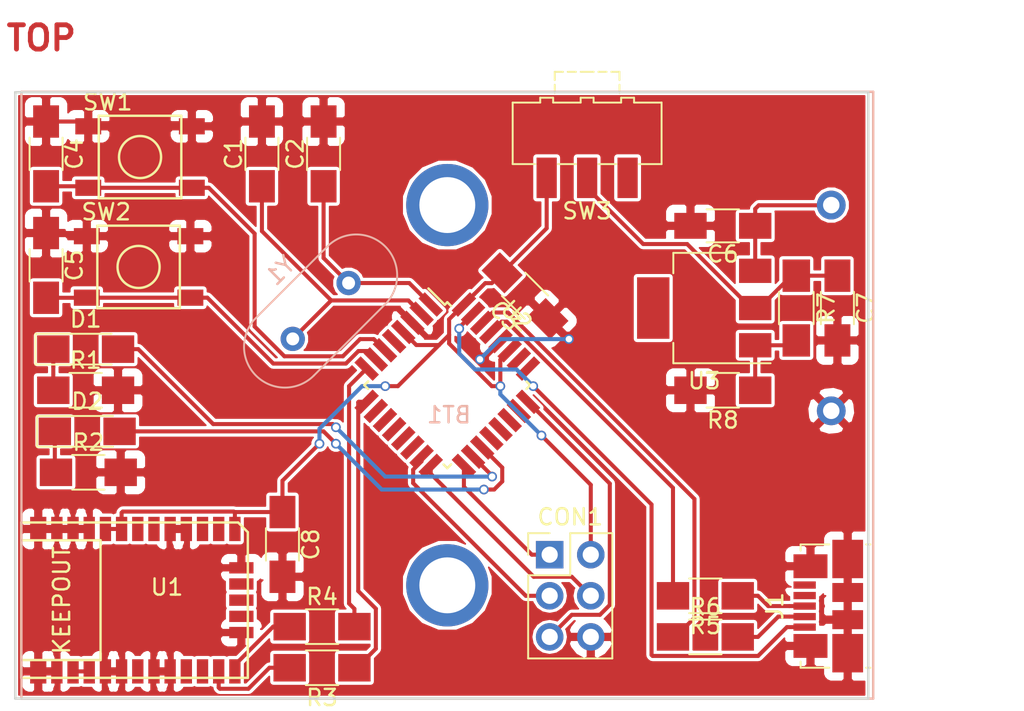
<source format=kicad_pcb>
(kicad_pcb (version 4) (host pcbnew 4.0.7)

  (general
    (links 83)
    (no_connects 1)
    (area 128.47 82.45 185.45 125.48)
    (thickness 1.6)
    (drawings 7)
    (tracks 200)
    (zones 0)
    (modules 28)
    (nets 52)
  )

  (page A4)
  (layers
    (0 F.Cu signal)
    (31 B.Cu signal)
    (32 B.Adhes user)
    (33 F.Adhes user)
    (34 B.Paste user)
    (35 F.Paste user)
    (36 B.SilkS user)
    (37 F.SilkS user)
    (38 B.Mask user)
    (39 F.Mask user)
    (40 Dwgs.User user)
    (41 Cmts.User user)
    (42 Eco1.User user)
    (43 Eco2.User user)
    (44 Edge.Cuts user)
    (45 Margin user)
    (46 B.CrtYd user)
    (47 F.CrtYd user)
    (48 B.Fab user)
    (49 F.Fab user)
  )

  (setup
    (last_trace_width 0.25)
    (trace_clearance 0.2)
    (zone_clearance 0.1)
    (zone_45_only no)
    (trace_min 0.2)
    (segment_width 0.2)
    (edge_width 0.15)
    (via_size 0.6)
    (via_drill 0.4)
    (via_min_size 0.4)
    (via_min_drill 0.3)
    (uvia_size 0.3)
    (uvia_drill 0.1)
    (uvias_allowed no)
    (uvia_min_size 0.2)
    (uvia_min_drill 0.1)
    (pcb_text_width 0.3)
    (pcb_text_size 1.5 1.5)
    (mod_edge_width 0.15)
    (mod_text_size 1 1)
    (mod_text_width 0.15)
    (pad_size 1.524 1.524)
    (pad_drill 0.762)
    (pad_to_mask_clearance 0.2)
    (aux_axis_origin 129.55 124.45)
    (visible_elements 7FFFEFFF)
    (pcbplotparams
      (layerselection 0x00000_80000001)
      (usegerberextensions false)
      (excludeedgelayer true)
      (linewidth 0.100000)
      (plotframeref false)
      (viasonmask false)
      (mode 1)
      (useauxorigin true)
      (hpglpennumber 1)
      (hpglpenspeed 20)
      (hpglpendiameter 15)
      (hpglpenoverlay 2)
      (psnegative false)
      (psa4output false)
      (plotreference true)
      (plotvalue true)
      (plotinvisibletext false)
      (padsonsilk false)
      (subtractmaskfromsilk false)
      (outputformat 1)
      (mirror false)
      (drillshape 0)
      (scaleselection 1)
      (outputdirectory ""))
  )

  (net 0 "")
  (net 1 "Net-(BT1-Pad1)")
  (net 2 GND)
  (net 3 "Net-(C1-Pad1)")
  (net 4 "Net-(C2-Pad1)")
  (net 5 +3V3)
  (net 6 "Net-(C4-Pad2)")
  (net 7 "Net-(C5-Pad2)")
  (net 8 "Net-(C7-Pad1)")
  (net 9 /MISO)
  (net 10 /SCK)
  (net 11 /MOSI)
  (net 12 /RST)
  (net 13 "Net-(D1-Pad1)")
  (net 14 "Net-(D1-Pad2)")
  (net 15 "Net-(D2-Pad1)")
  (net 16 "Net-(D2-Pad2)")
  (net 17 "Net-(J1-Pad1)")
  (net 18 "Net-(J1-Pad2)")
  (net 19 "Net-(J1-Pad3)")
  (net 20 "Net-(J1-Pad4)")
  (net 21 /TXD)
  (net 22 "Net-(R3-Pad2)")
  (net 23 "Net-(R4-Pad1)")
  (net 24 /RXD)
  (net 25 "Net-(R5-Pad2)")
  (net 26 "Net-(R6-Pad1)")
  (net 27 "Net-(R7-Pad2)")
  (net 28 "Net-(U1-Pad2)")
  (net 29 "Net-(U1-Pad3)")
  (net 30 "Net-(U1-Pad6)")
  (net 31 "Net-(U1-Pad7)")
  (net 32 "Net-(U1-Pad16)")
  (net 33 "Net-(U1-Pad20)")
  (net 34 "Net-(U1-Pad23)")
  (net 35 "Net-(U1-Pad24)")
  (net 36 "Net-(U1-Pad28)")
  (net 37 "Net-(U1-Pad29)")
  (net 38 "Net-(U1-Pad30)")
  (net 39 "Net-(U2-Pad5)")
  (net 40 "Net-(U2-Pad10)")
  (net 41 "Net-(U2-Pad11)")
  (net 42 "Net-(U2-Pad12)")
  (net 43 "Net-(U2-Pad13)")
  (net 44 "Net-(U2-Pad14)")
  (net 45 "Net-(U2-Pad20)")
  (net 46 "Net-(U2-Pad21)")
  (net 47 "Net-(U2-Pad22)")
  (net 48 "Net-(U2-Pad23)")
  (net 49 "Net-(U2-Pad25)")
  (net 50 "Net-(U2-Pad26)")
  (net 51 "Net-(SW3-Pad1)")

  (net_class Default "This is the default net class."
    (clearance 0.2)
    (trace_width 0.25)
    (via_dia 0.6)
    (via_drill 0.4)
    (uvia_dia 0.3)
    (uvia_drill 0.1)
    (add_net +3V3)
    (add_net /MISO)
    (add_net /MOSI)
    (add_net /RST)
    (add_net /RXD)
    (add_net /SCK)
    (add_net /TXD)
    (add_net GND)
    (add_net "Net-(BT1-Pad1)")
    (add_net "Net-(C1-Pad1)")
    (add_net "Net-(C2-Pad1)")
    (add_net "Net-(C4-Pad2)")
    (add_net "Net-(C5-Pad2)")
    (add_net "Net-(C7-Pad1)")
    (add_net "Net-(D1-Pad1)")
    (add_net "Net-(D1-Pad2)")
    (add_net "Net-(D2-Pad1)")
    (add_net "Net-(D2-Pad2)")
    (add_net "Net-(J1-Pad1)")
    (add_net "Net-(J1-Pad2)")
    (add_net "Net-(J1-Pad3)")
    (add_net "Net-(J1-Pad4)")
    (add_net "Net-(R3-Pad2)")
    (add_net "Net-(R4-Pad1)")
    (add_net "Net-(R5-Pad2)")
    (add_net "Net-(R6-Pad1)")
    (add_net "Net-(R7-Pad2)")
    (add_net "Net-(SW3-Pad1)")
    (add_net "Net-(U1-Pad16)")
    (add_net "Net-(U1-Pad2)")
    (add_net "Net-(U1-Pad20)")
    (add_net "Net-(U1-Pad23)")
    (add_net "Net-(U1-Pad24)")
    (add_net "Net-(U1-Pad28)")
    (add_net "Net-(U1-Pad29)")
    (add_net "Net-(U1-Pad3)")
    (add_net "Net-(U1-Pad30)")
    (add_net "Net-(U1-Pad6)")
    (add_net "Net-(U1-Pad7)")
    (add_net "Net-(U2-Pad10)")
    (add_net "Net-(U2-Pad11)")
    (add_net "Net-(U2-Pad12)")
    (add_net "Net-(U2-Pad13)")
    (add_net "Net-(U2-Pad14)")
    (add_net "Net-(U2-Pad20)")
    (add_net "Net-(U2-Pad21)")
    (add_net "Net-(U2-Pad22)")
    (add_net "Net-(U2-Pad23)")
    (add_net "Net-(U2-Pad25)")
    (add_net "Net-(U2-Pad26)")
    (add_net "Net-(U2-Pad5)")
  )

  (module Buttons_Switches_SMD:SW_SPDT_CK-JS102011SAQN (layer F.Cu) (tedit 5B04E436) (tstamp 5B042C39)
    (at 164.875 89.535 180)
    (descr http://www.ckswitches.com/media/1422/js.pdf)
    (tags "switch spdt")
    (path /5AFB4371)
    (attr smd)
    (fp_text reference SW3 (at 0 -4.8 180) (layer F.SilkS)
      (effects (font (size 1 1) (thickness 0.15)))
    )
    (fp_text value PWR (at 0 -2.9 180) (layer F.Fab)
      (effects (font (size 1 1) (thickness 0.15)))
    )
    (fp_line (start -4.5 -1.8) (end 4.5 -1.8) (layer F.Fab) (width 0.1))
    (fp_line (start 4.5 -1.8) (end 4.5 1.8) (layer F.Fab) (width 0.1))
    (fp_line (start 4.5 1.8) (end -4.4 1.8) (layer F.Fab) (width 0.1))
    (fp_line (start -4.4 1.8) (end -4.5 1.8) (layer F.Fab) (width 0.1))
    (fp_line (start -4.5 1.8) (end -4.5 1.8) (layer F.Fab) (width 0.1))
    (fp_line (start -4.5 -1.8) (end -4.5 1.8) (layer F.Fab) (width 0.1))
    (fp_line (start -4.5 1.8) (end -4.5 1.8) (layer F.Fab) (width 0.1))
    (fp_text user %R (at 0 0 180) (layer F.Fab)
      (effects (font (size 1 1) (thickness 0.15)))
    )
    (fp_line (start -1.5 1.8) (end -1.5 1.8) (layer F.Fab) (width 0.1))
    (fp_line (start 3.2 -1.9) (end 4.6 -1.9) (layer F.SilkS) (width 0.12))
    (fp_line (start 4.6 -1.9) (end 4.6 1.9) (layer F.SilkS) (width 0.12))
    (fp_line (start -4.6 1.9) (end -4.6 -1.9) (layer F.SilkS) (width 0.12))
    (fp_line (start -4.6 -1.9) (end -3.2 -1.9) (layer F.SilkS) (width 0.12))
    (fp_line (start 1.8 -1.9) (end 0.7 -1.9) (layer F.SilkS) (width 0.12))
    (fp_line (start 0.7 -1.9) (end 0.7 -1.9) (layer F.SilkS) (width 0.12))
    (fp_line (start -0.7 -1.9) (end -1.8 -1.9) (layer F.SilkS) (width 0.12))
    (fp_line (start -1.8 -1.9) (end -1.8 -1.9) (layer F.SilkS) (width 0.12))
    (fp_line (start 0.3 1.8) (end 0.3 2.1) (layer F.Fab) (width 0.1))
    (fp_line (start 0.3 2.1) (end -0.3 2.1) (layer F.Fab) (width 0.1))
    (fp_line (start -0.3 2.1) (end -0.3 1.8) (layer F.Fab) (width 0.1))
    (fp_line (start -0.3 1.8) (end -0.3 1.8) (layer F.Fab) (width 0.1))
    (fp_line (start -2.2 1.8) (end -2.2 2.1) (layer F.Fab) (width 0.1))
    (fp_line (start -2.2 2.1) (end -2.8 2.1) (layer F.Fab) (width 0.1))
    (fp_line (start -2.8 2.1) (end -2.8 1.8) (layer F.Fab) (width 0.1))
    (fp_line (start -2.8 1.8) (end -2.8 1.8) (layer F.Fab) (width 0.1))
    (fp_line (start 2.2 1.8) (end 2.2 2.1) (layer F.Fab) (width 0.1))
    (fp_line (start 2.2 2.1) (end 2.8 2.1) (layer F.Fab) (width 0.1))
    (fp_line (start 2.8 2.1) (end 2.8 1.8) (layer F.Fab) (width 0.1))
    (fp_line (start 2.8 1.8) (end 2.8 1.8) (layer F.Fab) (width 0.1))
    (fp_line (start 4.6 1.9) (end 2.9 1.9) (layer F.SilkS) (width 0.12))
    (fp_line (start 2.9 1.9) (end 2.9 2.2) (layer F.SilkS) (width 0.12))
    (fp_line (start 2.9 2.2) (end 2.1 2.2) (layer F.SilkS) (width 0.12))
    (fp_line (start 2.1 2.2) (end 2.1 1.9) (layer F.SilkS) (width 0.12))
    (fp_line (start 2.1 1.9) (end 0.4 1.9) (layer F.SilkS) (width 0.12))
    (fp_line (start 0.4 1.9) (end 0.4 2.2) (layer F.SilkS) (width 0.12))
    (fp_line (start 0.4 2.2) (end -0.4 2.2) (layer F.SilkS) (width 0.12))
    (fp_line (start -0.4 2.2) (end -0.4 1.9) (layer F.SilkS) (width 0.12))
    (fp_line (start -0.4 1.9) (end -2.1 1.9) (layer F.SilkS) (width 0.12))
    (fp_line (start -2.1 1.9) (end -2.1 2.2) (layer F.SilkS) (width 0.12))
    (fp_line (start -2.1 2.2) (end -2.9 2.2) (layer F.SilkS) (width 0.12))
    (fp_line (start -2.9 2.2) (end -2.9 1.9) (layer F.SilkS) (width 0.12))
    (fp_line (start -2.9 1.9) (end -4.6 1.9) (layer F.SilkS) (width 0.12))
    (fp_line (start -4.6 1.9) (end -4.6 1.9) (layer F.SilkS) (width 0.12))
    (fp_line (start -0.5 1.8) (end -0.5 3.8) (layer F.Fab) (width 0.1))
    (fp_line (start -0.5 3.8) (end -2 3.8) (layer F.Fab) (width 0.1))
    (fp_line (start -2 3.8) (end -2 1.8) (layer F.Fab) (width 0.1))
    (fp_line (start -2 1.8) (end -2 1.8) (layer F.Fab) (width 0.1))
    (fp_line (start -5 -2.25) (end -5 2.25) (layer F.CrtYd) (width 0.05))
    (fp_line (start -5 2.25) (end -3.25 2.25) (layer F.CrtYd) (width 0.05))
    (fp_line (start -3.25 2.25) (end -3.25 2.75) (layer F.CrtYd) (width 0.05))
    (fp_line (start -3.25 2.75) (end -2.5 2.75) (layer F.CrtYd) (width 0.05))
    (fp_line (start -2.5 2.75) (end -2.5 4.25) (layer F.CrtYd) (width 0.05))
    (fp_line (start -2.5 4.25) (end 2.5 4.25) (layer F.CrtYd) (width 0.05))
    (fp_line (start 2.5 4.25) (end 2.5 2.5) (layer F.CrtYd) (width 0.05))
    (fp_line (start 2.5 2.5) (end 3.25 2.5) (layer F.CrtYd) (width 0.05))
    (fp_line (start 3.25 2.5) (end 3.25 2.25) (layer F.CrtYd) (width 0.05))
    (fp_line (start 3.25 2.25) (end 5 2.25) (layer F.CrtYd) (width 0.05))
    (fp_line (start 5 2.25) (end 5 -2.25) (layer F.CrtYd) (width 0.05))
    (fp_line (start 5 -2.25) (end 3.5 -2.25) (layer F.CrtYd) (width 0.05))
    (fp_line (start 3.5 -2.25) (end 3.5 -4.5) (layer F.CrtYd) (width 0.05))
    (fp_line (start 3.5 -4.5) (end -3.5 -4.5) (layer F.CrtYd) (width 0.05))
    (fp_line (start -3.5 -4.5) (end -3.5 -2.25) (layer F.CrtYd) (width 0.05))
    (fp_line (start -3.5 -2.25) (end -5 -2.25) (layer F.CrtYd) (width 0.05))
    (fp_line (start -5 -2.25) (end -5 -2.25) (layer F.CrtYd) (width 0.05))
    (fp_line (start -2 3.8) (end -2 3.3) (layer F.SilkS) (width 0.12))
    (fp_line (start -2 3.3) (end -2 3.3) (layer F.SilkS) (width 0.12))
    (fp_line (start -2 3.8) (end -1.5 3.8) (layer F.SilkS) (width 0.12))
    (fp_line (start -1.5 3.8) (end -1.5 3.8) (layer F.SilkS) (width 0.12))
    (fp_line (start 2 3.8) (end 1.5 3.8) (layer F.SilkS) (width 0.12))
    (fp_line (start 1.5 3.8) (end 1.5 3.8) (layer F.SilkS) (width 0.12))
    (fp_line (start 2 3.8) (end 2 3.3) (layer F.SilkS) (width 0.12))
    (fp_line (start 2 3.3) (end 2 3.3) (layer F.SilkS) (width 0.12))
    (fp_line (start 2 3) (end 2 2.5) (layer F.SilkS) (width 0.12))
    (fp_line (start 2 2.5) (end 2 2.5) (layer F.SilkS) (width 0.12))
    (fp_line (start -2 3) (end -2 2.5) (layer F.SilkS) (width 0.12))
    (fp_line (start -2 2.5) (end -2 2.5) (layer F.SilkS) (width 0.12))
    (fp_line (start -1.2 3.8) (end -0.7 3.8) (layer F.SilkS) (width 0.12))
    (fp_line (start -0.7 3.8) (end -0.7 3.8) (layer F.SilkS) (width 0.12))
    (fp_line (start 1.2 3.8) (end 0.7 3.8) (layer F.SilkS) (width 0.12))
    (fp_line (start 0.7 3.8) (end 0.7 3.8) (layer F.SilkS) (width 0.12))
    (fp_line (start 0.4 3.8) (end -0.4 3.8) (layer F.SilkS) (width 0.12))
    (fp_line (start -0.4 3.8) (end -0.4 3.8) (layer F.SilkS) (width 0.12))
    (pad 1 smd rect (at -2.5 -2.75 180) (size 1.25 2.5) (layers F.Cu F.Paste F.Mask)
      (net 51 "Net-(SW3-Pad1)"))
    (pad 2 smd rect (at 0 -2.75 180) (size 1.25 2.5) (layers F.Cu F.Paste F.Mask)
      (net 8 "Net-(C7-Pad1)"))
    (pad 3 smd rect (at 2.5 -2.75 180) (size 1.25 2.5) (layers F.Cu F.Paste F.Mask)
      (net 5 +3V3))
    (model ${KISYS3DMOD}/Buttons_Switches_SMD.3dshapes/SW_SPDT_CK-JS102011SAQN.wrl
      (at (xyz 0 0 0))
      (scale (xyz 1 1 1))
      (rotate (xyz 0 0 0))
    )
  )

  (module gps-tracker:2479-AAA-Battery (layer B.Cu) (tedit 5B042695) (tstamp 5B042B82)
    (at 129.921 124.46)
    (path /5AFB40B0)
    (fp_text reference BT1 (at 26.416 -17.526) (layer B.SilkS)
      (effects (font (size 1 1) (thickness 0.15)) (justify mirror))
    )
    (fp_text value Primary (at 26.416 -15.748) (layer B.Fab)
      (effects (font (size 1 1) (thickness 0.15)) (justify mirror))
    )
    (fp_line (start 0 -37.4904) (end 0 0) (layer B.SilkS) (width 0.15))
    (fp_line (start 52.6288 -37.4904) (end 0 -37.4904) (layer B.SilkS) (width 0.15))
    (fp_line (start 52.6288 0) (end 52.6288 -37.4904) (layer B.SilkS) (width 0.15))
    (fp_line (start 0 0) (end 52.6288 0) (layer B.SilkS) (width 0.15))
    (pad 1 thru_hole circle (at 50.038 -30.4927) (size 1.778 1.778) (drill 1.016) (layers *.Cu *.Mask)
      (net 1 "Net-(BT1-Pad1)"))
    (pad 2 thru_hole circle (at 50.038 -17.78) (size 1.778 1.778) (drill 1.016) (layers *.Cu *.Mask)
      (net 2 GND))
    (pad "" thru_hole circle (at 26.3144 -30.4927) (size 5.08 5.08) (drill 3.4544) (layers *.Cu *.Mask))
    (pad "" thru_hole circle (at 26.3144 -6.9977) (size 5.08 5.08) (drill 3.4544) (layers *.Cu *.Mask))
  )

  (module Capacitors_SMD:C_1206_HandSoldering (layer F.Cu) (tedit 58AA84D1) (tstamp 5B042B97)
    (at 144.78 90.805 90)
    (descr "Capacitor SMD 1206, hand soldering")
    (tags "capacitor 1206")
    (path /5AFC61DA)
    (attr smd)
    (fp_text reference C1 (at 0 -1.75 90) (layer F.SilkS)
      (effects (font (size 1 1) (thickness 0.15)))
    )
    (fp_text value 22pF (at 0 2 90) (layer F.Fab)
      (effects (font (size 1 1) (thickness 0.15)))
    )
    (fp_text user %R (at 0 -1.75 90) (layer F.Fab)
      (effects (font (size 1 1) (thickness 0.15)))
    )
    (fp_line (start -1.6 0.8) (end -1.6 -0.8) (layer F.Fab) (width 0.1))
    (fp_line (start 1.6 0.8) (end -1.6 0.8) (layer F.Fab) (width 0.1))
    (fp_line (start 1.6 -0.8) (end 1.6 0.8) (layer F.Fab) (width 0.1))
    (fp_line (start -1.6 -0.8) (end 1.6 -0.8) (layer F.Fab) (width 0.1))
    (fp_line (start 1 -1.02) (end -1 -1.02) (layer F.SilkS) (width 0.12))
    (fp_line (start -1 1.02) (end 1 1.02) (layer F.SilkS) (width 0.12))
    (fp_line (start -3.25 -1.05) (end 3.25 -1.05) (layer F.CrtYd) (width 0.05))
    (fp_line (start -3.25 -1.05) (end -3.25 1.05) (layer F.CrtYd) (width 0.05))
    (fp_line (start 3.25 1.05) (end 3.25 -1.05) (layer F.CrtYd) (width 0.05))
    (fp_line (start 3.25 1.05) (end -3.25 1.05) (layer F.CrtYd) (width 0.05))
    (pad 1 smd rect (at -2 0 90) (size 2 1.6) (layers F.Cu F.Paste F.Mask)
      (net 3 "Net-(C1-Pad1)"))
    (pad 2 smd rect (at 2 0 90) (size 2 1.6) (layers F.Cu F.Paste F.Mask)
      (net 2 GND))
    (model Capacitors_SMD.3dshapes/C_1206.wrl
      (at (xyz 0 0 0))
      (scale (xyz 1 1 1))
      (rotate (xyz 0 0 0))
    )
  )

  (module Capacitors_SMD:C_1206_HandSoldering (layer F.Cu) (tedit 58AA84D1) (tstamp 5B042B9D)
    (at 148.59 90.805 90)
    (descr "Capacitor SMD 1206, hand soldering")
    (tags "capacitor 1206")
    (path /5AFC61E1)
    (attr smd)
    (fp_text reference C2 (at 0 -1.75 90) (layer F.SilkS)
      (effects (font (size 1 1) (thickness 0.15)))
    )
    (fp_text value 22pF (at 0 2 90) (layer F.Fab)
      (effects (font (size 1 1) (thickness 0.15)))
    )
    (fp_text user %R (at 0 -1.75 90) (layer F.Fab)
      (effects (font (size 1 1) (thickness 0.15)))
    )
    (fp_line (start -1.6 0.8) (end -1.6 -0.8) (layer F.Fab) (width 0.1))
    (fp_line (start 1.6 0.8) (end -1.6 0.8) (layer F.Fab) (width 0.1))
    (fp_line (start 1.6 -0.8) (end 1.6 0.8) (layer F.Fab) (width 0.1))
    (fp_line (start -1.6 -0.8) (end 1.6 -0.8) (layer F.Fab) (width 0.1))
    (fp_line (start 1 -1.02) (end -1 -1.02) (layer F.SilkS) (width 0.12))
    (fp_line (start -1 1.02) (end 1 1.02) (layer F.SilkS) (width 0.12))
    (fp_line (start -3.25 -1.05) (end 3.25 -1.05) (layer F.CrtYd) (width 0.05))
    (fp_line (start -3.25 -1.05) (end -3.25 1.05) (layer F.CrtYd) (width 0.05))
    (fp_line (start 3.25 1.05) (end 3.25 -1.05) (layer F.CrtYd) (width 0.05))
    (fp_line (start 3.25 1.05) (end -3.25 1.05) (layer F.CrtYd) (width 0.05))
    (pad 1 smd rect (at -2 0 90) (size 2 1.6) (layers F.Cu F.Paste F.Mask)
      (net 4 "Net-(C2-Pad1)"))
    (pad 2 smd rect (at 2 0 90) (size 2 1.6) (layers F.Cu F.Paste F.Mask)
      (net 2 GND))
    (model Capacitors_SMD.3dshapes/C_1206.wrl
      (at (xyz 0 0 0))
      (scale (xyz 1 1 1))
      (rotate (xyz 0 0 0))
    )
  )

  (module Capacitors_SMD:C_1206_HandSoldering (layer F.Cu) (tedit 58AA84D1) (tstamp 5B042BA3)
    (at 161.036 99.568 135)
    (descr "Capacitor SMD 1206, hand soldering")
    (tags "capacitor 1206")
    (path /5AFC4752)
    (attr smd)
    (fp_text reference C3 (at 0 -1.75 135) (layer F.SilkS)
      (effects (font (size 1 1) (thickness 0.15)))
    )
    (fp_text value 1uF (at 0 2 135) (layer F.Fab)
      (effects (font (size 1 1) (thickness 0.15)))
    )
    (fp_text user %R (at 0 -1.75 135) (layer F.Fab)
      (effects (font (size 1 1) (thickness 0.15)))
    )
    (fp_line (start -1.6 0.8) (end -1.6 -0.8) (layer F.Fab) (width 0.1))
    (fp_line (start 1.6 0.8) (end -1.6 0.8) (layer F.Fab) (width 0.1))
    (fp_line (start 1.6 -0.8) (end 1.6 0.8) (layer F.Fab) (width 0.1))
    (fp_line (start -1.6 -0.8) (end 1.6 -0.8) (layer F.Fab) (width 0.1))
    (fp_line (start 1 -1.02) (end -1 -1.02) (layer F.SilkS) (width 0.12))
    (fp_line (start -1 1.02) (end 1 1.02) (layer F.SilkS) (width 0.12))
    (fp_line (start -3.25 -1.05) (end 3.25 -1.05) (layer F.CrtYd) (width 0.05))
    (fp_line (start -3.25 -1.05) (end -3.25 1.05) (layer F.CrtYd) (width 0.05))
    (fp_line (start 3.25 1.05) (end 3.25 -1.05) (layer F.CrtYd) (width 0.05))
    (fp_line (start 3.25 1.05) (end -3.25 1.05) (layer F.CrtYd) (width 0.05))
    (pad 1 smd rect (at -2 0 135) (size 2 1.6) (layers F.Cu F.Paste F.Mask)
      (net 2 GND))
    (pad 2 smd rect (at 2 0 135) (size 2 1.6) (layers F.Cu F.Paste F.Mask)
      (net 5 +3V3))
    (model Capacitors_SMD.3dshapes/C_1206.wrl
      (at (xyz 0 0 0))
      (scale (xyz 1 1 1))
      (rotate (xyz 0 0 0))
    )
  )

  (module Capacitors_SMD:C_1206_HandSoldering (layer F.Cu) (tedit 58AA84D1) (tstamp 5B042BA9)
    (at 131.445 90.805 270)
    (descr "Capacitor SMD 1206, hand soldering")
    (tags "capacitor 1206")
    (path /5AFCB240)
    (attr smd)
    (fp_text reference C4 (at 0 -1.75 270) (layer F.SilkS)
      (effects (font (size 1 1) (thickness 0.15)))
    )
    (fp_text value 1uF (at 0 2 270) (layer F.Fab)
      (effects (font (size 1 1) (thickness 0.15)))
    )
    (fp_text user %R (at 0 -1.75 270) (layer F.Fab)
      (effects (font (size 1 1) (thickness 0.15)))
    )
    (fp_line (start -1.6 0.8) (end -1.6 -0.8) (layer F.Fab) (width 0.1))
    (fp_line (start 1.6 0.8) (end -1.6 0.8) (layer F.Fab) (width 0.1))
    (fp_line (start 1.6 -0.8) (end 1.6 0.8) (layer F.Fab) (width 0.1))
    (fp_line (start -1.6 -0.8) (end 1.6 -0.8) (layer F.Fab) (width 0.1))
    (fp_line (start 1 -1.02) (end -1 -1.02) (layer F.SilkS) (width 0.12))
    (fp_line (start -1 1.02) (end 1 1.02) (layer F.SilkS) (width 0.12))
    (fp_line (start -3.25 -1.05) (end 3.25 -1.05) (layer F.CrtYd) (width 0.05))
    (fp_line (start -3.25 -1.05) (end -3.25 1.05) (layer F.CrtYd) (width 0.05))
    (fp_line (start 3.25 1.05) (end 3.25 -1.05) (layer F.CrtYd) (width 0.05))
    (fp_line (start 3.25 1.05) (end -3.25 1.05) (layer F.CrtYd) (width 0.05))
    (pad 1 smd rect (at -2 0 270) (size 2 1.6) (layers F.Cu F.Paste F.Mask)
      (net 2 GND))
    (pad 2 smd rect (at 2 0 270) (size 2 1.6) (layers F.Cu F.Paste F.Mask)
      (net 6 "Net-(C4-Pad2)"))
    (model Capacitors_SMD.3dshapes/C_1206.wrl
      (at (xyz 0 0 0))
      (scale (xyz 1 1 1))
      (rotate (xyz 0 0 0))
    )
  )

  (module Capacitors_SMD:C_1206_HandSoldering (layer F.Cu) (tedit 58AA84D1) (tstamp 5B042BAF)
    (at 131.445 97.695 270)
    (descr "Capacitor SMD 1206, hand soldering")
    (tags "capacitor 1206")
    (path /5AFCD26B)
    (attr smd)
    (fp_text reference C5 (at 0 -1.75 270) (layer F.SilkS)
      (effects (font (size 1 1) (thickness 0.15)))
    )
    (fp_text value 1uF (at 0 2 270) (layer F.Fab)
      (effects (font (size 1 1) (thickness 0.15)))
    )
    (fp_text user %R (at 0 -1.75 270) (layer F.Fab)
      (effects (font (size 1 1) (thickness 0.15)))
    )
    (fp_line (start -1.6 0.8) (end -1.6 -0.8) (layer F.Fab) (width 0.1))
    (fp_line (start 1.6 0.8) (end -1.6 0.8) (layer F.Fab) (width 0.1))
    (fp_line (start 1.6 -0.8) (end 1.6 0.8) (layer F.Fab) (width 0.1))
    (fp_line (start -1.6 -0.8) (end 1.6 -0.8) (layer F.Fab) (width 0.1))
    (fp_line (start 1 -1.02) (end -1 -1.02) (layer F.SilkS) (width 0.12))
    (fp_line (start -1 1.02) (end 1 1.02) (layer F.SilkS) (width 0.12))
    (fp_line (start -3.25 -1.05) (end 3.25 -1.05) (layer F.CrtYd) (width 0.05))
    (fp_line (start -3.25 -1.05) (end -3.25 1.05) (layer F.CrtYd) (width 0.05))
    (fp_line (start 3.25 1.05) (end 3.25 -1.05) (layer F.CrtYd) (width 0.05))
    (fp_line (start 3.25 1.05) (end -3.25 1.05) (layer F.CrtYd) (width 0.05))
    (pad 1 smd rect (at -2 0 270) (size 2 1.6) (layers F.Cu F.Paste F.Mask)
      (net 2 GND))
    (pad 2 smd rect (at 2 0 270) (size 2 1.6) (layers F.Cu F.Paste F.Mask)
      (net 7 "Net-(C5-Pad2)"))
    (model Capacitors_SMD.3dshapes/C_1206.wrl
      (at (xyz 0 0 0))
      (scale (xyz 1 1 1))
      (rotate (xyz 0 0 0))
    )
  )

  (module Capacitors_SMD:C_1206_HandSoldering (layer F.Cu) (tedit 58AA84D1) (tstamp 5B042BB5)
    (at 173.26 95.25 180)
    (descr "Capacitor SMD 1206, hand soldering")
    (tags "capacitor 1206")
    (path /5AFB802B)
    (attr smd)
    (fp_text reference C6 (at 0 -1.75 180) (layer F.SilkS)
      (effects (font (size 1 1) (thickness 0.15)))
    )
    (fp_text value 1uF (at -1.365 -0.635 450) (layer F.Fab)
      (effects (font (size 1 1) (thickness 0.15)))
    )
    (fp_text user %R (at 0 -1.75 180) (layer F.Fab)
      (effects (font (size 1 1) (thickness 0.15)))
    )
    (fp_line (start -1.6 0.8) (end -1.6 -0.8) (layer F.Fab) (width 0.1))
    (fp_line (start 1.6 0.8) (end -1.6 0.8) (layer F.Fab) (width 0.1))
    (fp_line (start 1.6 -0.8) (end 1.6 0.8) (layer F.Fab) (width 0.1))
    (fp_line (start -1.6 -0.8) (end 1.6 -0.8) (layer F.Fab) (width 0.1))
    (fp_line (start 1 -1.02) (end -1 -1.02) (layer F.SilkS) (width 0.12))
    (fp_line (start -1 1.02) (end 1 1.02) (layer F.SilkS) (width 0.12))
    (fp_line (start -3.25 -1.05) (end 3.25 -1.05) (layer F.CrtYd) (width 0.05))
    (fp_line (start -3.25 -1.05) (end -3.25 1.05) (layer F.CrtYd) (width 0.05))
    (fp_line (start 3.25 1.05) (end 3.25 -1.05) (layer F.CrtYd) (width 0.05))
    (fp_line (start 3.25 1.05) (end -3.25 1.05) (layer F.CrtYd) (width 0.05))
    (pad 1 smd rect (at -2 0 180) (size 2 1.6) (layers F.Cu F.Paste F.Mask)
      (net 1 "Net-(BT1-Pad1)"))
    (pad 2 smd rect (at 2 0 180) (size 2 1.6) (layers F.Cu F.Paste F.Mask)
      (net 2 GND))
    (model Capacitors_SMD.3dshapes/C_1206.wrl
      (at (xyz 0 0 0))
      (scale (xyz 1 1 1))
      (rotate (xyz 0 0 0))
    )
  )

  (module Capacitors_SMD:C_1206_HandSoldering (layer F.Cu) (tedit 58AA84D1) (tstamp 5B042BBB)
    (at 180.34 100.33 270)
    (descr "Capacitor SMD 1206, hand soldering")
    (tags "capacitor 1206")
    (path /5AFB878F)
    (attr smd)
    (fp_text reference C7 (at 0 -1.75 270) (layer F.SilkS)
      (effects (font (size 1 1) (thickness 0.15)))
    )
    (fp_text value 1uF (at 0 2 270) (layer F.Fab)
      (effects (font (size 1 1) (thickness 0.15)))
    )
    (fp_text user %R (at 0 -1.75 270) (layer F.Fab)
      (effects (font (size 1 1) (thickness 0.15)))
    )
    (fp_line (start -1.6 0.8) (end -1.6 -0.8) (layer F.Fab) (width 0.1))
    (fp_line (start 1.6 0.8) (end -1.6 0.8) (layer F.Fab) (width 0.1))
    (fp_line (start 1.6 -0.8) (end 1.6 0.8) (layer F.Fab) (width 0.1))
    (fp_line (start -1.6 -0.8) (end 1.6 -0.8) (layer F.Fab) (width 0.1))
    (fp_line (start 1 -1.02) (end -1 -1.02) (layer F.SilkS) (width 0.12))
    (fp_line (start -1 1.02) (end 1 1.02) (layer F.SilkS) (width 0.12))
    (fp_line (start -3.25 -1.05) (end 3.25 -1.05) (layer F.CrtYd) (width 0.05))
    (fp_line (start -3.25 -1.05) (end -3.25 1.05) (layer F.CrtYd) (width 0.05))
    (fp_line (start 3.25 1.05) (end 3.25 -1.05) (layer F.CrtYd) (width 0.05))
    (fp_line (start 3.25 1.05) (end -3.25 1.05) (layer F.CrtYd) (width 0.05))
    (pad 1 smd rect (at -2 0 270) (size 2 1.6) (layers F.Cu F.Paste F.Mask)
      (net 8 "Net-(C7-Pad1)"))
    (pad 2 smd rect (at 2 0 270) (size 2 1.6) (layers F.Cu F.Paste F.Mask)
      (net 2 GND))
    (model Capacitors_SMD.3dshapes/C_1206.wrl
      (at (xyz 0 0 0))
      (scale (xyz 1 1 1))
      (rotate (xyz 0 0 0))
    )
  )

  (module Capacitors_SMD:C_1206_HandSoldering (layer F.Cu) (tedit 58AA84D1) (tstamp 5B042BC1)
    (at 146.05 114.935 270)
    (descr "Capacitor SMD 1206, hand soldering")
    (tags "capacitor 1206")
    (path /5AFB73BA)
    (attr smd)
    (fp_text reference C8 (at 0 -1.75 270) (layer F.SilkS)
      (effects (font (size 1 1) (thickness 0.15)))
    )
    (fp_text value 4.7uF (at 0 2 270) (layer F.Fab)
      (effects (font (size 1 1) (thickness 0.15)))
    )
    (fp_text user %R (at 0 -1.75 270) (layer F.Fab)
      (effects (font (size 1 1) (thickness 0.15)))
    )
    (fp_line (start -1.6 0.8) (end -1.6 -0.8) (layer F.Fab) (width 0.1))
    (fp_line (start 1.6 0.8) (end -1.6 0.8) (layer F.Fab) (width 0.1))
    (fp_line (start 1.6 -0.8) (end 1.6 0.8) (layer F.Fab) (width 0.1))
    (fp_line (start -1.6 -0.8) (end 1.6 -0.8) (layer F.Fab) (width 0.1))
    (fp_line (start 1 -1.02) (end -1 -1.02) (layer F.SilkS) (width 0.12))
    (fp_line (start -1 1.02) (end 1 1.02) (layer F.SilkS) (width 0.12))
    (fp_line (start -3.25 -1.05) (end 3.25 -1.05) (layer F.CrtYd) (width 0.05))
    (fp_line (start -3.25 -1.05) (end -3.25 1.05) (layer F.CrtYd) (width 0.05))
    (fp_line (start 3.25 1.05) (end 3.25 -1.05) (layer F.CrtYd) (width 0.05))
    (fp_line (start 3.25 1.05) (end -3.25 1.05) (layer F.CrtYd) (width 0.05))
    (pad 1 smd rect (at -2 0 270) (size 2 1.6) (layers F.Cu F.Paste F.Mask)
      (net 5 +3V3))
    (pad 2 smd rect (at 2 0 270) (size 2 1.6) (layers F.Cu F.Paste F.Mask)
      (net 2 GND))
    (model Capacitors_SMD.3dshapes/C_1206.wrl
      (at (xyz 0 0 0))
      (scale (xyz 1 1 1))
      (rotate (xyz 0 0 0))
    )
  )

  (module LEDs:LED_1206_HandSoldering (layer F.Cu) (tedit 595FC724) (tstamp 5B042BD1)
    (at 133.89 102.87)
    (descr "LED SMD 1206, hand soldering")
    (tags "LED 1206")
    (path /5AFC7C57)
    (attr smd)
    (fp_text reference D1 (at 0 -1.85) (layer F.SilkS)
      (effects (font (size 1 1) (thickness 0.15)))
    )
    (fp_text value LED_Small (at 0 1.9) (layer F.Fab)
      (effects (font (size 1 1) (thickness 0.15)))
    )
    (fp_line (start -3.1 -0.95) (end -3.1 0.95) (layer F.SilkS) (width 0.12))
    (fp_line (start -0.4 0) (end 0.2 -0.4) (layer F.Fab) (width 0.1))
    (fp_line (start 0.2 -0.4) (end 0.2 0.4) (layer F.Fab) (width 0.1))
    (fp_line (start 0.2 0.4) (end -0.4 0) (layer F.Fab) (width 0.1))
    (fp_line (start -0.45 -0.4) (end -0.45 0.4) (layer F.Fab) (width 0.1))
    (fp_line (start -1.6 0.8) (end -1.6 -0.8) (layer F.Fab) (width 0.1))
    (fp_line (start 1.6 0.8) (end -1.6 0.8) (layer F.Fab) (width 0.1))
    (fp_line (start 1.6 -0.8) (end 1.6 0.8) (layer F.Fab) (width 0.1))
    (fp_line (start -1.6 -0.8) (end 1.6 -0.8) (layer F.Fab) (width 0.1))
    (fp_line (start -3.1 0.95) (end 1.6 0.95) (layer F.SilkS) (width 0.12))
    (fp_line (start -3.1 -0.95) (end 1.6 -0.95) (layer F.SilkS) (width 0.12))
    (fp_line (start -3.25 -1.11) (end 3.25 -1.11) (layer F.CrtYd) (width 0.05))
    (fp_line (start -3.25 -1.11) (end -3.25 1.1) (layer F.CrtYd) (width 0.05))
    (fp_line (start 3.25 1.1) (end 3.25 -1.11) (layer F.CrtYd) (width 0.05))
    (fp_line (start 3.25 1.1) (end -3.25 1.1) (layer F.CrtYd) (width 0.05))
    (pad 1 smd rect (at -2 0) (size 2 1.7) (layers F.Cu F.Paste F.Mask)
      (net 13 "Net-(D1-Pad1)"))
    (pad 2 smd rect (at 2 0) (size 2 1.7) (layers F.Cu F.Paste F.Mask)
      (net 14 "Net-(D1-Pad2)"))
    (model ${KISYS3DMOD}/LEDs.3dshapes/LED_1206.wrl
      (at (xyz 0 0 0))
      (scale (xyz 1 1 1))
      (rotate (xyz 0 0 180))
    )
  )

  (module LEDs:LED_1206_HandSoldering (layer F.Cu) (tedit 595FC724) (tstamp 5B042BD7)
    (at 133.985 107.95)
    (descr "LED SMD 1206, hand soldering")
    (tags "LED 1206")
    (path /5AFC7CE0)
    (attr smd)
    (fp_text reference D2 (at 0 -1.85) (layer F.SilkS)
      (effects (font (size 1 1) (thickness 0.15)))
    )
    (fp_text value LED_Small (at 0 1.9) (layer F.Fab)
      (effects (font (size 1 1) (thickness 0.15)))
    )
    (fp_line (start -3.1 -0.95) (end -3.1 0.95) (layer F.SilkS) (width 0.12))
    (fp_line (start -0.4 0) (end 0.2 -0.4) (layer F.Fab) (width 0.1))
    (fp_line (start 0.2 -0.4) (end 0.2 0.4) (layer F.Fab) (width 0.1))
    (fp_line (start 0.2 0.4) (end -0.4 0) (layer F.Fab) (width 0.1))
    (fp_line (start -0.45 -0.4) (end -0.45 0.4) (layer F.Fab) (width 0.1))
    (fp_line (start -1.6 0.8) (end -1.6 -0.8) (layer F.Fab) (width 0.1))
    (fp_line (start 1.6 0.8) (end -1.6 0.8) (layer F.Fab) (width 0.1))
    (fp_line (start 1.6 -0.8) (end 1.6 0.8) (layer F.Fab) (width 0.1))
    (fp_line (start -1.6 -0.8) (end 1.6 -0.8) (layer F.Fab) (width 0.1))
    (fp_line (start -3.1 0.95) (end 1.6 0.95) (layer F.SilkS) (width 0.12))
    (fp_line (start -3.1 -0.95) (end 1.6 -0.95) (layer F.SilkS) (width 0.12))
    (fp_line (start -3.25 -1.11) (end 3.25 -1.11) (layer F.CrtYd) (width 0.05))
    (fp_line (start -3.25 -1.11) (end -3.25 1.1) (layer F.CrtYd) (width 0.05))
    (fp_line (start 3.25 1.1) (end 3.25 -1.11) (layer F.CrtYd) (width 0.05))
    (fp_line (start 3.25 1.1) (end -3.25 1.1) (layer F.CrtYd) (width 0.05))
    (pad 1 smd rect (at -2 0) (size 2 1.7) (layers F.Cu F.Paste F.Mask)
      (net 15 "Net-(D2-Pad1)"))
    (pad 2 smd rect (at 2 0) (size 2 1.7) (layers F.Cu F.Paste F.Mask)
      (net 16 "Net-(D2-Pad2)"))
    (model ${KISYS3DMOD}/LEDs.3dshapes/LED_1206.wrl
      (at (xyz 0 0 0))
      (scale (xyz 1 1 1))
      (rotate (xyz 0 0 180))
    )
  )

  (module Connectors_USB:USB_Micro-B_Molex_47346-0001 (layer F.Cu) (tedit 594C50D0) (tstamp 5B042BE6)
    (at 180.975 118.745 90)
    (descr "Micro USB B receptable with flange, bottom-mount, SMD, right-angle (http://www.molex.com/pdm_docs/sd/473460001_sd.pdf)")
    (tags "Micro B USB SMD")
    (path /5AFB424F)
    (attr smd)
    (fp_text reference J1 (at 0 -4.5 270) (layer F.SilkS)
      (effects (font (size 1 1) (thickness 0.15)))
    )
    (fp_text value USB_OTG (at 0 3.4 270) (layer F.Fab)
      (effects (font (size 1 1) (thickness 0.15)))
    )
    (fp_text user "PCB Edge" (at 0 1.47 270) (layer Dwgs.User)
      (effects (font (size 0.4 0.4) (thickness 0.04)))
    )
    (fp_text user %R (at 0 0 90) (layer F.Fab)
      (effects (font (size 1 1) (thickness 0.15)))
    )
    (fp_line (start 3.81 -2.91) (end 3.43 -2.91) (layer F.SilkS) (width 0.12))
    (fp_line (start 4.6 2.7) (end -4.6 2.7) (layer F.CrtYd) (width 0.05))
    (fp_line (start 4.6 -3.9) (end 4.6 2.7) (layer F.CrtYd) (width 0.05))
    (fp_line (start -4.6 -3.9) (end 4.6 -3.9) (layer F.CrtYd) (width 0.05))
    (fp_line (start -4.6 2.7) (end -4.6 -3.9) (layer F.CrtYd) (width 0.05))
    (fp_line (start 3.75 2.15) (end -3.75 2.15) (layer F.Fab) (width 0.1))
    (fp_line (start 3.75 -2.85) (end 3.75 2.15) (layer F.Fab) (width 0.1))
    (fp_line (start -3.75 -2.85) (end 3.75 -2.85) (layer F.Fab) (width 0.1))
    (fp_line (start -3.75 2.15) (end -3.75 -2.85) (layer F.Fab) (width 0.1))
    (fp_line (start 3.81 1.14) (end 3.81 1.4) (layer F.SilkS) (width 0.12))
    (fp_line (start 3.81 -2.91) (end 3.81 -1.14) (layer F.SilkS) (width 0.12))
    (fp_line (start -3.81 -2.91) (end -3.43 -2.91) (layer F.SilkS) (width 0.12))
    (fp_line (start -3.81 -1.14) (end -3.81 -2.91) (layer F.SilkS) (width 0.12))
    (fp_line (start -3.81 1.4) (end -3.81 1.14) (layer F.SilkS) (width 0.12))
    (fp_line (start -3.25 1.45) (end 3.25 1.45) (layer F.Fab) (width 0.1))
    (pad 1 smd rect (at -1.3 -2.66 90) (size 0.45 1.38) (layers F.Cu F.Paste F.Mask)
      (net 17 "Net-(J1-Pad1)"))
    (pad 2 smd rect (at -0.65 -2.66 90) (size 0.45 1.38) (layers F.Cu F.Paste F.Mask)
      (net 18 "Net-(J1-Pad2)"))
    (pad 3 smd rect (at 0 -2.66 90) (size 0.45 1.38) (layers F.Cu F.Paste F.Mask)
      (net 19 "Net-(J1-Pad3)"))
    (pad 4 smd rect (at 0.65 -2.66 90) (size 0.45 1.38) (layers F.Cu F.Paste F.Mask)
      (net 20 "Net-(J1-Pad4)"))
    (pad 5 smd rect (at 1.3 -2.66 90) (size 0.45 1.38) (layers F.Cu F.Paste F.Mask)
      (net 2 GND))
    (pad 6 smd rect (at -2.4625 -2.3 90) (size 1.475 2.1) (layers F.Cu F.Paste F.Mask)
      (net 2 GND))
    (pad 6 smd rect (at 2.4625 -2.3 90) (size 1.475 2.1) (layers F.Cu F.Paste F.Mask)
      (net 2 GND))
    (pad 6 smd rect (at -2.91 0 90) (size 2.375 1.9) (layers F.Cu F.Paste F.Mask)
      (net 2 GND))
    (pad 6 smd rect (at 2.91 0 90) (size 2.375 1.9) (layers F.Cu F.Paste F.Mask)
      (net 2 GND))
    (pad 6 smd rect (at -0.84 0 90) (size 1.175 1.9) (layers F.Cu F.Paste F.Mask)
      (net 2 GND))
    (pad 6 smd rect (at 0.84 0 90) (size 1.175 1.9) (layers F.Cu F.Paste F.Mask)
      (net 2 GND))
    (model ${KISYS3DMOD}/Connectors_USB.3dshapes/USB_Micro-B_Molex_47346-0001.wrl
      (at (xyz 0 0 0))
      (scale (xyz 1 1 1))
      (rotate (xyz 0 0 0))
    )
  )

  (module Resistors_SMD:R_1206_HandSoldering (layer F.Cu) (tedit 58E0A804) (tstamp 5B042BEC)
    (at 133.89 105.41)
    (descr "Resistor SMD 1206, hand soldering")
    (tags "resistor 1206")
    (path /5AFC80E2)
    (attr smd)
    (fp_text reference R1 (at 0 -1.85) (layer F.SilkS)
      (effects (font (size 1 1) (thickness 0.15)))
    )
    (fp_text value 100 (at 0 1.9) (layer F.Fab)
      (effects (font (size 1 1) (thickness 0.15)))
    )
    (fp_text user %R (at 0 0) (layer F.Fab)
      (effects (font (size 0.7 0.7) (thickness 0.105)))
    )
    (fp_line (start -1.6 0.8) (end -1.6 -0.8) (layer F.Fab) (width 0.1))
    (fp_line (start 1.6 0.8) (end -1.6 0.8) (layer F.Fab) (width 0.1))
    (fp_line (start 1.6 -0.8) (end 1.6 0.8) (layer F.Fab) (width 0.1))
    (fp_line (start -1.6 -0.8) (end 1.6 -0.8) (layer F.Fab) (width 0.1))
    (fp_line (start 1 1.07) (end -1 1.07) (layer F.SilkS) (width 0.12))
    (fp_line (start -1 -1.07) (end 1 -1.07) (layer F.SilkS) (width 0.12))
    (fp_line (start -3.25 -1.11) (end 3.25 -1.11) (layer F.CrtYd) (width 0.05))
    (fp_line (start -3.25 -1.11) (end -3.25 1.1) (layer F.CrtYd) (width 0.05))
    (fp_line (start 3.25 1.1) (end 3.25 -1.11) (layer F.CrtYd) (width 0.05))
    (fp_line (start 3.25 1.1) (end -3.25 1.1) (layer F.CrtYd) (width 0.05))
    (pad 1 smd rect (at -2 0) (size 2 1.7) (layers F.Cu F.Paste F.Mask)
      (net 13 "Net-(D1-Pad1)"))
    (pad 2 smd rect (at 2 0) (size 2 1.7) (layers F.Cu F.Paste F.Mask)
      (net 2 GND))
    (model ${KISYS3DMOD}/Resistors_SMD.3dshapes/R_1206.wrl
      (at (xyz 0 0 0))
      (scale (xyz 1 1 1))
      (rotate (xyz 0 0 0))
    )
  )

  (module Resistors_SMD:R_1206_HandSoldering (layer F.Cu) (tedit 58E0A804) (tstamp 5B042BF2)
    (at 134.055001 110.48)
    (descr "Resistor SMD 1206, hand soldering")
    (tags "resistor 1206")
    (path /5AFC8290)
    (attr smd)
    (fp_text reference R2 (at 0 -1.85) (layer F.SilkS)
      (effects (font (size 1 1) (thickness 0.15)))
    )
    (fp_text value 100 (at 0 1.9) (layer F.Fab)
      (effects (font (size 1 1) (thickness 0.15)))
    )
    (fp_text user %R (at 0 0) (layer F.Fab)
      (effects (font (size 0.7 0.7) (thickness 0.105)))
    )
    (fp_line (start -1.6 0.8) (end -1.6 -0.8) (layer F.Fab) (width 0.1))
    (fp_line (start 1.6 0.8) (end -1.6 0.8) (layer F.Fab) (width 0.1))
    (fp_line (start 1.6 -0.8) (end 1.6 0.8) (layer F.Fab) (width 0.1))
    (fp_line (start -1.6 -0.8) (end 1.6 -0.8) (layer F.Fab) (width 0.1))
    (fp_line (start 1 1.07) (end -1 1.07) (layer F.SilkS) (width 0.12))
    (fp_line (start -1 -1.07) (end 1 -1.07) (layer F.SilkS) (width 0.12))
    (fp_line (start -3.25 -1.11) (end 3.25 -1.11) (layer F.CrtYd) (width 0.05))
    (fp_line (start -3.25 -1.11) (end -3.25 1.1) (layer F.CrtYd) (width 0.05))
    (fp_line (start 3.25 1.1) (end 3.25 -1.11) (layer F.CrtYd) (width 0.05))
    (fp_line (start 3.25 1.1) (end -3.25 1.1) (layer F.CrtYd) (width 0.05))
    (pad 1 smd rect (at -2 0) (size 2 1.7) (layers F.Cu F.Paste F.Mask)
      (net 15 "Net-(D2-Pad1)"))
    (pad 2 smd rect (at 2 0) (size 2 1.7) (layers F.Cu F.Paste F.Mask)
      (net 2 GND))
    (model ${KISYS3DMOD}/Resistors_SMD.3dshapes/R_1206.wrl
      (at (xyz 0 0 0))
      (scale (xyz 1 1 1))
      (rotate (xyz 0 0 0))
    )
  )

  (module Resistors_SMD:R_1206_HandSoldering (layer F.Cu) (tedit 58E0A804) (tstamp 5B042BF8)
    (at 148.495 122.555 180)
    (descr "Resistor SMD 1206, hand soldering")
    (tags "resistor 1206")
    (path /5AFB6E6E)
    (attr smd)
    (fp_text reference R3 (at 0 -1.85 180) (layer F.SilkS)
      (effects (font (size 1 1) (thickness 0.15)))
    )
    (fp_text value 220 (at 0 1.9 180) (layer F.Fab)
      (effects (font (size 1 1) (thickness 0.15)))
    )
    (fp_text user %R (at 0 0 180) (layer F.Fab)
      (effects (font (size 0.7 0.7) (thickness 0.105)))
    )
    (fp_line (start -1.6 0.8) (end -1.6 -0.8) (layer F.Fab) (width 0.1))
    (fp_line (start 1.6 0.8) (end -1.6 0.8) (layer F.Fab) (width 0.1))
    (fp_line (start 1.6 -0.8) (end 1.6 0.8) (layer F.Fab) (width 0.1))
    (fp_line (start -1.6 -0.8) (end 1.6 -0.8) (layer F.Fab) (width 0.1))
    (fp_line (start 1 1.07) (end -1 1.07) (layer F.SilkS) (width 0.12))
    (fp_line (start -1 -1.07) (end 1 -1.07) (layer F.SilkS) (width 0.12))
    (fp_line (start -3.25 -1.11) (end 3.25 -1.11) (layer F.CrtYd) (width 0.05))
    (fp_line (start -3.25 -1.11) (end -3.25 1.1) (layer F.CrtYd) (width 0.05))
    (fp_line (start 3.25 1.1) (end 3.25 -1.11) (layer F.CrtYd) (width 0.05))
    (fp_line (start 3.25 1.1) (end -3.25 1.1) (layer F.CrtYd) (width 0.05))
    (pad 1 smd rect (at -2 0 180) (size 2 1.7) (layers F.Cu F.Paste F.Mask)
      (net 21 /TXD))
    (pad 2 smd rect (at 2 0 180) (size 2 1.7) (layers F.Cu F.Paste F.Mask)
      (net 22 "Net-(R3-Pad2)"))
    (model ${KISYS3DMOD}/Resistors_SMD.3dshapes/R_1206.wrl
      (at (xyz 0 0 0))
      (scale (xyz 1 1 1))
      (rotate (xyz 0 0 0))
    )
  )

  (module Resistors_SMD:R_1206_HandSoldering (layer F.Cu) (tedit 58E0A804) (tstamp 5B042BFE)
    (at 148.495 120.015)
    (descr "Resistor SMD 1206, hand soldering")
    (tags "resistor 1206")
    (path /5AFB6E31)
    (attr smd)
    (fp_text reference R4 (at 0 -1.85) (layer F.SilkS)
      (effects (font (size 1 1) (thickness 0.15)))
    )
    (fp_text value 220 (at 0 1.9) (layer F.Fab)
      (effects (font (size 1 1) (thickness 0.15)))
    )
    (fp_text user %R (at 0 0) (layer F.Fab)
      (effects (font (size 0.7 0.7) (thickness 0.105)))
    )
    (fp_line (start -1.6 0.8) (end -1.6 -0.8) (layer F.Fab) (width 0.1))
    (fp_line (start 1.6 0.8) (end -1.6 0.8) (layer F.Fab) (width 0.1))
    (fp_line (start 1.6 -0.8) (end 1.6 0.8) (layer F.Fab) (width 0.1))
    (fp_line (start -1.6 -0.8) (end 1.6 -0.8) (layer F.Fab) (width 0.1))
    (fp_line (start 1 1.07) (end -1 1.07) (layer F.SilkS) (width 0.12))
    (fp_line (start -1 -1.07) (end 1 -1.07) (layer F.SilkS) (width 0.12))
    (fp_line (start -3.25 -1.11) (end 3.25 -1.11) (layer F.CrtYd) (width 0.05))
    (fp_line (start -3.25 -1.11) (end -3.25 1.1) (layer F.CrtYd) (width 0.05))
    (fp_line (start 3.25 1.1) (end 3.25 -1.11) (layer F.CrtYd) (width 0.05))
    (fp_line (start 3.25 1.1) (end -3.25 1.1) (layer F.CrtYd) (width 0.05))
    (pad 1 smd rect (at -2 0) (size 2 1.7) (layers F.Cu F.Paste F.Mask)
      (net 23 "Net-(R4-Pad1)"))
    (pad 2 smd rect (at 2 0) (size 2 1.7) (layers F.Cu F.Paste F.Mask)
      (net 24 /RXD))
    (model ${KISYS3DMOD}/Resistors_SMD.3dshapes/R_1206.wrl
      (at (xyz 0 0 0))
      (scale (xyz 1 1 1))
      (rotate (xyz 0 0 0))
    )
  )

  (module Resistors_SMD:R_1206_HandSoldering (layer F.Cu) (tedit 58E0A804) (tstamp 5B042C04)
    (at 172.18 118.11 180)
    (descr "Resistor SMD 1206, hand soldering")
    (tags "resistor 1206")
    (path /5AFC6B9A)
    (attr smd)
    (fp_text reference R5 (at 0 -1.85 180) (layer F.SilkS)
      (effects (font (size 1 1) (thickness 0.15)))
    )
    (fp_text value 22 (at 0 1.9 180) (layer F.Fab)
      (effects (font (size 1 1) (thickness 0.15)))
    )
    (fp_text user %R (at 0 0 180) (layer F.Fab)
      (effects (font (size 0.7 0.7) (thickness 0.105)))
    )
    (fp_line (start -1.6 0.8) (end -1.6 -0.8) (layer F.Fab) (width 0.1))
    (fp_line (start 1.6 0.8) (end -1.6 0.8) (layer F.Fab) (width 0.1))
    (fp_line (start 1.6 -0.8) (end 1.6 0.8) (layer F.Fab) (width 0.1))
    (fp_line (start -1.6 -0.8) (end 1.6 -0.8) (layer F.Fab) (width 0.1))
    (fp_line (start 1 1.07) (end -1 1.07) (layer F.SilkS) (width 0.12))
    (fp_line (start -1 -1.07) (end 1 -1.07) (layer F.SilkS) (width 0.12))
    (fp_line (start -3.25 -1.11) (end 3.25 -1.11) (layer F.CrtYd) (width 0.05))
    (fp_line (start -3.25 -1.11) (end -3.25 1.1) (layer F.CrtYd) (width 0.05))
    (fp_line (start 3.25 1.1) (end 3.25 -1.11) (layer F.CrtYd) (width 0.05))
    (fp_line (start 3.25 1.1) (end -3.25 1.1) (layer F.CrtYd) (width 0.05))
    (pad 1 smd rect (at -2 0 180) (size 2 1.7) (layers F.Cu F.Paste F.Mask)
      (net 19 "Net-(J1-Pad3)"))
    (pad 2 smd rect (at 2 0 180) (size 2 1.7) (layers F.Cu F.Paste F.Mask)
      (net 25 "Net-(R5-Pad2)"))
    (model ${KISYS3DMOD}/Resistors_SMD.3dshapes/R_1206.wrl
      (at (xyz 0 0 0))
      (scale (xyz 1 1 1))
      (rotate (xyz 0 0 0))
    )
  )

  (module Resistors_SMD:R_1206_HandSoldering (layer F.Cu) (tedit 58E0A804) (tstamp 5B042C0A)
    (at 172.18 120.65)
    (descr "Resistor SMD 1206, hand soldering")
    (tags "resistor 1206")
    (path /5AFC6BDB)
    (attr smd)
    (fp_text reference R6 (at 0 -1.85) (layer F.SilkS)
      (effects (font (size 1 1) (thickness 0.15)))
    )
    (fp_text value 22 (at 0 1.9) (layer F.Fab)
      (effects (font (size 1 1) (thickness 0.15)))
    )
    (fp_text user %R (at 0 0) (layer F.Fab)
      (effects (font (size 0.7 0.7) (thickness 0.105)))
    )
    (fp_line (start -1.6 0.8) (end -1.6 -0.8) (layer F.Fab) (width 0.1))
    (fp_line (start 1.6 0.8) (end -1.6 0.8) (layer F.Fab) (width 0.1))
    (fp_line (start 1.6 -0.8) (end 1.6 0.8) (layer F.Fab) (width 0.1))
    (fp_line (start -1.6 -0.8) (end 1.6 -0.8) (layer F.Fab) (width 0.1))
    (fp_line (start 1 1.07) (end -1 1.07) (layer F.SilkS) (width 0.12))
    (fp_line (start -1 -1.07) (end 1 -1.07) (layer F.SilkS) (width 0.12))
    (fp_line (start -3.25 -1.11) (end 3.25 -1.11) (layer F.CrtYd) (width 0.05))
    (fp_line (start -3.25 -1.11) (end -3.25 1.1) (layer F.CrtYd) (width 0.05))
    (fp_line (start 3.25 1.1) (end 3.25 -1.11) (layer F.CrtYd) (width 0.05))
    (fp_line (start 3.25 1.1) (end -3.25 1.1) (layer F.CrtYd) (width 0.05))
    (pad 1 smd rect (at -2 0) (size 2 1.7) (layers F.Cu F.Paste F.Mask)
      (net 26 "Net-(R6-Pad1)"))
    (pad 2 smd rect (at 2 0) (size 2 1.7) (layers F.Cu F.Paste F.Mask)
      (net 18 "Net-(J1-Pad2)"))
    (model ${KISYS3DMOD}/Resistors_SMD.3dshapes/R_1206.wrl
      (at (xyz 0 0 0))
      (scale (xyz 1 1 1))
      (rotate (xyz 0 0 0))
    )
  )

  (module Resistors_SMD:R_1206_HandSoldering (layer F.Cu) (tedit 58E0A804) (tstamp 5B042C10)
    (at 177.8 100.33 270)
    (descr "Resistor SMD 1206, hand soldering")
    (tags "resistor 1206")
    (path /5AFB8527)
    (attr smd)
    (fp_text reference R7 (at 0 -1.85 270) (layer F.SilkS)
      (effects (font (size 1 1) (thickness 0.15)))
    )
    (fp_text value 330 (at 0 1.9 270) (layer F.Fab)
      (effects (font (size 1 1) (thickness 0.15)))
    )
    (fp_text user %R (at 0 0 270) (layer F.Fab)
      (effects (font (size 0.7 0.7) (thickness 0.105)))
    )
    (fp_line (start -1.6 0.8) (end -1.6 -0.8) (layer F.Fab) (width 0.1))
    (fp_line (start 1.6 0.8) (end -1.6 0.8) (layer F.Fab) (width 0.1))
    (fp_line (start 1.6 -0.8) (end 1.6 0.8) (layer F.Fab) (width 0.1))
    (fp_line (start -1.6 -0.8) (end 1.6 -0.8) (layer F.Fab) (width 0.1))
    (fp_line (start 1 1.07) (end -1 1.07) (layer F.SilkS) (width 0.12))
    (fp_line (start -1 -1.07) (end 1 -1.07) (layer F.SilkS) (width 0.12))
    (fp_line (start -3.25 -1.11) (end 3.25 -1.11) (layer F.CrtYd) (width 0.05))
    (fp_line (start -3.25 -1.11) (end -3.25 1.1) (layer F.CrtYd) (width 0.05))
    (fp_line (start 3.25 1.1) (end 3.25 -1.11) (layer F.CrtYd) (width 0.05))
    (fp_line (start 3.25 1.1) (end -3.25 1.1) (layer F.CrtYd) (width 0.05))
    (pad 1 smd rect (at -2 0 270) (size 2 1.7) (layers F.Cu F.Paste F.Mask)
      (net 8 "Net-(C7-Pad1)"))
    (pad 2 smd rect (at 2 0 270) (size 2 1.7) (layers F.Cu F.Paste F.Mask)
      (net 27 "Net-(R7-Pad2)"))
    (model ${KISYS3DMOD}/Resistors_SMD.3dshapes/R_1206.wrl
      (at (xyz 0 0 0))
      (scale (xyz 1 1 1))
      (rotate (xyz 0 0 0))
    )
  )

  (module Resistors_SMD:R_1206_HandSoldering (layer F.Cu) (tedit 58E0A804) (tstamp 5B042C16)
    (at 173.26 105.41 180)
    (descr "Resistor SMD 1206, hand soldering")
    (tags "resistor 1206")
    (path /5AFB856A)
    (attr smd)
    (fp_text reference R8 (at 0 -1.85 180) (layer F.SilkS)
      (effects (font (size 1 1) (thickness 0.15)))
    )
    (fp_text value 330 (at 0 1.9 180) (layer F.Fab)
      (effects (font (size 1 1) (thickness 0.15)))
    )
    (fp_text user %R (at 0 0 180) (layer F.Fab)
      (effects (font (size 0.7 0.7) (thickness 0.105)))
    )
    (fp_line (start -1.6 0.8) (end -1.6 -0.8) (layer F.Fab) (width 0.1))
    (fp_line (start 1.6 0.8) (end -1.6 0.8) (layer F.Fab) (width 0.1))
    (fp_line (start 1.6 -0.8) (end 1.6 0.8) (layer F.Fab) (width 0.1))
    (fp_line (start -1.6 -0.8) (end 1.6 -0.8) (layer F.Fab) (width 0.1))
    (fp_line (start 1 1.07) (end -1 1.07) (layer F.SilkS) (width 0.12))
    (fp_line (start -1 -1.07) (end 1 -1.07) (layer F.SilkS) (width 0.12))
    (fp_line (start -3.25 -1.11) (end 3.25 -1.11) (layer F.CrtYd) (width 0.05))
    (fp_line (start -3.25 -1.11) (end -3.25 1.1) (layer F.CrtYd) (width 0.05))
    (fp_line (start 3.25 1.1) (end 3.25 -1.11) (layer F.CrtYd) (width 0.05))
    (fp_line (start 3.25 1.1) (end -3.25 1.1) (layer F.CrtYd) (width 0.05))
    (pad 1 smd rect (at -2 0 180) (size 2 1.7) (layers F.Cu F.Paste F.Mask)
      (net 27 "Net-(R7-Pad2)"))
    (pad 2 smd rect (at 2 0 180) (size 2 1.7) (layers F.Cu F.Paste F.Mask)
      (net 2 GND))
    (model ${KISYS3DMOD}/Resistors_SMD.3dshapes/R_1206.wrl
      (at (xyz 0 0 0))
      (scale (xyz 1 1 1))
      (rotate (xyz 0 0 0))
    )
  )

  (module gps-tracker:PTS525_SM15 (layer F.Cu) (tedit 5B04103E) (tstamp 5B042C23)
    (at 137.25 91)
    (path /5AFCA640)
    (fp_text reference SW1 (at -2 -3.4) (layer F.SilkS)
      (effects (font (size 1 1) (thickness 0.15)))
    )
    (fp_text value SW_Push_Dual (at 1 -4.8) (layer F.Fab)
      (effects (font (size 1 1) (thickness 0.15)))
    )
    (fp_circle (center 0 0) (end 1.3 0) (layer F.SilkS) (width 0.15))
    (fp_line (start -2.55 2.55) (end -2.55 -2.55) (layer F.SilkS) (width 0.15))
    (fp_line (start 2.55 2.55) (end -2.55 2.55) (layer F.SilkS) (width 0.15))
    (fp_line (start 2.55 -2.55) (end 2.55 2.55) (layer F.SilkS) (width 0.15))
    (fp_line (start -2.55 -2.55) (end 2.55 -2.55) (layer F.SilkS) (width 0.15))
    (pad 2 smd rect (at -3.2 -1.9) (size 1.6 1) (layers F.Cu F.Paste F.Mask)
      (net 2 GND))
    (pad 4 smd rect (at 3.2 -1.9) (size 1.6 1) (layers F.Cu F.Paste F.Mask)
      (net 2 GND))
    (pad 1 smd rect (at -3.2 1.9) (size 1.6 1) (layers F.Cu F.Paste F.Mask)
      (net 6 "Net-(C4-Pad2)"))
    (pad 3 smd rect (at 3.2 1.9) (size 1.6 1) (layers F.Cu F.Paste F.Mask)
      (net 6 "Net-(C4-Pad2)"))
  )

  (module gps-tracker:PTS525_SM15 (layer F.Cu) (tedit 5B04103E) (tstamp 5B042C30)
    (at 137.16 97.79)
    (path /5AFCA719)
    (fp_text reference SW2 (at -2 -3.4) (layer F.SilkS)
      (effects (font (size 1 1) (thickness 0.15)))
    )
    (fp_text value SW_Push_Dual (at 1 -4.8) (layer F.Fab)
      (effects (font (size 1 1) (thickness 0.15)))
    )
    (fp_circle (center 0 0) (end 1.3 0) (layer F.SilkS) (width 0.15))
    (fp_line (start -2.55 2.55) (end -2.55 -2.55) (layer F.SilkS) (width 0.15))
    (fp_line (start 2.55 2.55) (end -2.55 2.55) (layer F.SilkS) (width 0.15))
    (fp_line (start 2.55 -2.55) (end 2.55 2.55) (layer F.SilkS) (width 0.15))
    (fp_line (start -2.55 -2.55) (end 2.55 -2.55) (layer F.SilkS) (width 0.15))
    (pad 2 smd rect (at -3.2 -1.9) (size 1.6 1) (layers F.Cu F.Paste F.Mask)
      (net 2 GND))
    (pad 4 smd rect (at 3.2 -1.9) (size 1.6 1) (layers F.Cu F.Paste F.Mask)
      (net 2 GND))
    (pad 1 smd rect (at -3.2 1.9) (size 1.6 1) (layers F.Cu F.Paste F.Mask)
      (net 7 "Net-(C5-Pad2)"))
    (pad 3 smd rect (at 3.2 1.9) (size 1.6 1) (layers F.Cu F.Paste F.Mask)
      (net 7 "Net-(C5-Pad2)"))
  )

  (module gps-tracker:CAM-M8 (layer F.Cu) (tedit 5AC694C7) (tstamp 5B042C66)
    (at 143.91 123.18 180)
    (path /5AFA35FF)
    (fp_text reference U1 (at 5 5.6 180) (layer F.SilkS)
      (effects (font (size 1 1) (thickness 0.15)))
    )
    (fp_text value CAM-M8 (at 5.085 2.215 180) (layer F.Fab)
      (effects (font (size 1 1) (thickness 0.15)))
    )
    (fp_text user KEEPOUT (at 11.5 4.8 270) (layer F.SilkS)
      (effects (font (size 1 1) (thickness 0.15)))
    )
    (fp_line (start 9.1 8.5) (end 9.1 1.1) (layer F.SilkS) (width 0.15))
    (fp_line (start 14 8.5) (end 9.1 8.5) (layer F.SilkS) (width 0.15))
    (fp_line (start 14 1.1) (end 14 8.5) (layer F.SilkS) (width 0.15))
    (fp_line (start 9.1 1.1) (end 14 1.1) (layer F.SilkS) (width 0.15))
    (fp_line (start 0.6 9.6) (end 0 9) (layer F.SilkS) (width 0.15))
    (fp_line (start 0.6 9.6) (end 14 9.6) (layer F.SilkS) (width 0.15))
    (fp_line (start 14 0) (end 14 9.6) (layer F.SilkS) (width 0.15))
    (fp_line (start 0 0) (end 14 0) (layer F.SilkS) (width 0.15))
    (fp_line (start 0 9) (end 0 0) (layer F.SilkS) (width 0.15))
    (pad 1 smd rect (at 0.8 9.2 180) (size 0.7 1.5) (layers F.Cu F.Paste F.Mask)
      (net 5 +3V3))
    (pad 2 smd rect (at 1.8 9.2 180) (size 0.7 1.5) (layers F.Cu F.Paste F.Mask)
      (net 28 "Net-(U1-Pad2)"))
    (pad 3 smd rect (at 2.8 9.2 180) (size 0.7 1.5) (layers F.Cu F.Paste F.Mask)
      (net 29 "Net-(U1-Pad3)"))
    (pad 4 smd rect (at 3.8 9.2 180) (size 0.7 1.5) (layers F.Cu F.Paste F.Mask)
      (net 2 GND))
    (pad 5 smd rect (at 4.8 9.2 180) (size 0.7 1.5) (layers F.Cu F.Paste F.Mask)
      (net 2 GND))
    (pad 6 smd rect (at 5.8 9.2 180) (size 0.7 1.5) (layers F.Cu F.Paste F.Mask)
      (net 30 "Net-(U1-Pad6)"))
    (pad 7 smd rect (at 6.8 9.2 180) (size 0.7 1.5) (layers F.Cu F.Paste F.Mask)
      (net 31 "Net-(U1-Pad7)"))
    (pad 8 smd rect (at 7.8 9.2 180) (size 0.7 1.5) (layers F.Cu F.Paste F.Mask)
      (net 5 +3V3))
    (pad 9 smd rect (at 8.8 9.2 180) (size 0.7 1.5) (layers F.Cu F.Paste F.Mask)
      (net 5 +3V3))
    (pad 10 smd rect (at 9.8 9.2 180) (size 0.7 1.5) (layers F.Cu F.Paste F.Mask)
      (net 2 GND))
    (pad 11 smd rect (at 10.8 9.2 180) (size 0.7 1.5) (layers F.Cu F.Paste F.Mask)
      (net 2 GND))
    (pad 12 smd rect (at 11.8 9.2 180) (size 0.7 1.5) (layers F.Cu F.Paste F.Mask)
      (net 2 GND))
    (pad 13 smd rect (at 12.95 9.2 180) (size 1 1.5) (layers F.Cu F.Paste F.Mask)
      (net 2 GND))
    (pad 14 smd rect (at 12.95 0.4 180) (size 1 1.5) (layers F.Cu F.Paste F.Mask)
      (net 2 GND))
    (pad 15 smd rect (at 11.8 0.4 180) (size 0.7 1.5) (layers F.Cu F.Paste F.Mask)
      (net 2 GND))
    (pad 16 smd rect (at 10.8 0.4 180) (size 0.7 1.5) (layers F.Cu F.Paste F.Mask)
      (net 32 "Net-(U1-Pad16)"))
    (pad 17 smd rect (at 9.8 0.4 180) (size 0.7 1.5) (layers F.Cu F.Paste F.Mask)
      (net 32 "Net-(U1-Pad16)"))
    (pad 18 smd rect (at 8.8 0.4 180) (size 0.7 1.5) (layers F.Cu F.Paste F.Mask)
      (net 2 GND))
    (pad 19 smd rect (at 7.8 0.4 180) (size 0.7 1.5) (layers F.Cu F.Paste F.Mask)
      (net 2 GND))
    (pad 20 smd rect (at 6.8 0.4 180) (size 0.7 1.5) (layers F.Cu F.Paste F.Mask)
      (net 33 "Net-(U1-Pad20)"))
    (pad 21 smd rect (at 5.8 0.4 180) (size 0.7 1.5) (layers F.Cu F.Paste F.Mask)
      (net 2 GND))
    (pad 22 smd rect (at 4.8 0.4 180) (size 0.7 1.5) (layers F.Cu F.Paste F.Mask)
      (net 2 GND))
    (pad 23 smd rect (at 3.8 0.4 180) (size 0.7 1.5) (layers F.Cu F.Paste F.Mask)
      (net 34 "Net-(U1-Pad23)"))
    (pad 24 smd rect (at 2.8 0.4 180) (size 0.7 1.5) (layers F.Cu F.Paste F.Mask)
      (net 35 "Net-(U1-Pad24)"))
    (pad 25 smd rect (at 1.8 0.4 180) (size 0.7 1.5) (layers F.Cu F.Paste F.Mask)
      (net 22 "Net-(R3-Pad2)"))
    (pad 26 smd rect (at 0.8 0.4 180) (size 0.7 1.5) (layers F.Cu F.Paste F.Mask)
      (net 23 "Net-(R4-Pad1)"))
    (pad 27 smd rect (at 0.4 2.8 270) (size 0.7 1.5) (layers F.Cu F.Paste F.Mask)
      (net 2 GND))
    (pad 28 smd rect (at 0.4 3.8 270) (size 0.7 1.5) (layers F.Cu F.Paste F.Mask)
      (net 36 "Net-(U1-Pad28)"))
    (pad 29 smd rect (at 0.4 4.8 270) (size 0.7 1.5) (layers F.Cu F.Paste F.Mask)
      (net 37 "Net-(U1-Pad29)"))
    (pad 30 smd rect (at 0.4 5.8 270) (size 0.7 1.5) (layers F.Cu F.Paste F.Mask)
      (net 38 "Net-(U1-Pad30)"))
    (pad 31 smd rect (at 0.4 6.8 270) (size 0.7 1.5) (layers F.Cu F.Paste F.Mask)
      (net 2 GND))
  )

  (module Housings_QFP:TQFP-32_7x7mm_Pitch0.8mm (layer F.Cu) (tedit 58CC9A48) (tstamp 5B042C8A)
    (at 156.235583 105.09599 315)
    (descr "32-Lead Plastic Thin Quad Flatpack (PT) - 7x7x1.0 mm Body, 2.00 mm [TQFP] (see Microchip Packaging Specification 00000049BS.pdf)")
    (tags "QFP 0.8")
    (path /5AFC3518)
    (attr smd)
    (fp_text reference U2 (at 0 -6.05 315) (layer F.SilkS)
      (effects (font (size 1 1) (thickness 0.15)))
    )
    (fp_text value ATMEGA16U2-AU (at 0 6.05 315) (layer F.Fab)
      (effects (font (size 1 1) (thickness 0.15)))
    )
    (fp_text user %R (at 0 0 315) (layer F.Fab)
      (effects (font (size 1 1) (thickness 0.15)))
    )
    (fp_line (start -2.5 -3.5) (end 3.5 -3.5) (layer F.Fab) (width 0.15))
    (fp_line (start 3.5 -3.5) (end 3.5 3.5) (layer F.Fab) (width 0.15))
    (fp_line (start 3.5 3.5) (end -3.5 3.5) (layer F.Fab) (width 0.15))
    (fp_line (start -3.5 3.5) (end -3.5 -2.5) (layer F.Fab) (width 0.15))
    (fp_line (start -3.5 -2.5) (end -2.5 -3.5) (layer F.Fab) (width 0.15))
    (fp_line (start -5.3 -5.3) (end -5.3 5.3) (layer F.CrtYd) (width 0.05))
    (fp_line (start 5.3 -5.3) (end 5.3 5.3) (layer F.CrtYd) (width 0.05))
    (fp_line (start -5.3 -5.3) (end 5.3 -5.3) (layer F.CrtYd) (width 0.05))
    (fp_line (start -5.3 5.3) (end 5.3 5.3) (layer F.CrtYd) (width 0.05))
    (fp_line (start -3.625 -3.625) (end -3.625 -3.4) (layer F.SilkS) (width 0.15))
    (fp_line (start 3.625 -3.625) (end 3.625 -3.3) (layer F.SilkS) (width 0.15))
    (fp_line (start 3.625 3.625) (end 3.625 3.3) (layer F.SilkS) (width 0.15))
    (fp_line (start -3.625 3.625) (end -3.625 3.3) (layer F.SilkS) (width 0.15))
    (fp_line (start -3.625 -3.625) (end -3.3 -3.625) (layer F.SilkS) (width 0.15))
    (fp_line (start -3.625 3.625) (end -3.3 3.625) (layer F.SilkS) (width 0.15))
    (fp_line (start 3.625 3.625) (end 3.3 3.625) (layer F.SilkS) (width 0.15))
    (fp_line (start 3.625 -3.625) (end 3.3 -3.625) (layer F.SilkS) (width 0.15))
    (fp_line (start -3.625 -3.4) (end -5.05 -3.4) (layer F.SilkS) (width 0.15))
    (pad 1 smd rect (at -4.25 -2.8 315) (size 1.6 0.55) (layers F.Cu F.Paste F.Mask)
      (net 4 "Net-(C2-Pad1)"))
    (pad 2 smd rect (at -4.25 -2 315) (size 1.6 0.55) (layers F.Cu F.Paste F.Mask)
      (net 3 "Net-(C1-Pad1)"))
    (pad 3 smd rect (at -4.25 -1.2 315) (size 1.6 0.55) (layers F.Cu F.Paste F.Mask)
      (net 2 GND))
    (pad 4 smd rect (at -4.25 -0.4 315) (size 1.6 0.55) (layers F.Cu F.Paste F.Mask)
      (net 5 +3V3))
    (pad 5 smd rect (at -4.25 0.4 315) (size 1.6 0.55) (layers F.Cu F.Paste F.Mask)
      (net 39 "Net-(U2-Pad5)"))
    (pad 6 smd rect (at -4.25 1.2 315) (size 1.6 0.55) (layers F.Cu F.Paste F.Mask)
      (net 6 "Net-(C4-Pad2)"))
    (pad 7 smd rect (at -4.25 2 315) (size 1.6 0.55) (layers F.Cu F.Paste F.Mask)
      (net 7 "Net-(C5-Pad2)"))
    (pad 8 smd rect (at -4.25 2.8 315) (size 1.6 0.55) (layers F.Cu F.Paste F.Mask)
      (net 24 /RXD))
    (pad 9 smd rect (at -2.8 4.25 45) (size 1.6 0.55) (layers F.Cu F.Paste F.Mask)
      (net 21 /TXD))
    (pad 10 smd rect (at -2 4.25 45) (size 1.6 0.55) (layers F.Cu F.Paste F.Mask)
      (net 40 "Net-(U2-Pad10)"))
    (pad 11 smd rect (at -1.2 4.25 45) (size 1.6 0.55) (layers F.Cu F.Paste F.Mask)
      (net 41 "Net-(U2-Pad11)"))
    (pad 12 smd rect (at -0.4 4.25 45) (size 1.6 0.55) (layers F.Cu F.Paste F.Mask)
      (net 42 "Net-(U2-Pad12)"))
    (pad 13 smd rect (at 0.4 4.25 45) (size 1.6 0.55) (layers F.Cu F.Paste F.Mask)
      (net 43 "Net-(U2-Pad13)"))
    (pad 14 smd rect (at 1.2 4.25 45) (size 1.6 0.55) (layers F.Cu F.Paste F.Mask)
      (net 44 "Net-(U2-Pad14)"))
    (pad 15 smd rect (at 2 4.25 45) (size 1.6 0.55) (layers F.Cu F.Paste F.Mask)
      (net 10 /SCK))
    (pad 16 smd rect (at 2.8 4.25 45) (size 1.6 0.55) (layers F.Cu F.Paste F.Mask)
      (net 11 /MOSI))
    (pad 17 smd rect (at 4.25 2.8 315) (size 1.6 0.55) (layers F.Cu F.Paste F.Mask)
      (net 9 /MISO))
    (pad 18 smd rect (at 4.25 2 315) (size 1.6 0.55) (layers F.Cu F.Paste F.Mask)
      (net 14 "Net-(D1-Pad2)"))
    (pad 19 smd rect (at 4.25 1.2 315) (size 1.6 0.55) (layers F.Cu F.Paste F.Mask)
      (net 16 "Net-(D2-Pad2)"))
    (pad 20 smd rect (at 4.25 0.4 315) (size 1.6 0.55) (layers F.Cu F.Paste F.Mask)
      (net 45 "Net-(U2-Pad20)"))
    (pad 21 smd rect (at 4.25 -0.4 315) (size 1.6 0.55) (layers F.Cu F.Paste F.Mask)
      (net 46 "Net-(U2-Pad21)"))
    (pad 22 smd rect (at 4.25 -1.2 315) (size 1.6 0.55) (layers F.Cu F.Paste F.Mask)
      (net 47 "Net-(U2-Pad22)"))
    (pad 23 smd rect (at 4.25 -2 315) (size 1.6 0.55) (layers F.Cu F.Paste F.Mask)
      (net 48 "Net-(U2-Pad23)"))
    (pad 24 smd rect (at 4.25 -2.8 315) (size 1.6 0.55) (layers F.Cu F.Paste F.Mask)
      (net 12 /RST))
    (pad 25 smd rect (at 2.8 -4.25 45) (size 1.6 0.55) (layers F.Cu F.Paste F.Mask)
      (net 49 "Net-(U2-Pad25)"))
    (pad 26 smd rect (at 2 -4.25 45) (size 1.6 0.55) (layers F.Cu F.Paste F.Mask)
      (net 50 "Net-(U2-Pad26)"))
    (pad 27 smd rect (at 1.2 -4.25 45) (size 1.6 0.55) (layers F.Cu F.Paste F.Mask)
      (net 5 +3V3))
    (pad 28 smd rect (at 0.4 -4.25 45) (size 1.6 0.55) (layers F.Cu F.Paste F.Mask)
      (net 2 GND))
    (pad 29 smd rect (at -0.4 -4.25 45) (size 1.6 0.55) (layers F.Cu F.Paste F.Mask)
      (net 25 "Net-(R5-Pad2)"))
    (pad 30 smd rect (at -1.2 -4.25 45) (size 1.6 0.55) (layers F.Cu F.Paste F.Mask)
      (net 26 "Net-(R6-Pad1)"))
    (pad 31 smd rect (at -2 -4.25 45) (size 1.6 0.55) (layers F.Cu F.Paste F.Mask)
      (net 17 "Net-(J1-Pad1)"))
    (pad 32 smd rect (at -2.8 -4.25 45) (size 1.6 0.55) (layers F.Cu F.Paste F.Mask)
      (net 5 +3V3))
    (model ${KISYS3DMOD}/Housings_QFP.3dshapes/TQFP-32_7x7mm_Pitch0.8mm.wrl
      (at (xyz 0 0 0))
      (scale (xyz 1 1 1))
      (rotate (xyz 0 0 0))
    )
  )

  (module Crystals:Crystal_HC49-U_Vertical (layer B.Cu) (tedit 58CD2E9C) (tstamp 5B042C90)
    (at 150.135681 98.784319 225)
    (descr "Crystal THT HC-49/U http://5hertz.com/pdfs/04404_D.pdf")
    (tags "THT crystalHC-49/U")
    (path /5AFC61D3)
    (fp_text reference Y1 (at 2.44 3.525 225) (layer B.SilkS)
      (effects (font (size 1 1) (thickness 0.15)) (justify mirror))
    )
    (fp_text value 16MHz (at 2.44 -3.525 225) (layer B.Fab)
      (effects (font (size 1 1) (thickness 0.15)) (justify mirror))
    )
    (fp_text user %R (at 2.440001 0 225) (layer B.Fab)
      (effects (font (size 1 1) (thickness 0.15)) (justify mirror))
    )
    (fp_line (start -0.685 2.325) (end 5.565 2.325) (layer B.Fab) (width 0.1))
    (fp_line (start -0.685 -2.325) (end 5.565 -2.325) (layer B.Fab) (width 0.1))
    (fp_line (start -0.56 2) (end 5.44 2) (layer B.Fab) (width 0.1))
    (fp_line (start -0.56 -2) (end 5.44 -2) (layer B.Fab) (width 0.1))
    (fp_line (start -0.685 2.525) (end 5.565 2.525) (layer B.SilkS) (width 0.12))
    (fp_line (start -0.685 -2.525) (end 5.565 -2.525) (layer B.SilkS) (width 0.12))
    (fp_line (start -3.5 2.8) (end -3.5 -2.8) (layer B.CrtYd) (width 0.05))
    (fp_line (start -3.5 -2.8) (end 8.4 -2.8) (layer B.CrtYd) (width 0.05))
    (fp_line (start 8.4 -2.8) (end 8.4 2.8) (layer B.CrtYd) (width 0.05))
    (fp_line (start 8.4 2.8) (end -3.5 2.8) (layer B.CrtYd) (width 0.05))
    (fp_arc (start -0.685 0) (end -0.685 2.325) (angle 180) (layer B.Fab) (width 0.1))
    (fp_arc (start 5.565 0) (end 5.565 2.325) (angle -180) (layer B.Fab) (width 0.1))
    (fp_arc (start -0.56 0) (end -0.56 2) (angle 180) (layer B.Fab) (width 0.1))
    (fp_arc (start 5.44 0) (end 5.44 2) (angle -180) (layer B.Fab) (width 0.1))
    (fp_arc (start -0.685 0) (end -0.685 2.525) (angle 180) (layer B.SilkS) (width 0.12))
    (fp_arc (start 5.565 0) (end 5.565 2.525) (angle -180) (layer B.SilkS) (width 0.12))
    (pad 1 thru_hole circle (at 0 0 225) (size 1.5 1.5) (drill 0.8) (layers *.Cu *.Mask)
      (net 4 "Net-(C2-Pad1)"))
    (pad 2 thru_hole circle (at 4.88 0 225) (size 1.5 1.5) (drill 0.8) (layers *.Cu *.Mask)
      (net 3 "Net-(C1-Pad1)"))
    (model ${KISYS3DMOD}/Crystals.3dshapes/Crystal_HC49-U_Vertical.wrl
      (at (xyz 0 0 0))
      (scale (xyz 0.393701 0.393701 0.393701))
      (rotate (xyz 0 0 0))
    )
  )

  (module TO_SOT_Packages_SMD:SOT-223 (layer F.Cu) (tedit 58CE4E7E) (tstamp 5B042DF2)
    (at 172.11 100.33 180)
    (descr "module CMS SOT223 4 pins")
    (tags "CMS SOT")
    (path /5AFB4041)
    (attr smd)
    (fp_text reference U3 (at 0 -4.5 180) (layer F.SilkS)
      (effects (font (size 1 1) (thickness 0.15)))
    )
    (fp_text value "3.3 LDO" (at 0 4.5 180) (layer F.Fab)
      (effects (font (size 1 1) (thickness 0.15)))
    )
    (fp_text user %R (at 0 0 270) (layer F.Fab)
      (effects (font (size 0.8 0.8) (thickness 0.12)))
    )
    (fp_line (start -1.85 -2.3) (end -0.8 -3.35) (layer F.Fab) (width 0.1))
    (fp_line (start 1.91 3.41) (end 1.91 2.15) (layer F.SilkS) (width 0.12))
    (fp_line (start 1.91 -3.41) (end 1.91 -2.15) (layer F.SilkS) (width 0.12))
    (fp_line (start 4.4 -3.6) (end -4.4 -3.6) (layer F.CrtYd) (width 0.05))
    (fp_line (start 4.4 3.6) (end 4.4 -3.6) (layer F.CrtYd) (width 0.05))
    (fp_line (start -4.4 3.6) (end 4.4 3.6) (layer F.CrtYd) (width 0.05))
    (fp_line (start -4.4 -3.6) (end -4.4 3.6) (layer F.CrtYd) (width 0.05))
    (fp_line (start -1.85 -2.3) (end -1.85 3.35) (layer F.Fab) (width 0.1))
    (fp_line (start -1.85 3.41) (end 1.91 3.41) (layer F.SilkS) (width 0.12))
    (fp_line (start -0.8 -3.35) (end 1.85 -3.35) (layer F.Fab) (width 0.1))
    (fp_line (start -4.1 -3.41) (end 1.91 -3.41) (layer F.SilkS) (width 0.12))
    (fp_line (start -1.85 3.35) (end 1.85 3.35) (layer F.Fab) (width 0.1))
    (fp_line (start 1.85 -3.35) (end 1.85 3.35) (layer F.Fab) (width 0.1))
    (pad 4 smd rect (at 3.15 0 180) (size 2 3.8) (layers F.Cu F.Paste F.Mask))
    (pad 2 smd rect (at -3.15 0 180) (size 2 1.5) (layers F.Cu F.Paste F.Mask)
      (net 8 "Net-(C7-Pad1)"))
    (pad 3 smd rect (at -3.15 2.3 180) (size 2 1.5) (layers F.Cu F.Paste F.Mask)
      (net 1 "Net-(BT1-Pad1)"))
    (pad 1 smd rect (at -3.15 -2.3 180) (size 2 1.5) (layers F.Cu F.Paste F.Mask)
      (net 27 "Net-(R7-Pad2)"))
    (model ${KISYS3DMOD}/TO_SOT_Packages_SMD.3dshapes/SOT-223.wrl
      (at (xyz 0 0 0))
      (scale (xyz 1 1 1))
      (rotate (xyz 0 0 0))
    )
  )

  (module Pin_Headers:Pin_Header_Straight_2x03_Pitch2.54mm (layer F.Cu) (tedit 59650532) (tstamp 5B042BCB)
    (at 162.56 115.57)
    (descr "Through hole straight pin header, 2x03, 2.54mm pitch, double rows")
    (tags "Through hole pin header THT 2x03 2.54mm double row")
    (path /5AFB4652)
    (fp_text reference CON1 (at 1.27 -2.33) (layer F.SilkS)
      (effects (font (size 1 1) (thickness 0.15)))
    )
    (fp_text value AVR-ISP-6 (at 1.27 7.41) (layer F.Fab)
      (effects (font (size 1 1) (thickness 0.15)))
    )
    (fp_line (start 0 -1.27) (end 3.81 -1.27) (layer F.Fab) (width 0.1))
    (fp_line (start 3.81 -1.27) (end 3.81 6.35) (layer F.Fab) (width 0.1))
    (fp_line (start 3.81 6.35) (end -1.27 6.35) (layer F.Fab) (width 0.1))
    (fp_line (start -1.27 6.35) (end -1.27 0) (layer F.Fab) (width 0.1))
    (fp_line (start -1.27 0) (end 0 -1.27) (layer F.Fab) (width 0.1))
    (fp_line (start -1.33 6.41) (end 3.87 6.41) (layer F.SilkS) (width 0.12))
    (fp_line (start -1.33 1.27) (end -1.33 6.41) (layer F.SilkS) (width 0.12))
    (fp_line (start 3.87 -1.33) (end 3.87 6.41) (layer F.SilkS) (width 0.12))
    (fp_line (start -1.33 1.27) (end 1.27 1.27) (layer F.SilkS) (width 0.12))
    (fp_line (start 1.27 1.27) (end 1.27 -1.33) (layer F.SilkS) (width 0.12))
    (fp_line (start 1.27 -1.33) (end 3.87 -1.33) (layer F.SilkS) (width 0.12))
    (fp_line (start -1.33 0) (end -1.33 -1.33) (layer F.SilkS) (width 0.12))
    (fp_line (start -1.33 -1.33) (end 0 -1.33) (layer F.SilkS) (width 0.12))
    (fp_line (start -1.8 -1.8) (end -1.8 6.85) (layer F.CrtYd) (width 0.05))
    (fp_line (start -1.8 6.85) (end 4.35 6.85) (layer F.CrtYd) (width 0.05))
    (fp_line (start 4.35 6.85) (end 4.35 -1.8) (layer F.CrtYd) (width 0.05))
    (fp_line (start 4.35 -1.8) (end -1.8 -1.8) (layer F.CrtYd) (width 0.05))
    (fp_text user %R (at 1.27 2.54 90) (layer F.Fab)
      (effects (font (size 1 1) (thickness 0.15)))
    )
    (pad 1 thru_hole rect (at 0 0) (size 1.7 1.7) (drill 1) (layers *.Cu *.Mask)
      (net 9 /MISO))
    (pad 2 thru_hole oval (at 2.54 0) (size 1.7 1.7) (drill 1) (layers *.Cu *.Mask)
      (net 5 +3V3))
    (pad 3 thru_hole oval (at 0 2.54) (size 1.7 1.7) (drill 1) (layers *.Cu *.Mask)
      (net 10 /SCK))
    (pad 4 thru_hole oval (at 2.54 2.54) (size 1.7 1.7) (drill 1) (layers *.Cu *.Mask)
      (net 11 /MOSI))
    (pad 5 thru_hole oval (at 0 5.08) (size 1.7 1.7) (drill 1) (layers *.Cu *.Mask)
      (net 12 /RST))
    (pad 6 thru_hole oval (at 2.54 5.08) (size 1.7 1.7) (drill 1) (layers *.Cu *.Mask)
      (net 2 GND))
    (model ${KISYS3DMOD}/Pin_Headers.3dshapes/Pin_Header_Straight_2x03_Pitch2.54mm.wrl
      (at (xyz 0 0 0))
      (scale (xyz 1 1 1))
      (rotate (xyz 0 0 0))
    )
  )

  (dimension 52.675 (width 0.3) (layer Dwgs.User)
    (gr_text "2.0738 in" (at 155.8875 83.15) (layer Dwgs.User)
      (effects (font (size 1.5 1.5) (thickness 0.3)))
    )
    (feature1 (pts (xy 182.225 87) (xy 182.225 81.8)))
    (feature2 (pts (xy 129.55 87) (xy 129.55 81.8)))
    (crossbar (pts (xy 129.55 84.5) (xy 182.225 84.5)))
    (arrow1a (pts (xy 182.225 84.5) (xy 181.098496 85.086421)))
    (arrow1b (pts (xy 182.225 84.5) (xy 181.098496 83.913579)))
    (arrow2a (pts (xy 129.55 84.5) (xy 130.676504 85.086421)))
    (arrow2b (pts (xy 129.55 84.5) (xy 130.676504 83.913579)))
  )
  (dimension 37.475008 (width 0.3) (layer Dwgs.User)
    (gr_text "1.4754 in" (at 185.587498 105.735265 270.0382227) (layer Dwgs.User)
      (effects (font (size 1.5 1.5) (thickness 0.3)))
    )
    (feature1 (pts (xy 182.225 87) (xy 186.924998 86.996865)))
    (feature2 (pts (xy 182.25 124.475) (xy 186.949998 124.471865)))
    (crossbar (pts (xy 184.249999 124.473666) (xy 184.224999 86.998666)))
    (arrow1a (pts (xy 184.224999 86.998666) (xy 184.812171 88.124778)))
    (arrow1b (pts (xy 184.224999 86.998666) (xy 183.63933 88.125561)))
    (arrow2a (pts (xy 184.249999 124.473666) (xy 184.835668 123.346771)))
    (arrow2b (pts (xy 184.249999 124.473666) (xy 183.662827 123.347554)))
  )
  (gr_text TOP (at 131.15 83.65) (layer F.Cu)
    (effects (font (size 1.5 1.5) (thickness 0.3)))
  )
  (gr_line (start 182.245 86.995) (end 129.54 86.995) (angle 90) (layer Edge.Cuts) (width 0.15))
  (gr_line (start 182.245 124.46) (end 182.245 86.995) (angle 90) (layer Edge.Cuts) (width 0.15))
  (gr_line (start 129.54 124.46) (end 182.245 124.46) (angle 90) (layer Edge.Cuts) (width 0.15))
  (gr_line (start 129.54 86.995) (end 129.54 124.46) (angle 90) (layer Edge.Cuts) (width 0.15))

  (segment (start 175.26 95.25) (end 175.26 98.03) (width 0.25) (layer F.Cu) (net 1))
  (segment (start 179.9336 93.98) (end 175.48 93.98) (width 0.25) (layer F.Cu) (net 1))
  (segment (start 175.48 93.98) (end 175.26 94.2) (width 0.25) (layer F.Cu) (net 1))
  (segment (start 175.26 94.2) (end 175.26 95.25) (width 0.25) (layer F.Cu) (net 1))
  (segment (start 158.25 103.5) (end 158.397259 103.5) (width 0.25) (layer F.Cu) (net 2))
  (segment (start 158.397259 103.5) (end 159.52363 102.373629) (width 0.25) (layer F.Cu) (net 2))
  (segment (start 163.75 102.25) (end 159.5 102.25) (width 0.25) (layer B.Cu) (net 2))
  (via (at 158.25 103.5) (size 0.6) (drill 0.4) (layers F.Cu B.Cu) (net 2))
  (segment (start 159.5 102.25) (end 158.25 103.5) (width 0.25) (layer B.Cu) (net 2))
  (segment (start 162.450214 100.982214) (end 162.482214 100.982214) (width 0.25) (layer F.Cu) (net 2))
  (via (at 163.75 102.25) (size 0.6) (drill 0.4) (layers F.Cu B.Cu) (net 2))
  (segment (start 162.482214 100.982214) (end 163.75 102.25) (width 0.25) (layer F.Cu) (net 2))
  (segment (start 133.96 88.905) (end 140.36 88.905) (width 0.25) (layer F.Cu) (net 2))
  (segment (start 131.445 88.805) (end 133.86 88.805) (width 0.25) (layer F.Cu) (net 2))
  (segment (start 133.86 88.805) (end 133.96 88.905) (width 0.25) (layer F.Cu) (net 2))
  (segment (start 131.445 95.695) (end 133.765 95.695) (width 0.25) (layer F.Cu) (net 2))
  (segment (start 133.765 95.695) (end 133.96 95.89) (width 0.25) (layer F.Cu) (net 2))
  (segment (start 140.36 95.89) (end 133.96 95.89) (width 0.25) (layer F.Cu) (net 2))
  (segment (start 144.78 92.805) (end 144.78 95.57864) (width 0.25) (layer F.Cu) (net 3))
  (segment (start 144.78 95.57864) (end 149.06068 99.85932) (width 0.25) (layer F.Cu) (net 3))
  (segment (start 146.685 102.235) (end 149.06068 99.85932) (width 0.25) (layer F.Cu) (net 3))
  (segment (start 154.008198 100.040178) (end 154.644593 100.676573) (width 0.25) (layer F.Cu) (net 3))
  (segment (start 153.82734 99.85932) (end 154.008198 100.040178) (width 0.25) (layer F.Cu) (net 3))
  (segment (start 149.06068 99.85932) (end 153.82734 99.85932) (width 0.25) (layer F.Cu) (net 3))
  (segment (start 148.59 92.805) (end 148.59 97.238638) (width 0.25) (layer F.Cu) (net 4))
  (segment (start 148.59 97.238638) (end 150.135681 98.784319) (width 0.25) (layer F.Cu) (net 4))
  (segment (start 150.135681 98.784319) (end 153.88371 98.784319) (width 0.25) (layer F.Cu) (net 4))
  (segment (start 153.88371 98.784319) (end 155.210278 100.110887) (width 0.25) (layer F.Cu) (net 4))
  (segment (start 146.05 112.935) (end 143.155 112.935) (width 0.25) (layer F.Cu) (net 5))
  (segment (start 143.155 112.935) (end 143.11 112.98) (width 0.25) (layer F.Cu) (net 5))
  (segment (start 156.346999 102.522001) (end 156.346999 101.990999) (width 0.25) (layer F.Cu) (net 5))
  (segment (start 158.980998 105.156) (end 156.346999 102.522001) (width 0.25) (layer F.Cu) (net 5))
  (segment (start 159.512 105.156) (end 158.980998 105.156) (width 0.25) (layer F.Cu) (net 5))
  (segment (start 135.11 113.98) (end 136.11 113.98) (width 0.25) (layer F.Cu) (net 5))
  (segment (start 136.11 113.98) (end 136.11 112.98) (width 0.25) (layer F.Cu) (net 5))
  (segment (start 136.11 112.98) (end 136.185001 112.904999) (width 0.25) (layer F.Cu) (net 5))
  (segment (start 136.185001 112.904999) (end 143.034999 112.904999) (width 0.25) (layer F.Cu) (net 5))
  (segment (start 143.034999 112.904999) (end 143.11 112.98) (width 0.25) (layer F.Cu) (net 5))
  (segment (start 143.11 112.98) (end 143.11 113.98) (width 0.25) (layer F.Cu) (net 5))
  (segment (start 152.4 105.156) (end 153.181998 105.156) (width 0.25) (layer F.Cu) (net 5))
  (segment (start 153.181998 105.156) (end 155.721998 102.616) (width 0.25) (layer F.Cu) (net 5))
  (segment (start 148.336 108.712) (end 148.336 107.786998) (width 0.25) (layer B.Cu) (net 5))
  (segment (start 148.336 107.786998) (end 150.966998 105.156) (width 0.25) (layer B.Cu) (net 5))
  (segment (start 150.966998 105.156) (end 152.4 105.156) (width 0.25) (layer B.Cu) (net 5))
  (via (at 152.4 105.156) (size 0.6) (drill 0.4) (layers F.Cu B.Cu) (net 5))
  (segment (start 146.05 112.935) (end 146.05 110.998) (width 0.25) (layer F.Cu) (net 5))
  (segment (start 146.05 110.998) (end 148.336 108.712) (width 0.25) (layer F.Cu) (net 5))
  (via (at 148.336 108.712) (size 0.6) (drill 0.4) (layers F.Cu B.Cu) (net 5))
  (segment (start 153.513222 101.807943) (end 154.321279 102.616) (width 0.25) (layer F.Cu) (net 5))
  (segment (start 154.321279 102.616) (end 155.721998 102.616) (width 0.25) (layer F.Cu) (net 5))
  (segment (start 155.721998 102.616) (end 156.346999 101.990999) (width 0.25) (layer F.Cu) (net 5))
  (segment (start 156.346999 101.990999) (end 156.346999 101.024776) (width 0.25) (layer F.Cu) (net 5))
  (segment (start 156.346999 101.024776) (end 156.624493 100.747282) (width 0.25) (layer F.Cu) (net 5))
  (segment (start 156.624493 100.747282) (end 157.260888 100.110887) (width 0.25) (layer F.Cu) (net 5))
  (segment (start 159.512 105.156) (end 159.512 103.516629) (width 0.25) (layer F.Cu) (net 5))
  (segment (start 159.512 103.516629) (end 160.089315 102.939314) (width 0.25) (layer F.Cu) (net 5))
  (segment (start 162.052 108.204) (end 159.512 105.664) (width 0.25) (layer B.Cu) (net 5))
  (segment (start 159.512 105.664) (end 159.512 105.156) (width 0.25) (layer B.Cu) (net 5))
  (via (at 159.512 105.156) (size 0.6) (drill 0.4) (layers F.Cu B.Cu) (net 5))
  (segment (start 165.1 115.57) (end 165.1 111.252) (width 0.25) (layer F.Cu) (net 5))
  (segment (start 165.1 111.252) (end 162.052 108.204) (width 0.25) (layer F.Cu) (net 5))
  (via (at 162.052 108.204) (size 0.6) (drill 0.4) (layers F.Cu B.Cu) (net 5))
  (segment (start 159.621786 98.153786) (end 158.985391 98.790181) (width 0.25) (layer F.Cu) (net 5))
  (segment (start 158.985391 98.790181) (end 158.581594 98.790181) (width 0.25) (layer F.Cu) (net 5))
  (segment (start 158.581594 98.790181) (end 157.897283 99.474492) (width 0.25) (layer F.Cu) (net 5))
  (segment (start 157.897283 99.474492) (end 157.260888 100.110887) (width 0.25) (layer F.Cu) (net 5))
  (segment (start 162.375 92.285) (end 162.375 95.400572) (width 0.25) (layer F.Cu) (net 5))
  (segment (start 162.375 95.400572) (end 159.621786 98.153786) (width 0.25) (layer F.Cu) (net 5))
  (segment (start 140.45 92.9) (end 141.5 92.9) (width 0.25) (layer F.Cu) (net 6))
  (segment (start 141.5 92.9) (end 144.32999 95.72999) (width 0.25) (layer F.Cu) (net 6))
  (segment (start 144.32999 95.72999) (end 144.32999 101.470992) (width 0.25) (layer F.Cu) (net 6))
  (segment (start 144.32999 101.470992) (end 146.168999 103.310001) (width 0.25) (layer F.Cu) (net 6))
  (segment (start 146.168999 103.310001) (end 149.783748 103.310001) (width 0.25) (layer F.Cu) (net 6))
  (segment (start 149.783748 103.310001) (end 150.843749 102.25) (width 0.25) (layer F.Cu) (net 6))
  (segment (start 150.843749 102.25) (end 151.692537 102.25) (width 0.25) (layer F.Cu) (net 6))
  (segment (start 151.692537 102.25) (end 151.745456 102.302919) (width 0.25) (layer F.Cu) (net 6))
  (segment (start 151.745456 102.302919) (end 152.381851 102.939314) (width 0.25) (layer F.Cu) (net 6))
  (segment (start 134.05 92.9) (end 140.45 92.9) (width 0.25) (layer F.Cu) (net 6))
  (segment (start 131.445 92.805) (end 133.955 92.805) (width 0.25) (layer F.Cu) (net 6))
  (segment (start 133.955 92.805) (end 134.05 92.9) (width 0.25) (layer F.Cu) (net 6))
  (segment (start 150.744624 102.985535) (end 151.296701 102.985535) (width 0.25) (layer F.Cu) (net 7))
  (segment (start 151.296701 102.985535) (end 151.816166 103.505) (width 0.25) (layer F.Cu) (net 7))
  (segment (start 140.36 99.69) (end 141.41 99.69) (width 0.25) (layer F.Cu) (net 7))
  (segment (start 145.480012 103.760012) (end 149.970147 103.760012) (width 0.25) (layer F.Cu) (net 7))
  (segment (start 141.41 99.69) (end 145.480012 103.760012) (width 0.25) (layer F.Cu) (net 7))
  (segment (start 149.970147 103.760012) (end 150.744624 102.985535) (width 0.25) (layer F.Cu) (net 7))
  (segment (start 133.96 99.69) (end 140.36 99.69) (width 0.25) (layer F.Cu) (net 7))
  (segment (start 131.445 99.695) (end 133.955 99.695) (width 0.25) (layer F.Cu) (net 7))
  (segment (start 133.955 99.695) (end 133.96 99.69) (width 0.25) (layer F.Cu) (net 7))
  (segment (start 175.26 100.33) (end 175.01 100.33) (width 0.25) (layer F.Cu) (net 8))
  (segment (start 175.01 100.33) (end 171.055001 96.375001) (width 0.25) (layer F.Cu) (net 8))
  (segment (start 171.055001 96.375001) (end 168.340001 96.375001) (width 0.25) (layer F.Cu) (net 8))
  (segment (start 168.340001 96.375001) (end 164.875 92.91) (width 0.25) (layer F.Cu) (net 8))
  (segment (start 164.875 92.91) (end 164.875 92.285) (width 0.25) (layer F.Cu) (net 8))
  (segment (start 180.34 98.33) (end 177.8 98.33) (width 0.25) (layer F.Cu) (net 8))
  (segment (start 175.26 100.33) (end 175.51 100.33) (width 0.25) (layer F.Cu) (net 8))
  (segment (start 175.51 100.33) (end 177.51 98.33) (width 0.25) (layer F.Cu) (net 8))
  (segment (start 177.51 98.33) (end 177.8 98.33) (width 0.25) (layer F.Cu) (net 8))
  (segment (start 162.56 115.57) (end 161.46 115.57) (width 0.25) (layer F.Cu) (net 9))
  (segment (start 161.46 115.57) (end 157.260888 111.370888) (width 0.25) (layer F.Cu) (net 9))
  (segment (start 157.260888 111.370888) (end 157.260888 110.570002) (width 0.25) (layer F.Cu) (net 9))
  (segment (start 157.260888 110.570002) (end 157.260888 110.081093) (width 0.25) (layer F.Cu) (net 9))
  (segment (start 162.56 118.11) (end 161.085202 118.11) (width 0.25) (layer F.Cu) (net 10))
  (segment (start 154.644593 109.798234) (end 154.644593 109.515407) (width 0.25) (layer F.Cu) (net 10))
  (segment (start 161.085202 118.11) (end 154.125128 111.149926) (width 0.25) (layer F.Cu) (net 10))
  (segment (start 154.125128 111.149926) (end 154.125128 110.317699) (width 0.25) (layer F.Cu) (net 10))
  (segment (start 154.125128 110.317699) (end 154.644593 109.798234) (width 0.25) (layer F.Cu) (net 10))
  (segment (start 165.1 118.11) (end 163.924999 116.934999) (width 0.25) (layer F.Cu) (net 11))
  (segment (start 163.924999 116.934999) (end 161.575275 116.934999) (width 0.25) (layer F.Cu) (net 11))
  (segment (start 161.575275 116.934999) (end 155.210278 110.570002) (width 0.25) (layer F.Cu) (net 11))
  (segment (start 155.210278 110.570002) (end 155.210278 110.081093) (width 0.25) (layer F.Cu) (net 11))
  (segment (start 162.56 120.65) (end 163.924999 119.285001) (width 0.25) (layer F.Cu) (net 12))
  (segment (start 163.924999 119.285001) (end 165.664001 119.285001) (width 0.25) (layer F.Cu) (net 12))
  (segment (start 165.664001 119.285001) (end 166.275001 118.674001) (width 0.25) (layer F.Cu) (net 12))
  (segment (start 166.275001 118.674001) (end 166.275001 111.17561) (width 0.25) (layer F.Cu) (net 12))
  (segment (start 166.275001 111.17561) (end 161.857081 106.75769) (width 0.25) (layer F.Cu) (net 12))
  (segment (start 161.857081 106.75769) (end 161.220686 106.121295) (width 0.25) (layer F.Cu) (net 12))
  (segment (start 131.89 102.87) (end 131.89 103.97) (width 0.25) (layer F.Cu) (net 13))
  (segment (start 131.89 103.97) (end 131.89 105.41) (width 0.25) (layer F.Cu) (net 13))
  (segment (start 159.004 110.744) (end 159.004 110.692834) (width 0.25) (layer F.Cu) (net 14))
  (segment (start 159.004 110.692834) (end 157.826573 109.515407) (width 0.25) (layer F.Cu) (net 14))
  (segment (start 149.352 107.696) (end 152.4 110.744) (width 0.25) (layer B.Cu) (net 14))
  (segment (start 152.4 110.744) (end 159.004 110.744) (width 0.25) (layer B.Cu) (net 14))
  (via (at 159.004 110.744) (size 0.6) (drill 0.4) (layers F.Cu B.Cu) (net 14))
  (segment (start 135.89 102.87) (end 137.14 102.87) (width 0.25) (layer F.Cu) (net 14))
  (segment (start 137.14 102.87) (end 141.76999 107.49999) (width 0.25) (layer F.Cu) (net 14))
  (segment (start 141.76999 107.49999) (end 149.15599 107.49999) (width 0.25) (layer F.Cu) (net 14))
  (segment (start 149.15599 107.49999) (end 149.352 107.696) (width 0.25) (layer F.Cu) (net 14))
  (via (at 149.352 107.696) (size 0.6) (drill 0.4) (layers F.Cu B.Cu) (net 14))
  (segment (start 131.985 107.95) (end 131.985 110.409999) (width 0.25) (layer F.Cu) (net 15))
  (segment (start 131.985 110.409999) (end 132.055001 110.48) (width 0.25) (layer F.Cu) (net 15))
  (segment (start 158.920264 111.544013) (end 158.496 111.544013) (width 0.25) (layer F.Cu) (net 16))
  (segment (start 159.128989 111.544013) (end 158.920264 111.544013) (width 0.25) (layer F.Cu) (net 16))
  (segment (start 159.629001 111.044001) (end 159.128989 111.544013) (width 0.25) (layer F.Cu) (net 16))
  (segment (start 159.629001 110.186464) (end 159.629001 111.044001) (width 0.25) (layer F.Cu) (net 16))
  (segment (start 158.392259 108.949722) (end 159.629001 110.186464) (width 0.25) (layer F.Cu) (net 16))
  (via (at 158.496 111.544013) (size 0.6) (drill 0.4) (layers F.Cu B.Cu) (net 16))
  (segment (start 149.352 108.712) (end 152.184013 111.544013) (width 0.25) (layer B.Cu) (net 16))
  (segment (start 152.184013 111.544013) (end 158.071736 111.544013) (width 0.25) (layer B.Cu) (net 16))
  (segment (start 158.071736 111.544013) (end 158.496 111.544013) (width 0.25) (layer B.Cu) (net 16))
  (segment (start 135.985 107.95) (end 148.59 107.95) (width 0.25) (layer F.Cu) (net 16))
  (segment (start 148.59 107.95) (end 149.352 108.712) (width 0.25) (layer F.Cu) (net 16))
  (via (at 149.352 108.712) (size 0.6) (drill 0.4) (layers F.Cu B.Cu) (net 16))
  (segment (start 156.972 102.024264) (end 156.972 101.6) (width 0.25) (layer B.Cu) (net 17))
  (segment (start 157.949998 104.125002) (end 156.972 103.147004) (width 0.25) (layer B.Cu) (net 17))
  (segment (start 160.513002 104.125002) (end 157.949998 104.125002) (width 0.25) (layer B.Cu) (net 17))
  (segment (start 161.544 105.156) (end 160.513002 104.125002) (width 0.25) (layer B.Cu) (net 17))
  (segment (start 156.972 103.147004) (end 156.972 102.024264) (width 0.25) (layer B.Cu) (net 17))
  (segment (start 156.972 101.6) (end 156.972 101.531146) (width 0.25) (layer F.Cu) (net 17))
  (segment (start 156.972 101.531146) (end 157.826573 100.676573) (width 0.25) (layer F.Cu) (net 17))
  (via (at 156.972 101.6) (size 0.6) (drill 0.4) (layers F.Cu B.Cu) (net 17))
  (segment (start 178.315 120.045) (end 177.220002 120.045) (width 0.25) (layer F.Cu) (net 17))
  (segment (start 177.220002 120.045) (end 175.440001 121.825001) (width 0.25) (layer F.Cu) (net 17))
  (segment (start 175.440001 121.825001) (end 168.919999 121.825001) (width 0.25) (layer F.Cu) (net 17))
  (segment (start 168.919999 121.825001) (end 168.854999 121.760001) (width 0.25) (layer F.Cu) (net 17))
  (segment (start 168.854999 112.466999) (end 161.544 105.156) (width 0.25) (layer F.Cu) (net 17))
  (via (at 161.544 105.156) (size 0.6) (drill 0.4) (layers F.Cu B.Cu) (net 17))
  (segment (start 168.854999 121.760001) (end 168.854999 112.466999) (width 0.25) (layer F.Cu) (net 17))
  (segment (start 174.18 120.65) (end 175.43 120.65) (width 0.25) (layer F.Cu) (net 18))
  (segment (start 175.43 120.65) (end 176.685 119.395) (width 0.25) (layer F.Cu) (net 18))
  (segment (start 176.685 119.395) (end 177.375 119.395) (width 0.25) (layer F.Cu) (net 18))
  (segment (start 177.375 119.395) (end 178.315 119.395) (width 0.25) (layer F.Cu) (net 18))
  (segment (start 174.18 118.11) (end 175.43 118.11) (width 0.25) (layer F.Cu) (net 19))
  (segment (start 175.43 118.11) (end 176.065 118.745) (width 0.25) (layer F.Cu) (net 19))
  (segment (start 176.065 118.745) (end 177.375 118.745) (width 0.25) (layer F.Cu) (net 19))
  (segment (start 177.375 118.745) (end 178.315 118.745) (width 0.25) (layer F.Cu) (net 19))
  (segment (start 151.25048 106.121295) (end 150.761571 106.121295) (width 0.25) (layer F.Cu) (net 21))
  (segment (start 150.761571 106.121295) (end 150.731016 106.15185) (width 0.25) (layer F.Cu) (net 21))
  (segment (start 151.820001 121.379999) (end 150.645 122.555) (width 0.25) (layer F.Cu) (net 21))
  (segment (start 150.645 122.555) (end 150.495 122.555) (width 0.25) (layer F.Cu) (net 21))
  (segment (start 150.731016 106.15185) (end 150.731016 117.816014) (width 0.25) (layer F.Cu) (net 21))
  (segment (start 150.731016 117.816014) (end 151.820001 118.904999) (width 0.25) (layer F.Cu) (net 21))
  (segment (start 151.820001 118.904999) (end 151.820001 121.379999) (width 0.25) (layer F.Cu) (net 21))
  (segment (start 142.11 122.78) (end 142.11 123.78) (width 0.25) (layer F.Cu) (net 22))
  (segment (start 142.11 123.78) (end 142.185001 123.855001) (width 0.25) (layer F.Cu) (net 22))
  (segment (start 142.185001 123.855001) (end 143.944999 123.855001) (width 0.25) (layer F.Cu) (net 22))
  (segment (start 143.944999 123.855001) (end 145.245 122.555) (width 0.25) (layer F.Cu) (net 22))
  (segment (start 145.245 122.555) (end 146.495 122.555) (width 0.25) (layer F.Cu) (net 22))
  (segment (start 146.495 120.015) (end 145.475 120.015) (width 0.25) (layer F.Cu) (net 23))
  (segment (start 145.475 120.015) (end 143.11 122.38) (width 0.25) (layer F.Cu) (net 23))
  (segment (start 143.11 122.38) (end 143.11 122.78) (width 0.25) (layer F.Cu) (net 23))
  (segment (start 150.495 120.015) (end 150.495 118.915) (width 0.25) (layer F.Cu) (net 24))
  (segment (start 150.495 118.915) (end 150.16533 118.58533) (width 0.25) (layer F.Cu) (net 24))
  (segment (start 150.16533 118.58533) (end 150.16533 105.155835) (width 0.25) (layer F.Cu) (net 24))
  (segment (start 150.16533 105.155835) (end 150.985316 104.335849) (width 0.25) (layer F.Cu) (net 24))
  (segment (start 150.985316 104.335849) (end 151.25048 104.070685) (width 0.25) (layer F.Cu) (net 24))
  (segment (start 170.18 118.11) (end 170.18 111.438993) (width 0.25) (layer F.Cu) (net 25))
  (segment (start 170.18 111.438993) (end 159.912555 101.171548) (width 0.25) (layer F.Cu) (net 25))
  (segment (start 159.912555 101.171548) (end 159.594339 101.171548) (width 0.25) (layer F.Cu) (net 25))
  (segment (start 159.594339 101.171548) (end 158.957944 101.807943) (width 0.25) (layer F.Cu) (net 25))
  (segment (start 170.18 120.65) (end 170.33 120.65) (width 0.25) (layer F.Cu) (net 26))
  (segment (start 170.33 120.65) (end 171.505001 119.474999) (width 0.25) (layer F.Cu) (net 26))
  (segment (start 171.505001 119.474999) (end 171.505001 112.127584) (width 0.25) (layer F.Cu) (net 26))
  (segment (start 171.505001 112.127584) (end 159.98328 100.605863) (width 0.25) (layer F.Cu) (net 26))
  (segment (start 159.98328 100.605863) (end 159.028654 100.605863) (width 0.25) (layer F.Cu) (net 26))
  (segment (start 159.028654 100.605863) (end 158.392259 101.242258) (width 0.25) (layer F.Cu) (net 26))
  (segment (start 175.26 102.63) (end 175.26 105.41) (width 0.25) (layer F.Cu) (net 27))
  (segment (start 175.26 102.63) (end 177.5 102.63) (width 0.25) (layer F.Cu) (net 27))
  (segment (start 177.5 102.63) (end 177.8 102.33) (width 0.25) (layer F.Cu) (net 27))
  (segment (start 133.11 122.78) (end 134.11 122.78) (width 0.25) (layer F.Cu) (net 32))

  (zone (net 2) (net_name GND) (layer F.Cu) (tstamp 0) (hatch edge 0.508)
    (connect_pads (clearance 0.1))
    (min_thickness 0.1)
    (fill yes (arc_segments 16) (thermal_gap 0.508) (thermal_bridge_width 0.508))
    (polygon
      (pts
        (xy 129.54 86.995) (xy 182.245 86.995) (xy 182.245 124.46) (xy 129.54 124.46)
      )
    )
    (filled_polygon
      (pts
        (xy 182.02 114.0895) (xy 181.3185 114.0895) (xy 181.179 114.229) (xy 181.179 115.631) (xy 181.199 115.631)
        (xy 181.199 116.039) (xy 181.179 116.039) (xy 181.179 117.701) (xy 181.199 117.701) (xy 181.199 118.109)
        (xy 181.179 118.109) (xy 181.179 119.381) (xy 181.199 119.381) (xy 181.199 119.789) (xy 181.179 119.789)
        (xy 181.179 121.451) (xy 181.199 121.451) (xy 181.199 121.859) (xy 181.179 121.859) (xy 181.179 123.261)
        (xy 181.3185 123.4005) (xy 182.02 123.4005) (xy 182.02 124.235) (xy 129.765 124.235) (xy 129.765 123.1235)
        (xy 129.902 123.1235) (xy 129.902 123.640993) (xy 129.986951 123.846082) (xy 130.143918 124.00305) (xy 130.349007 124.088)
        (xy 130.6165 124.088) (xy 130.756 123.9485) (xy 130.756 122.984) (xy 131.164 122.984) (xy 131.164 123.9485)
        (xy 131.3035 124.088) (xy 131.570993 124.088) (xy 131.61 124.071843) (xy 131.649007 124.088) (xy 131.7955 124.088)
        (xy 131.935 123.9485) (xy 131.935 123.841372) (xy 132.018 123.640993) (xy 132.018 123.1235) (xy 131.935 123.0405)
        (xy 131.935 122.984) (xy 131.164 122.984) (xy 130.756 122.984) (xy 130.0415 122.984) (xy 129.902 123.1235)
        (xy 129.765 123.1235) (xy 129.765 121.919007) (xy 129.902 121.919007) (xy 129.902 122.4365) (xy 130.0415 122.576)
        (xy 130.756 122.576) (xy 130.756 121.6115) (xy 131.164 121.6115) (xy 131.164 122.576) (xy 131.935 122.576)
        (xy 131.935 122.5195) (xy 132.018 122.4365) (xy 132.018 121.919007) (xy 131.935 121.718628) (xy 131.935 121.6115)
        (xy 132.285 121.6115) (xy 132.285 122.576) (xy 132.334 122.576) (xy 132.334 122.984) (xy 132.285 122.984)
        (xy 132.285 123.9485) (xy 132.4245 124.088) (xy 132.570993 124.088) (xy 132.776082 124.00305) (xy 132.933049 123.846082)
        (xy 132.958393 123.784897) (xy 133.46 123.784897) (xy 133.552644 123.767465) (xy 133.610357 123.730327) (xy 133.660831 123.764815)
        (xy 133.76 123.784897) (xy 134.261607 123.784897) (xy 134.286951 123.846082) (xy 134.443918 124.00305) (xy 134.649007 124.088)
        (xy 134.7955 124.088) (xy 134.935 123.9485) (xy 134.935 123.1235) (xy 135.202 123.1235) (xy 135.202 123.640993)
        (xy 135.285 123.841372) (xy 135.285 123.9485) (xy 135.4245 124.088) (xy 135.570993 124.088) (xy 135.61 124.071843)
        (xy 135.649007 124.088) (xy 135.7955 124.088) (xy 135.935 123.9485) (xy 135.935 123.841372) (xy 136.018 123.640993)
        (xy 136.018 123.1235) (xy 135.935 123.0405) (xy 135.935 122.984) (xy 135.285 122.984) (xy 135.285 123.0405)
        (xy 135.202 123.1235) (xy 134.935 123.1235) (xy 134.935 122.984) (xy 134.886 122.984) (xy 134.886 122.576)
        (xy 134.935 122.576) (xy 134.935 121.919007) (xy 135.202 121.919007) (xy 135.202 122.4365) (xy 135.285 122.5195)
        (xy 135.285 122.576) (xy 135.935 122.576) (xy 135.935 122.5195) (xy 136.018 122.4365) (xy 136.018 121.919007)
        (xy 135.935 121.718628) (xy 135.935 121.6115) (xy 136.285 121.6115) (xy 136.285 122.576) (xy 136.334 122.576)
        (xy 136.334 122.984) (xy 136.285 122.984) (xy 136.285 123.9485) (xy 136.4245 124.088) (xy 136.570993 124.088)
        (xy 136.776082 124.00305) (xy 136.933049 123.846082) (xy 136.958393 123.784897) (xy 137.261607 123.784897) (xy 137.286951 123.846082)
        (xy 137.443918 124.00305) (xy 137.649007 124.088) (xy 137.7955 124.088) (xy 137.935 123.9485) (xy 137.935 123.1235)
        (xy 138.202 123.1235) (xy 138.202 123.640993) (xy 138.285 123.841372) (xy 138.285 123.9485) (xy 138.4245 124.088)
        (xy 138.570993 124.088) (xy 138.61 124.071843) (xy 138.649007 124.088) (xy 138.7955 124.088) (xy 138.935 123.9485)
        (xy 138.935 123.841372) (xy 139.018 123.640993) (xy 139.018 123.1235) (xy 138.935 123.0405) (xy 138.935 122.984)
        (xy 138.285 122.984) (xy 138.285 123.0405) (xy 138.202 123.1235) (xy 137.935 123.1235) (xy 137.935 122.984)
        (xy 137.886 122.984) (xy 137.886 122.576) (xy 137.935 122.576) (xy 137.935 121.919007) (xy 138.202 121.919007)
        (xy 138.202 122.4365) (xy 138.285 122.5195) (xy 138.285 122.576) (xy 138.935 122.576) (xy 138.935 122.5195)
        (xy 139.018 122.4365) (xy 139.018 121.919007) (xy 138.935 121.718628) (xy 138.935 121.6115) (xy 139.285 121.6115)
        (xy 139.285 122.576) (xy 139.334 122.576) (xy 139.334 122.984) (xy 139.285 122.984) (xy 139.285 123.9485)
        (xy 139.4245 124.088) (xy 139.570993 124.088) (xy 139.776082 124.00305) (xy 139.933049 123.846082) (xy 139.958393 123.784897)
        (xy 140.46 123.784897) (xy 140.552644 123.767465) (xy 140.610357 123.730327) (xy 140.660831 123.764815) (xy 140.76 123.784897)
        (xy 141.46 123.784897) (xy 141.552644 123.767465) (xy 141.610357 123.730327) (xy 141.660831 123.764815) (xy 141.735 123.779834)
        (xy 141.735 123.78) (xy 141.763545 123.923507) (xy 141.844835 124.045165) (xy 141.919836 124.120166) (xy 142.041495 124.201456)
        (xy 142.185001 124.230001) (xy 143.944999 124.230001) (xy 144.088506 124.201456) (xy 144.210164 124.120166) (xy 145.240103 123.090227)
        (xy 145.240103 123.405) (xy 145.257535 123.497644) (xy 145.312288 123.582732) (xy 145.395831 123.639815) (xy 145.495 123.659897)
        (xy 147.495 123.659897) (xy 147.587644 123.642465) (xy 147.672732 123.587712) (xy 147.729815 123.504169) (xy 147.749897 123.405)
        (xy 147.749897 121.705) (xy 147.732465 121.612356) (xy 147.677712 121.527268) (xy 147.594169 121.470185) (xy 147.495 121.450103)
        (xy 145.495 121.450103) (xy 145.402356 121.467535) (xy 145.317268 121.522288) (xy 145.260185 121.605831) (xy 145.240103 121.705)
        (xy 145.240103 122.180974) (xy 145.101493 122.208545) (xy 144.979835 122.289835) (xy 143.789669 123.480001) (xy 143.714897 123.480001)
        (xy 143.714897 122.305433) (xy 145.240103 120.780227) (xy 145.240103 120.865) (xy 145.257535 120.957644) (xy 145.312288 121.042732)
        (xy 145.395831 121.099815) (xy 145.495 121.119897) (xy 147.495 121.119897) (xy 147.587644 121.102465) (xy 147.672732 121.047712)
        (xy 147.729815 120.964169) (xy 147.749897 120.865) (xy 147.749897 119.165) (xy 147.732465 119.072356) (xy 147.677712 118.987268)
        (xy 147.594169 118.930185) (xy 147.495 118.910103) (xy 145.495 118.910103) (xy 145.402356 118.927535) (xy 145.317268 118.982288)
        (xy 145.260185 119.065831) (xy 145.240103 119.165) (xy 145.240103 119.72961) (xy 145.209835 119.749835) (xy 144.783672 120.175998)
        (xy 144.707502 120.175998) (xy 144.818 120.0655) (xy 144.818 119.919007) (xy 144.73305 119.713918) (xy 144.576082 119.556951)
        (xy 144.514897 119.531607) (xy 144.514897 119.03) (xy 144.497465 118.937356) (xy 144.460327 118.879643) (xy 144.494815 118.829169)
        (xy 144.514897 118.73) (xy 144.514897 118.03) (xy 144.497465 117.937356) (xy 144.460327 117.879643) (xy 144.494815 117.829169)
        (xy 144.514897 117.73) (xy 144.514897 117.228393) (xy 144.576082 117.203049) (xy 144.692 117.087132) (xy 144.692 117.139002)
        (xy 144.831498 117.139002) (xy 144.692 117.2785) (xy 144.692 118.045993) (xy 144.77695 118.251082) (xy 144.933918 118.408049)
        (xy 145.139007 118.493) (xy 145.7065 118.493) (xy 145.846 118.3535) (xy 145.846 117.139) (xy 146.254 117.139)
        (xy 146.254 118.3535) (xy 146.3935 118.493) (xy 146.960993 118.493) (xy 147.166082 118.408049) (xy 147.32305 118.251082)
        (xy 147.408 118.045993) (xy 147.408 117.2785) (xy 147.2685 117.139) (xy 146.254 117.139) (xy 145.846 117.139)
        (xy 145.826 117.139) (xy 145.826 116.731) (xy 145.846 116.731) (xy 145.846 115.5165) (xy 146.254 115.5165)
        (xy 146.254 116.731) (xy 147.2685 116.731) (xy 147.408 116.5915) (xy 147.408 115.824007) (xy 147.32305 115.618918)
        (xy 147.166082 115.461951) (xy 146.960993 115.377) (xy 146.3935 115.377) (xy 146.254 115.5165) (xy 145.846 115.5165)
        (xy 145.7065 115.377) (xy 145.139007 115.377) (xy 144.933918 115.461951) (xy 144.77695 115.618918) (xy 144.735325 115.71941)
        (xy 144.73305 115.713918) (xy 144.576082 115.556951) (xy 144.370993 115.472) (xy 143.8535 115.472) (xy 143.714 115.6115)
        (xy 143.714 116.205) (xy 143.734 116.205) (xy 143.734 116.555) (xy 143.714 116.555) (xy 143.714 116.604)
        (xy 143.306 116.604) (xy 143.306 116.555) (xy 142.3415 116.555) (xy 142.202 116.6945) (xy 142.202 116.840993)
        (xy 142.28695 117.046082) (xy 142.443918 117.203049) (xy 142.505103 117.228393) (xy 142.505103 117.73) (xy 142.522535 117.822644)
        (xy 142.559673 117.880357) (xy 142.525185 117.930831) (xy 142.505103 118.03) (xy 142.505103 118.73) (xy 142.522535 118.822644)
        (xy 142.559673 118.880357) (xy 142.525185 118.930831) (xy 142.505103 119.03) (xy 142.505103 119.531607) (xy 142.443918 119.556951)
        (xy 142.28695 119.713918) (xy 142.202 119.919007) (xy 142.202 120.0655) (xy 142.3415 120.205) (xy 143.306 120.205)
        (xy 143.306 120.156) (xy 143.714 120.156) (xy 143.714 120.205) (xy 143.734 120.205) (xy 143.734 120.555)
        (xy 143.714 120.555) (xy 143.714 121.1485) (xy 143.762585 121.197085) (xy 143.184567 121.775103) (xy 142.76 121.775103)
        (xy 142.667356 121.792535) (xy 142.609643 121.829673) (xy 142.559169 121.795185) (xy 142.46 121.775103) (xy 141.76 121.775103)
        (xy 141.667356 121.792535) (xy 141.609643 121.829673) (xy 141.559169 121.795185) (xy 141.46 121.775103) (xy 140.76 121.775103)
        (xy 140.667356 121.792535) (xy 140.609643 121.829673) (xy 140.559169 121.795185) (xy 140.46 121.775103) (xy 139.958393 121.775103)
        (xy 139.933049 121.713918) (xy 139.776082 121.55695) (xy 139.570993 121.472) (xy 139.4245 121.472) (xy 139.285 121.6115)
        (xy 138.935 121.6115) (xy 138.7955 121.472) (xy 138.649007 121.472) (xy 138.61 121.488157) (xy 138.570993 121.472)
        (xy 138.4245 121.472) (xy 138.285 121.6115) (xy 138.285 121.718628) (xy 138.202 121.919007) (xy 137.935 121.919007)
        (xy 137.935 121.6115) (xy 137.7955 121.472) (xy 137.649007 121.472) (xy 137.443918 121.55695) (xy 137.286951 121.713918)
        (xy 137.261607 121.775103) (xy 136.958393 121.775103) (xy 136.933049 121.713918) (xy 136.776082 121.55695) (xy 136.570993 121.472)
        (xy 136.4245 121.472) (xy 136.285 121.6115) (xy 135.935 121.6115) (xy 135.7955 121.472) (xy 135.649007 121.472)
        (xy 135.61 121.488157) (xy 135.570993 121.472) (xy 135.4245 121.472) (xy 135.285 121.6115) (xy 135.285 121.718628)
        (xy 135.202 121.919007) (xy 134.935 121.919007) (xy 134.935 121.6115) (xy 134.7955 121.472) (xy 134.649007 121.472)
        (xy 134.443918 121.55695) (xy 134.286951 121.713918) (xy 134.261607 121.775103) (xy 133.76 121.775103) (xy 133.667356 121.792535)
        (xy 133.609643 121.829673) (xy 133.559169 121.795185) (xy 133.46 121.775103) (xy 132.958393 121.775103) (xy 132.933049 121.713918)
        (xy 132.776082 121.55695) (xy 132.570993 121.472) (xy 132.4245 121.472) (xy 132.285 121.6115) (xy 131.935 121.6115)
        (xy 131.7955 121.472) (xy 131.649007 121.472) (xy 131.61 121.488157) (xy 131.570993 121.472) (xy 131.3035 121.472)
        (xy 131.164 121.6115) (xy 130.756 121.6115) (xy 130.6165 121.472) (xy 130.349007 121.472) (xy 130.143918 121.55695)
        (xy 129.986951 121.713918) (xy 129.902 121.919007) (xy 129.765 121.919007) (xy 129.765 120.6945) (xy 142.202 120.6945)
        (xy 142.202 120.840993) (xy 142.28695 121.046082) (xy 142.443918 121.203049) (xy 142.649007 121.288) (xy 143.1665 121.288)
        (xy 143.306 121.1485) (xy 143.306 120.555) (xy 142.3415 120.555) (xy 142.202 120.6945) (xy 129.765 120.6945)
        (xy 129.765 115.919007) (xy 142.202 115.919007) (xy 142.202 116.0655) (xy 142.3415 116.205) (xy 143.306 116.205)
        (xy 143.306 115.6115) (xy 143.1665 115.472) (xy 142.649007 115.472) (xy 142.443918 115.556951) (xy 142.28695 115.713918)
        (xy 142.202 115.919007) (xy 129.765 115.919007) (xy 129.765 114.3235) (xy 129.902 114.3235) (xy 129.902 114.840993)
        (xy 129.986951 115.046082) (xy 130.143918 115.20305) (xy 130.349007 115.288) (xy 130.6165 115.288) (xy 130.756 115.1485)
        (xy 130.756 114.184) (xy 131.164 114.184) (xy 131.164 115.1485) (xy 131.3035 115.288) (xy 131.570993 115.288)
        (xy 131.61 115.271843) (xy 131.649007 115.288) (xy 131.7955 115.288) (xy 131.935 115.1485) (xy 131.935 115.041372)
        (xy 132.018 114.840993) (xy 132.018 114.3235) (xy 132.202 114.3235) (xy 132.202 114.840993) (xy 132.285 115.041372)
        (xy 132.285 115.1485) (xy 132.4245 115.288) (xy 132.570993 115.288) (xy 132.61 115.271843) (xy 132.649007 115.288)
        (xy 132.7955 115.288) (xy 132.935 115.1485) (xy 132.935 115.041372) (xy 133.018 114.840993) (xy 133.018 114.3235)
        (xy 133.202 114.3235) (xy 133.202 114.840993) (xy 133.285 115.041372) (xy 133.285 115.1485) (xy 133.4245 115.288)
        (xy 133.570993 115.288) (xy 133.61 115.271843) (xy 133.649007 115.288) (xy 133.7955 115.288) (xy 133.935 115.1485)
        (xy 133.935 115.041372) (xy 134.018 114.840993) (xy 134.018 114.3235) (xy 133.935 114.2405) (xy 133.935 114.184)
        (xy 133.285 114.184) (xy 133.285 114.2405) (xy 133.202 114.3235) (xy 133.018 114.3235) (xy 132.935 114.2405)
        (xy 132.935 114.184) (xy 132.285 114.184) (xy 132.285 114.2405) (xy 132.202 114.3235) (xy 132.018 114.3235)
        (xy 131.935 114.2405) (xy 131.935 114.184) (xy 131.164 114.184) (xy 130.756 114.184) (xy 130.0415 114.184)
        (xy 129.902 114.3235) (xy 129.765 114.3235) (xy 129.765 113.119007) (xy 129.902 113.119007) (xy 129.902 113.6365)
        (xy 130.0415 113.776) (xy 130.756 113.776) (xy 130.756 112.8115) (xy 131.164 112.8115) (xy 131.164 113.776)
        (xy 131.935 113.776) (xy 131.935 113.7195) (xy 132.018 113.6365) (xy 132.018 113.119007) (xy 132.202 113.119007)
        (xy 132.202 113.6365) (xy 132.285 113.7195) (xy 132.285 113.776) (xy 132.935 113.776) (xy 132.935 113.7195)
        (xy 133.018 113.6365) (xy 133.018 113.119007) (xy 133.202 113.119007) (xy 133.202 113.6365) (xy 133.285 113.7195)
        (xy 133.285 113.776) (xy 133.935 113.776) (xy 133.935 113.7195) (xy 134.018 113.6365) (xy 134.018 113.119007)
        (xy 133.935 112.918628) (xy 133.935 112.8115) (xy 133.7955 112.672) (xy 133.649007 112.672) (xy 133.61 112.688157)
        (xy 133.570993 112.672) (xy 133.4245 112.672) (xy 133.285 112.8115) (xy 133.285 112.918628) (xy 133.202 113.119007)
        (xy 133.018 113.119007) (xy 132.935 112.918628) (xy 132.935 112.8115) (xy 132.7955 112.672) (xy 132.649007 112.672)
        (xy 132.61 112.688157) (xy 132.570993 112.672) (xy 132.4245 112.672) (xy 132.285 112.8115) (xy 132.285 112.918628)
        (xy 132.202 113.119007) (xy 132.018 113.119007) (xy 131.935 112.918628) (xy 131.935 112.8115) (xy 131.7955 112.672)
        (xy 131.649007 112.672) (xy 131.61 112.688157) (xy 131.570993 112.672) (xy 131.3035 112.672) (xy 131.164 112.8115)
        (xy 130.756 112.8115) (xy 130.6165 112.672) (xy 130.349007 112.672) (xy 130.143918 112.75695) (xy 129.986951 112.913918)
        (xy 129.902 113.119007) (xy 129.765 113.119007) (xy 129.765 107.1) (xy 130.730103 107.1) (xy 130.730103 108.8)
        (xy 130.747535 108.892644) (xy 130.802288 108.977732) (xy 130.885831 109.034815) (xy 130.985 109.054897) (xy 131.61 109.054897)
        (xy 131.61 109.375103) (xy 131.055001 109.375103) (xy 130.962357 109.392535) (xy 130.877269 109.447288) (xy 130.820186 109.530831)
        (xy 130.800104 109.63) (xy 130.800104 111.33) (xy 130.817536 111.422644) (xy 130.872289 111.507732) (xy 130.955832 111.564815)
        (xy 131.055001 111.584897) (xy 133.055001 111.584897) (xy 133.147645 111.567465) (xy 133.232733 111.512712) (xy 133.289816 111.429169)
        (xy 133.309898 111.33) (xy 133.309898 110.8235) (xy 134.497001 110.8235) (xy 134.497001 111.440993) (xy 134.581952 111.646082)
        (xy 134.738919 111.80305) (xy 134.944008 111.888) (xy 135.711501 111.888) (xy 135.851001 111.7485) (xy 135.851001 110.684)
        (xy 136.259001 110.684) (xy 136.259001 111.7485) (xy 136.398501 111.888) (xy 137.165994 111.888) (xy 137.371083 111.80305)
        (xy 137.52805 111.646082) (xy 137.613001 111.440993) (xy 137.613001 110.8235) (xy 137.473501 110.684) (xy 136.259001 110.684)
        (xy 135.851001 110.684) (xy 134.636501 110.684) (xy 134.497001 110.8235) (xy 133.309898 110.8235) (xy 133.309898 109.63)
        (xy 133.292466 109.537356) (xy 133.280659 109.519007) (xy 134.497001 109.519007) (xy 134.497001 110.1365) (xy 134.636501 110.276)
        (xy 135.851001 110.276) (xy 135.851001 109.2115) (xy 136.259001 109.2115) (xy 136.259001 110.276) (xy 137.473501 110.276)
        (xy 137.613001 110.1365) (xy 137.613001 109.519007) (xy 137.52805 109.313918) (xy 137.371083 109.15695) (xy 137.165994 109.072)
        (xy 136.398501 109.072) (xy 136.259001 109.2115) (xy 135.851001 109.2115) (xy 135.711501 109.072) (xy 134.944008 109.072)
        (xy 134.738919 109.15695) (xy 134.581952 109.313918) (xy 134.497001 109.519007) (xy 133.280659 109.519007) (xy 133.237713 109.452268)
        (xy 133.15417 109.395185) (xy 133.055001 109.375103) (xy 132.36 109.375103) (xy 132.36 109.054897) (xy 132.985 109.054897)
        (xy 133.077644 109.037465) (xy 133.162732 108.982712) (xy 133.219815 108.899169) (xy 133.239897 108.8) (xy 133.239897 107.1)
        (xy 133.222465 107.007356) (xy 133.167712 106.922268) (xy 133.084169 106.865185) (xy 132.985 106.845103) (xy 130.985 106.845103)
        (xy 130.892356 106.862535) (xy 130.807268 106.917288) (xy 130.750185 107.000831) (xy 130.730103 107.1) (xy 129.765 107.1)
        (xy 129.765 102.02) (xy 130.635103 102.02) (xy 130.635103 103.72) (xy 130.652535 103.812644) (xy 130.707288 103.897732)
        (xy 130.790831 103.954815) (xy 130.89 103.974897) (xy 131.515 103.974897) (xy 131.515 104.305103) (xy 130.89 104.305103)
        (xy 130.797356 104.322535) (xy 130.712268 104.377288) (xy 130.655185 104.460831) (xy 130.635103 104.56) (xy 130.635103 106.26)
        (xy 130.652535 106.352644) (xy 130.707288 106.437732) (xy 130.790831 106.494815) (xy 130.89 106.514897) (xy 132.89 106.514897)
        (xy 132.982644 106.497465) (xy 133.067732 106.442712) (xy 133.124815 106.359169) (xy 133.144897 106.26) (xy 133.144897 105.7535)
        (xy 134.332 105.7535) (xy 134.332 106.370993) (xy 134.416951 106.576082) (xy 134.573918 106.73305) (xy 134.779007 106.818)
        (xy 135.5465 106.818) (xy 135.686 106.6785) (xy 135.686 105.614) (xy 136.094 105.614) (xy 136.094 106.6785)
        (xy 136.2335 106.818) (xy 137.000993 106.818) (xy 137.206082 106.73305) (xy 137.363049 106.576082) (xy 137.448 106.370993)
        (xy 137.448 105.7535) (xy 137.3085 105.614) (xy 136.094 105.614) (xy 135.686 105.614) (xy 134.4715 105.614)
        (xy 134.332 105.7535) (xy 133.144897 105.7535) (xy 133.144897 104.56) (xy 133.127465 104.467356) (xy 133.115658 104.449007)
        (xy 134.332 104.449007) (xy 134.332 105.0665) (xy 134.4715 105.206) (xy 135.686 105.206) (xy 135.686 104.1415)
        (xy 136.094 104.1415) (xy 136.094 105.206) (xy 137.3085 105.206) (xy 137.448 105.0665) (xy 137.448 104.449007)
        (xy 137.363049 104.243918) (xy 137.206082 104.08695) (xy 137.000993 104.002) (xy 136.2335 104.002) (xy 136.094 104.1415)
        (xy 135.686 104.1415) (xy 135.5465 104.002) (xy 134.779007 104.002) (xy 134.573918 104.08695) (xy 134.416951 104.243918)
        (xy 134.332 104.449007) (xy 133.115658 104.449007) (xy 133.072712 104.382268) (xy 132.989169 104.325185) (xy 132.89 104.305103)
        (xy 132.265 104.305103) (xy 132.265 103.974897) (xy 132.89 103.974897) (xy 132.982644 103.957465) (xy 133.067732 103.902712)
        (xy 133.124815 103.819169) (xy 133.144897 103.72) (xy 133.144897 102.02) (xy 133.127465 101.927356) (xy 133.072712 101.842268)
        (xy 132.989169 101.785185) (xy 132.89 101.765103) (xy 130.89 101.765103) (xy 130.797356 101.782535) (xy 130.712268 101.837288)
        (xy 130.655185 101.920831) (xy 130.635103 102.02) (xy 129.765 102.02) (xy 129.765 96.0385) (xy 130.087 96.0385)
        (xy 130.087 96.805993) (xy 130.17195 97.011082) (xy 130.328918 97.168049) (xy 130.534007 97.253) (xy 131.1015 97.253)
        (xy 131.241 97.1135) (xy 131.241 95.899) (xy 131.649 95.899) (xy 131.649 97.1135) (xy 131.7885 97.253)
        (xy 132.355993 97.253) (xy 132.561082 97.168049) (xy 132.71805 97.011082) (xy 132.798273 96.817405) (xy 132.843918 96.86305)
        (xy 133.049007 96.948) (xy 133.6165 96.948) (xy 133.756 96.8085) (xy 133.756 96.094) (xy 134.164 96.094)
        (xy 134.164 96.8085) (xy 134.3035 96.948) (xy 134.870993 96.948) (xy 135.076082 96.86305) (xy 135.233049 96.706082)
        (xy 135.318 96.500993) (xy 135.318 96.2335) (xy 139.002 96.2335) (xy 139.002 96.500993) (xy 139.086951 96.706082)
        (xy 139.243918 96.86305) (xy 139.449007 96.948) (xy 140.0165 96.948) (xy 140.156 96.8085) (xy 140.156 96.094)
        (xy 140.564 96.094) (xy 140.564 96.8085) (xy 140.7035 96.948) (xy 141.270993 96.948) (xy 141.476082 96.86305)
        (xy 141.633049 96.706082) (xy 141.718 96.500993) (xy 141.718 96.2335) (xy 141.5785 96.094) (xy 140.564 96.094)
        (xy 140.156 96.094) (xy 139.1415 96.094) (xy 139.002 96.2335) (xy 135.318 96.2335) (xy 135.1785 96.094)
        (xy 134.164 96.094) (xy 133.756 96.094) (xy 132.803 96.094) (xy 132.803 96.0385) (xy 132.6635 95.899)
        (xy 131.649 95.899) (xy 131.241 95.899) (xy 130.2265 95.899) (xy 130.087 96.0385) (xy 129.765 96.0385)
        (xy 129.765 94.584007) (xy 130.087 94.584007) (xy 130.087 95.3515) (xy 130.2265 95.491) (xy 131.241 95.491)
        (xy 131.241 94.2765) (xy 131.649 94.2765) (xy 131.649 95.491) (xy 132.602 95.491) (xy 132.602 95.5465)
        (xy 132.7415 95.686) (xy 133.756 95.686) (xy 133.756 94.9715) (xy 134.164 94.9715) (xy 134.164 95.686)
        (xy 135.1785 95.686) (xy 135.318 95.5465) (xy 135.318 95.279007) (xy 139.002 95.279007) (xy 139.002 95.5465)
        (xy 139.1415 95.686) (xy 140.156 95.686) (xy 140.156 94.9715) (xy 140.564 94.9715) (xy 140.564 95.686)
        (xy 141.5785 95.686) (xy 141.718 95.5465) (xy 141.718 95.279007) (xy 141.633049 95.073918) (xy 141.476082 94.91695)
        (xy 141.270993 94.832) (xy 140.7035 94.832) (xy 140.564 94.9715) (xy 140.156 94.9715) (xy 140.0165 94.832)
        (xy 139.449007 94.832) (xy 139.243918 94.91695) (xy 139.086951 95.073918) (xy 139.002 95.279007) (xy 135.318 95.279007)
        (xy 135.233049 95.073918) (xy 135.076082 94.91695) (xy 134.870993 94.832) (xy 134.3035 94.832) (xy 134.164 94.9715)
        (xy 133.756 94.9715) (xy 133.6165 94.832) (xy 133.049007 94.832) (xy 132.843918 94.91695) (xy 132.803 94.957868)
        (xy 132.803 94.584007) (xy 132.71805 94.378918) (xy 132.561082 94.221951) (xy 132.355993 94.137) (xy 131.7885 94.137)
        (xy 131.649 94.2765) (xy 131.241 94.2765) (xy 131.1015 94.137) (xy 130.534007 94.137) (xy 130.328918 94.221951)
        (xy 130.17195 94.378918) (xy 130.087 94.584007) (xy 129.765 94.584007) (xy 129.765 91.805) (xy 130.390103 91.805)
        (xy 130.390103 93.805) (xy 130.407535 93.897644) (xy 130.462288 93.982732) (xy 130.545831 94.039815) (xy 130.645 94.059897)
        (xy 132.245 94.059897) (xy 132.337644 94.042465) (xy 132.422732 93.987712) (xy 132.479815 93.904169) (xy 132.499897 93.805)
        (xy 132.499897 93.18) (xy 132.995103 93.18) (xy 132.995103 93.4) (xy 133.012535 93.492644) (xy 133.067288 93.577732)
        (xy 133.150831 93.634815) (xy 133.25 93.654897) (xy 134.85 93.654897) (xy 134.942644 93.637465) (xy 135.027732 93.582712)
        (xy 135.084815 93.499169) (xy 135.104897 93.4) (xy 135.104897 93.275) (xy 139.395103 93.275) (xy 139.395103 93.4)
        (xy 139.412535 93.492644) (xy 139.467288 93.577732) (xy 139.550831 93.634815) (xy 139.65 93.654897) (xy 141.25 93.654897)
        (xy 141.342644 93.637465) (xy 141.427732 93.582712) (xy 141.484815 93.499169) (xy 141.498965 93.429295) (xy 143.95499 95.88532)
        (xy 143.95499 101.470992) (xy 143.983535 101.614499) (xy 144.064825 101.736157) (xy 145.71368 103.385012) (xy 145.635342 103.385012)
        (xy 141.675165 99.424835) (xy 141.553507 99.343545) (xy 141.414897 99.315974) (xy 141.414897 99.19) (xy 141.397465 99.097356)
        (xy 141.342712 99.012268) (xy 141.259169 98.955185) (xy 141.16 98.935103) (xy 139.56 98.935103) (xy 139.467356 98.952535)
        (xy 139.382268 99.007288) (xy 139.325185 99.090831) (xy 139.305103 99.19) (xy 139.305103 99.315) (xy 135.014897 99.315)
        (xy 135.014897 99.19) (xy 134.997465 99.097356) (xy 134.942712 99.012268) (xy 134.859169 98.955185) (xy 134.76 98.935103)
        (xy 133.16 98.935103) (xy 133.067356 98.952535) (xy 132.982268 99.007288) (xy 132.925185 99.090831) (xy 132.905103 99.19)
        (xy 132.905103 99.32) (xy 132.499897 99.32) (xy 132.499897 98.695) (xy 132.482465 98.602356) (xy 132.427712 98.517268)
        (xy 132.344169 98.460185) (xy 132.245 98.440103) (xy 130.645 98.440103) (xy 130.552356 98.457535) (xy 130.467268 98.512288)
        (xy 130.410185 98.595831) (xy 130.390103 98.695) (xy 130.390103 100.695) (xy 130.407535 100.787644) (xy 130.462288 100.872732)
        (xy 130.545831 100.929815) (xy 130.645 100.949897) (xy 132.245 100.949897) (xy 132.337644 100.932465) (xy 132.422732 100.877712)
        (xy 132.479815 100.794169) (xy 132.499897 100.695) (xy 132.499897 100.07) (xy 132.905103 100.07) (xy 132.905103 100.19)
        (xy 132.922535 100.282644) (xy 132.977288 100.367732) (xy 133.060831 100.424815) (xy 133.16 100.444897) (xy 134.76 100.444897)
        (xy 134.852644 100.427465) (xy 134.937732 100.372712) (xy 134.994815 100.289169) (xy 135.014897 100.19) (xy 135.014897 100.065)
        (xy 139.305103 100.065) (xy 139.305103 100.19) (xy 139.322535 100.282644) (xy 139.377288 100.367732) (xy 139.460831 100.424815)
        (xy 139.56 100.444897) (xy 141.16 100.444897) (xy 141.252644 100.427465) (xy 141.337732 100.372712) (xy 141.394815 100.289169)
        (xy 141.408965 100.219295) (xy 145.214847 104.025177) (xy 145.336505 104.106467) (xy 145.480012 104.135012) (xy 149.970147 104.135012)
        (xy 150.113654 104.106467) (xy 150.235312 104.025177) (xy 150.345449 103.915041) (xy 150.610622 104.180214) (xy 149.900165 104.89067)
        (xy 149.818875 105.012328) (xy 149.818875 105.012329) (xy 149.79033 105.155835) (xy 149.79033 107.356599) (xy 149.663957 107.230005)
        (xy 149.461882 107.146096) (xy 149.261218 107.145921) (xy 149.15599 107.12499) (xy 141.92532 107.12499) (xy 137.405165 102.604835)
        (xy 137.283507 102.523545) (xy 137.144897 102.495974) (xy 137.144897 102.02) (xy 137.127465 101.927356) (xy 137.072712 101.842268)
        (xy 136.989169 101.785185) (xy 136.89 101.765103) (xy 134.89 101.765103) (xy 134.797356 101.782535) (xy 134.712268 101.837288)
        (xy 134.655185 101.920831) (xy 134.635103 102.02) (xy 134.635103 103.72) (xy 134.652535 103.812644) (xy 134.707288 103.897732)
        (xy 134.790831 103.954815) (xy 134.89 103.974897) (xy 136.89 103.974897) (xy 136.982644 103.957465) (xy 137.067732 103.902712)
        (xy 137.124815 103.819169) (xy 137.144897 103.72) (xy 137.144897 103.405227) (xy 141.31467 107.575) (xy 137.239897 107.575)
        (xy 137.239897 107.1) (xy 137.222465 107.007356) (xy 137.167712 106.922268) (xy 137.084169 106.865185) (xy 136.985 106.845103)
        (xy 134.985 106.845103) (xy 134.892356 106.862535) (xy 134.807268 106.917288) (xy 134.750185 107.000831) (xy 134.730103 107.1)
        (xy 134.730103 108.8) (xy 134.747535 108.892644) (xy 134.802288 108.977732) (xy 134.885831 109.034815) (xy 134.985 109.054897)
        (xy 136.985 109.054897) (xy 137.077644 109.037465) (xy 137.162732 108.982712) (xy 137.219815 108.899169) (xy 137.239897 108.8)
        (xy 137.239897 108.325) (xy 147.945179 108.325) (xy 147.870005 108.400043) (xy 147.786096 108.602118) (xy 147.785983 108.731687)
        (xy 145.784835 110.732835) (xy 145.703545 110.854493) (xy 145.694395 110.900494) (xy 145.675 110.998) (xy 145.675 111.680103)
        (xy 145.25 111.680103) (xy 145.157356 111.697535) (xy 145.072268 111.752288) (xy 145.015185 111.835831) (xy 144.995103 111.935)
        (xy 144.995103 112.56) (xy 143.180685 112.56) (xy 143.178506 112.558544) (xy 143.034999 112.529999) (xy 136.185001 112.529999)
        (xy 136.041495 112.558544) (xy 135.929248 112.633545) (xy 135.919836 112.639834) (xy 135.844835 112.714835) (xy 135.763545 112.836493)
        (xy 135.748144 112.913918) (xy 135.73504 112.9798) (xy 135.667356 112.992535) (xy 135.609643 113.029673) (xy 135.559169 112.995185)
        (xy 135.46 112.975103) (xy 134.958393 112.975103) (xy 134.933049 112.913918) (xy 134.776082 112.75695) (xy 134.570993 112.672)
        (xy 134.4245 112.672) (xy 134.285 112.8115) (xy 134.285 113.776) (xy 134.334 113.776) (xy 134.334 114.184)
        (xy 134.285 114.184) (xy 134.285 115.1485) (xy 134.4245 115.288) (xy 134.570993 115.288) (xy 134.776082 115.20305)
        (xy 134.933049 115.046082) (xy 134.958393 114.984897) (xy 135.46 114.984897) (xy 135.552644 114.967465) (xy 135.610357 114.930327)
        (xy 135.660831 114.964815) (xy 135.76 114.984897) (xy 136.46 114.984897) (xy 136.552644 114.967465) (xy 136.610357 114.930327)
        (xy 136.660831 114.964815) (xy 136.76 114.984897) (xy 137.46 114.984897) (xy 137.552644 114.967465) (xy 137.610357 114.930327)
        (xy 137.660831 114.964815) (xy 137.76 114.984897) (xy 138.261607 114.984897) (xy 138.286951 115.046082) (xy 138.443918 115.20305)
        (xy 138.649007 115.288) (xy 138.7955 115.288) (xy 138.935 115.1485) (xy 138.935 114.3235) (xy 139.202 114.3235)
        (xy 139.202 114.840993) (xy 139.285 115.041372) (xy 139.285 115.1485) (xy 139.4245 115.288) (xy 139.570993 115.288)
        (xy 139.61 115.271843) (xy 139.649007 115.288) (xy 139.7955 115.288) (xy 139.935 115.1485) (xy 139.935 115.041372)
        (xy 140.018 114.840993) (xy 140.018 114.3235) (xy 139.935 114.2405) (xy 139.935 114.184) (xy 139.285 114.184)
        (xy 139.285 114.2405) (xy 139.202 114.3235) (xy 138.935 114.3235) (xy 138.935 114.184) (xy 138.886 114.184)
        (xy 138.886 113.776) (xy 138.935 113.776) (xy 138.935 113.756) (xy 139.285 113.756) (xy 139.285 113.776)
        (xy 139.935 113.776) (xy 139.935 113.756) (xy 140.285 113.756) (xy 140.285 113.776) (xy 140.334 113.776)
        (xy 140.334 114.184) (xy 140.285 114.184) (xy 140.285 115.1485) (xy 140.4245 115.288) (xy 140.570993 115.288)
        (xy 140.776082 115.20305) (xy 140.933049 115.046082) (xy 140.958393 114.984897) (xy 141.46 114.984897) (xy 141.552644 114.967465)
        (xy 141.610357 114.930327) (xy 141.660831 114.964815) (xy 141.76 114.984897) (xy 142.46 114.984897) (xy 142.552644 114.967465)
        (xy 142.610357 114.930327) (xy 142.660831 114.964815) (xy 142.76 114.984897) (xy 143.46 114.984897) (xy 143.552644 114.967465)
        (xy 143.637732 114.912712) (xy 143.694815 114.829169) (xy 143.714897 114.73) (xy 143.714897 113.31) (xy 144.995103 113.31)
        (xy 144.995103 113.935) (xy 145.012535 114.027644) (xy 145.067288 114.112732) (xy 145.150831 114.169815) (xy 145.25 114.189897)
        (xy 146.85 114.189897) (xy 146.942644 114.172465) (xy 147.027732 114.117712) (xy 147.084815 114.034169) (xy 147.104897 113.935)
        (xy 147.104897 111.935) (xy 147.087465 111.842356) (xy 147.032712 111.757268) (xy 146.949169 111.700185) (xy 146.85 111.680103)
        (xy 146.425 111.680103) (xy 146.425 111.15333) (xy 148.316347 109.261983) (xy 148.444922 109.262095) (xy 148.647143 109.178539)
        (xy 148.801995 109.023957) (xy 148.844 108.922799) (xy 148.885461 109.023143) (xy 149.040043 109.177995) (xy 149.242118 109.261904)
        (xy 149.460922 109.262095) (xy 149.663143 109.178539) (xy 149.79033 109.051574) (xy 149.79033 118.58533) (xy 149.818875 118.728837)
        (xy 149.900165 118.850495) (xy 149.959773 118.910103) (xy 149.495 118.910103) (xy 149.402356 118.927535) (xy 149.317268 118.982288)
        (xy 149.260185 119.065831) (xy 149.240103 119.165) (xy 149.240103 120.865) (xy 149.257535 120.957644) (xy 149.312288 121.042732)
        (xy 149.395831 121.099815) (xy 149.495 121.119897) (xy 151.445001 121.119897) (xy 151.445001 121.224669) (xy 151.219567 121.450103)
        (xy 149.495 121.450103) (xy 149.402356 121.467535) (xy 149.317268 121.522288) (xy 149.260185 121.605831) (xy 149.240103 121.705)
        (xy 149.240103 123.405) (xy 149.257535 123.497644) (xy 149.312288 123.582732) (xy 149.395831 123.639815) (xy 149.495 123.659897)
        (xy 151.495 123.659897) (xy 151.587644 123.642465) (xy 151.672732 123.587712) (xy 151.729815 123.504169) (xy 151.749897 123.405)
        (xy 151.749897 121.980433) (xy 152.085166 121.645164) (xy 152.107088 121.612356) (xy 152.166456 121.523505) (xy 152.195001 121.379999)
        (xy 152.195001 118.904999) (xy 152.166456 118.761493) (xy 152.085166 118.639834) (xy 151.106016 117.660684) (xy 151.106016 107.468679)
        (xy 151.264696 107.627359) (xy 151.342531 107.680542) (xy 151.379676 107.6886) (xy 151.385549 107.719813) (xy 151.441472 107.804136)
        (xy 151.830381 108.193045) (xy 151.908216 108.246228) (xy 151.945361 108.254286) (xy 151.951234 108.285498) (xy 152.007157 108.369821)
        (xy 152.396066 108.75873) (xy 152.473901 108.811913) (xy 152.511047 108.819971) (xy 152.51692 108.851184) (xy 152.572843 108.935507)
        (xy 152.961752 109.324416) (xy 153.039587 109.377599) (xy 153.076732 109.385657) (xy 153.082605 109.416869) (xy 153.138528 109.501192)
        (xy 153.527437 109.890101) (xy 153.605272 109.943284) (xy 153.642418 109.951342) (xy 153.648291 109.982554) (xy 153.704214 110.066877)
        (xy 153.791833 110.154496) (xy 153.778673 110.174192) (xy 153.778673 110.174193) (xy 153.750128 110.317699) (xy 153.750128 111.149926)
        (xy 153.778673 111.293433) (xy 153.859963 111.415091) (xy 157.348338 114.903466) (xy 156.7928 114.672786) (xy 155.68287 114.671817)
        (xy 154.657057 115.095674) (xy 153.871533 115.879829) (xy 153.445886 116.9049) (xy 153.444917 118.01483) (xy 153.868774 119.040643)
        (xy 154.652929 119.826167) (xy 155.678 120.251814) (xy 156.78793 120.252783) (xy 157.813743 119.828926) (xy 158.599267 119.044771)
        (xy 159.024914 118.0197) (xy 159.025883 116.90977) (xy 158.794393 116.349521) (xy 160.820037 118.375165) (xy 160.941695 118.456455)
        (xy 161.085202 118.485) (xy 161.513043 118.485) (xy 161.522183 118.530952) (xy 161.760633 118.887817) (xy 162.117498 119.126267)
        (xy 162.53845 119.21) (xy 162.58155 119.21) (xy 163.002502 119.126267) (xy 163.359367 118.887817) (xy 163.597817 118.530952)
        (xy 163.68155 118.11) (xy 163.597817 117.689048) (xy 163.359367 117.332183) (xy 163.326166 117.309999) (xy 163.769669 117.309999)
        (xy 164.096844 117.637174) (xy 164.062183 117.689048) (xy 163.97845 118.11) (xy 164.062183 118.530952) (xy 164.300633 118.887817)
        (xy 164.333834 118.910001) (xy 163.924999 118.910001) (xy 163.781492 118.938546) (xy 163.659834 119.019836) (xy 163.028539 119.651131)
        (xy 163.002502 119.633733) (xy 162.58155 119.55) (xy 162.53845 119.55) (xy 162.117498 119.633733) (xy 161.760633 119.872183)
        (xy 161.522183 120.229048) (xy 161.43845 120.65) (xy 161.522183 121.070952) (xy 161.760633 121.427817) (xy 162.117498 121.666267)
        (xy 162.53845 121.75) (xy 162.58155 121.75) (xy 163.002502 121.666267) (xy 163.359367 121.427817) (xy 163.597817 121.070952)
        (xy 163.59812 121.069424) (xy 163.755922 121.069424) (xy 163.853002 121.303839) (xy 164.198137 121.731274) (xy 164.680573 121.994095)
        (xy 164.896 121.90366) (xy 164.896 120.854) (xy 165.304 120.854) (xy 165.304 121.90366) (xy 165.519427 121.994095)
        (xy 166.001863 121.731274) (xy 166.346998 121.303839) (xy 166.444078 121.069424) (xy 166.351989 120.854) (xy 165.304 120.854)
        (xy 164.896 120.854) (xy 163.848011 120.854) (xy 163.755922 121.069424) (xy 163.59812 121.069424) (xy 163.68155 120.65)
        (xy 163.597817 120.229048) (xy 163.563156 120.177174) (xy 164.080329 119.660001) (xy 164.124436 119.660001) (xy 163.853002 119.996161)
        (xy 163.755922 120.230576) (xy 163.848011 120.446) (xy 164.896 120.446) (xy 164.896 120.426) (xy 165.304 120.426)
        (xy 165.304 120.446) (xy 166.351989 120.446) (xy 166.444078 120.230576) (xy 166.346998 119.996161) (xy 166.001863 119.568726)
        (xy 165.942789 119.536543) (xy 166.540166 118.939166) (xy 166.559653 118.910001) (xy 166.621456 118.817507) (xy 166.650001 118.674001)
        (xy 166.650001 111.17561) (xy 166.621456 111.032104) (xy 166.540166 110.910445) (xy 162.216102 106.586381) (xy 162.235699 106.496047)
        (xy 162.216988 106.39661) (xy 162.161065 106.312287) (xy 161.554787 105.706009) (xy 161.563687 105.706017) (xy 168.479999 112.622329)
        (xy 168.479999 121.760001) (xy 168.508544 121.903508) (xy 168.589834 122.025166) (xy 168.654834 122.090166) (xy 168.776492 122.171456)
        (xy 168.919999 122.200001) (xy 175.440001 122.200001) (xy 175.583508 122.171456) (xy 175.705166 122.090166) (xy 176.244332 121.551)
        (xy 177.067 121.551) (xy 177.067 122.055993) (xy 177.15195 122.261082) (xy 177.308918 122.418049) (xy 177.514007 122.503)
        (xy 178.3315 122.503) (xy 178.471 122.3635) (xy 178.471 121.4115) (xy 177.2065 121.4115) (xy 177.067 121.551)
        (xy 176.244332 121.551) (xy 177.067 120.728332) (xy 177.067 120.864) (xy 177.2065 121.0035) (xy 178.471 121.0035)
        (xy 178.471 120.9835) (xy 178.879 120.9835) (xy 178.879 121.0035) (xy 178.899 121.0035) (xy 178.899 121.4115)
        (xy 178.879 121.4115) (xy 178.879 122.3635) (xy 179.0185 122.503) (xy 179.467 122.503) (xy 179.467 122.953493)
        (xy 179.55195 123.158582) (xy 179.708918 123.315549) (xy 179.914007 123.4005) (xy 180.6315 123.4005) (xy 180.771 123.261)
        (xy 180.771 121.859) (xy 180.751 121.859) (xy 180.751 121.451) (xy 180.771 121.451) (xy 180.771 119.789)
        (xy 179.6065 119.789) (xy 179.4835 119.912) (xy 179.259897 119.912) (xy 179.259897 119.82) (xy 179.242465 119.727356)
        (xy 179.238467 119.721142) (xy 179.239815 119.719169) (xy 179.259897 119.62) (xy 179.259897 119.17) (xy 179.242465 119.077356)
        (xy 179.238467 119.071142) (xy 179.239815 119.069169) (xy 179.259897 118.97) (xy 179.259897 118.52) (xy 179.242465 118.427356)
        (xy 179.238467 118.421142) (xy 179.239815 118.419169) (xy 179.259897 118.32) (xy 179.259897 118.168393) (xy 179.321082 118.143049)
        (xy 179.467 117.997132) (xy 179.467 118.109002) (xy 179.606498 118.109002) (xy 179.467 118.2485) (xy 179.467 118.603493)
        (xy 179.525614 118.745) (xy 179.467 118.886507) (xy 179.467 119.2415) (xy 179.6065 119.381) (xy 180.771 119.381)
        (xy 180.771 118.109) (xy 180.751 118.109) (xy 180.751 117.701) (xy 180.771 117.701) (xy 180.771 116.039)
        (xy 180.751 116.039) (xy 180.751 115.631) (xy 180.771 115.631) (xy 180.771 114.229) (xy 180.6315 114.0895)
        (xy 179.914007 114.0895) (xy 179.708918 114.174451) (xy 179.55195 114.331418) (xy 179.467 114.536507) (xy 179.467 114.987)
        (xy 179.0185 114.987) (xy 178.879 115.1265) (xy 178.879 116.0785) (xy 178.899 116.0785) (xy 178.899 116.4865)
        (xy 178.879 116.4865) (xy 178.879 116.5065) (xy 178.471 116.5065) (xy 178.471 116.4865) (xy 177.2065 116.4865)
        (xy 177.067 116.626) (xy 177.067 117.193) (xy 177.110845 117.236845) (xy 177.15195 117.336082) (xy 177.308918 117.493049)
        (xy 177.464516 117.5575) (xy 177.2065 117.5575) (xy 177.067 117.697) (xy 177.067 117.780993) (xy 177.15195 117.986082)
        (xy 177.308918 118.143049) (xy 177.370103 118.168393) (xy 177.370103 118.32) (xy 177.379511 118.37) (xy 176.22033 118.37)
        (xy 175.695165 117.844835) (xy 175.573507 117.763545) (xy 175.434897 117.735974) (xy 175.434897 117.26) (xy 175.417465 117.167356)
        (xy 175.362712 117.082268) (xy 175.279169 117.025185) (xy 175.18 117.005103) (xy 173.18 117.005103) (xy 173.087356 117.022535)
        (xy 173.002268 117.077288) (xy 172.945185 117.160831) (xy 172.925103 117.26) (xy 172.925103 118.96) (xy 172.942535 119.052644)
        (xy 172.997288 119.137732) (xy 173.080831 119.194815) (xy 173.18 119.214897) (xy 175.18 119.214897) (xy 175.272644 119.197465)
        (xy 175.357732 119.142712) (xy 175.414815 119.059169) (xy 175.434897 118.96) (xy 175.434897 118.645227) (xy 175.799835 119.010165)
        (xy 175.921494 119.091455) (xy 176.065 119.12) (xy 176.434554 119.12) (xy 176.419835 119.129835) (xy 175.434897 120.114773)
        (xy 175.434897 119.8) (xy 175.417465 119.707356) (xy 175.362712 119.622268) (xy 175.279169 119.565185) (xy 175.18 119.545103)
        (xy 173.18 119.545103) (xy 173.087356 119.562535) (xy 173.002268 119.617288) (xy 172.945185 119.700831) (xy 172.925103 119.8)
        (xy 172.925103 121.450001) (xy 171.434897 121.450001) (xy 171.434897 120.075433) (xy 171.770166 119.740164) (xy 171.81802 119.668545)
        (xy 171.851456 119.618505) (xy 171.880001 119.474999) (xy 171.880001 115.434007) (xy 177.067 115.434007) (xy 177.067 115.939)
        (xy 177.2065 116.0785) (xy 178.471 116.0785) (xy 178.471 115.1265) (xy 178.3315 114.987) (xy 177.514007 114.987)
        (xy 177.308918 115.071951) (xy 177.15195 115.228918) (xy 177.067 115.434007) (xy 171.880001 115.434007) (xy 171.880001 112.127584)
        (xy 171.851456 111.984078) (xy 171.851456 111.984077) (xy 171.770166 111.862419) (xy 167.665504 107.757757) (xy 179.169742 107.757757)
        (xy 179.265182 107.982025) (xy 179.816258 108.148427) (xy 180.389067 108.091275) (xy 180.652818 107.982025) (xy 180.748258 107.757757)
        (xy 179.959 106.9685) (xy 179.169742 107.757757) (xy 167.665504 107.757757) (xy 165.661247 105.7535) (xy 169.702 105.7535)
        (xy 169.702 106.370993) (xy 169.786951 106.576082) (xy 169.943918 106.73305) (xy 170.149007 106.818) (xy 170.9165 106.818)
        (xy 171.056 106.6785) (xy 171.056 105.614) (xy 171.464 105.614) (xy 171.464 106.6785) (xy 171.6035 106.818)
        (xy 172.370993 106.818) (xy 172.576082 106.73305) (xy 172.733049 106.576082) (xy 172.74913 106.537258) (xy 178.490573 106.537258)
        (xy 178.547725 107.110067) (xy 178.656975 107.373818) (xy 178.881243 107.469258) (xy 179.6705 106.68) (xy 180.2475 106.68)
        (xy 181.036757 107.469258) (xy 181.261025 107.373818) (xy 181.427427 106.822742) (xy 181.370275 106.249933) (xy 181.261025 105.986182)
        (xy 181.036757 105.890742) (xy 180.2475 106.68) (xy 179.6705 106.68) (xy 178.881243 105.890742) (xy 178.656975 105.986182)
        (xy 178.490573 106.537258) (xy 172.74913 106.537258) (xy 172.818 106.370993) (xy 172.818 105.7535) (xy 172.6785 105.614)
        (xy 171.464 105.614) (xy 171.056 105.614) (xy 169.8415 105.614) (xy 169.702 105.7535) (xy 165.661247 105.7535)
        (xy 164.356754 104.449007) (xy 169.702 104.449007) (xy 169.702 105.0665) (xy 169.8415 105.206) (xy 171.056 105.206)
        (xy 171.056 104.1415) (xy 171.464 104.1415) (xy 171.464 105.206) (xy 172.6785 105.206) (xy 172.818 105.0665)
        (xy 172.818 104.449007) (xy 172.733049 104.243918) (xy 172.576082 104.08695) (xy 172.370993 104.002) (xy 171.6035 104.002)
        (xy 171.464 104.1415) (xy 171.056 104.1415) (xy 170.9165 104.002) (xy 170.149007 104.002) (xy 169.943918 104.08695)
        (xy 169.786951 104.243918) (xy 169.702 104.449007) (xy 164.356754 104.449007) (xy 162.715444 102.807697) (xy 162.907717 102.728056)
        (xy 163.308995 102.326778) (xy 163.308995 102.129495) (xy 162.450214 101.270714) (xy 162.436072 101.284856) (xy 162.147572 100.996356)
        (xy 162.161714 100.982214) (xy 162.738714 100.982214) (xy 163.597495 101.840995) (xy 163.794778 101.840995) (xy 164.196056 101.439717)
        (xy 164.281006 101.234628) (xy 164.281007 101.012642) (xy 164.196056 100.807554) (xy 163.653356 100.264854) (xy 163.456073 100.264854)
        (xy 162.738714 100.982214) (xy 162.161714 100.982214) (xy 161.302933 100.123433) (xy 161.10565 100.123433) (xy 160.704372 100.524711)
        (xy 160.624731 100.716984) (xy 160.248445 100.340698) (xy 160.126787 100.259408) (xy 159.98328 100.230863) (xy 159.028654 100.230863)
        (xy 158.885148 100.259408) (xy 158.88334 100.260616) (xy 158.865894 100.248696) (xy 158.828748 100.240638) (xy 158.822875 100.209426)
        (xy 158.766952 100.125103) (xy 158.378043 99.736194) (xy 158.300208 99.683011) (xy 158.263063 99.674953) (xy 158.257376 99.644729)
        (xy 158.736924 99.165181) (xy 158.985391 99.165181) (xy 159.11546 99.139309) (xy 159.582968 99.606817) (xy 159.660803 99.66)
        (xy 159.759686 99.681451) (xy 159.859123 99.66274) (xy 159.896954 99.63765) (xy 161.591433 99.63765) (xy 161.591433 99.834933)
        (xy 162.450214 100.693714) (xy 163.167574 99.976355) (xy 163.167574 99.779072) (xy 162.624874 99.236372) (xy 162.419786 99.151421)
        (xy 162.1978 99.151422) (xy 161.992711 99.236372) (xy 161.591433 99.63765) (xy 159.896954 99.63765) (xy 159.943446 99.606817)
        (xy 161.074817 98.475446) (xy 161.105869 98.43) (xy 167.705103 98.43) (xy 167.705103 102.23) (xy 167.722535 102.322644)
        (xy 167.777288 102.407732) (xy 167.860831 102.464815) (xy 167.96 102.484897) (xy 169.96 102.484897) (xy 170.052644 102.467465)
        (xy 170.137732 102.412712) (xy 170.194815 102.329169) (xy 170.214897 102.23) (xy 170.214897 101.88) (xy 174.005103 101.88)
        (xy 174.005103 103.38) (xy 174.022535 103.472644) (xy 174.077288 103.557732) (xy 174.160831 103.614815) (xy 174.26 103.634897)
        (xy 174.885 103.634897) (xy 174.885 104.305103) (xy 174.26 104.305103) (xy 174.167356 104.322535) (xy 174.082268 104.377288)
        (xy 174.025185 104.460831) (xy 174.005103 104.56) (xy 174.005103 106.26) (xy 174.022535 106.352644) (xy 174.077288 106.437732)
        (xy 174.160831 106.494815) (xy 174.26 106.514897) (xy 176.26 106.514897) (xy 176.352644 106.497465) (xy 176.437732 106.442712)
        (xy 176.494815 106.359169) (xy 176.514897 106.26) (xy 176.514897 105.602243) (xy 179.169742 105.602243) (xy 179.959 106.3915)
        (xy 180.748258 105.602243) (xy 180.652818 105.377975) (xy 180.101742 105.211573) (xy 179.528933 105.268725) (xy 179.265182 105.377975)
        (xy 179.169742 105.602243) (xy 176.514897 105.602243) (xy 176.514897 104.56) (xy 176.497465 104.467356) (xy 176.442712 104.382268)
        (xy 176.359169 104.325185) (xy 176.26 104.305103) (xy 175.635 104.305103) (xy 175.635 103.634897) (xy 176.26 103.634897)
        (xy 176.352644 103.617465) (xy 176.437732 103.562712) (xy 176.494815 103.479169) (xy 176.514897 103.38) (xy 176.514897 103.005)
        (xy 176.695103 103.005) (xy 176.695103 103.33) (xy 176.712535 103.422644) (xy 176.767288 103.507732) (xy 176.850831 103.564815)
        (xy 176.95 103.584897) (xy 178.65 103.584897) (xy 178.742644 103.567465) (xy 178.827732 103.512712) (xy 178.884815 103.429169)
        (xy 178.904897 103.33) (xy 178.904897 102.6735) (xy 178.982 102.6735) (xy 178.982 103.440993) (xy 179.06695 103.646082)
        (xy 179.223918 103.803049) (xy 179.429007 103.888) (xy 179.9965 103.888) (xy 180.136 103.7485) (xy 180.136 102.534)
        (xy 180.544 102.534) (xy 180.544 103.7485) (xy 180.6835 103.888) (xy 181.250993 103.888) (xy 181.456082 103.803049)
        (xy 181.61305 103.646082) (xy 181.698 103.440993) (xy 181.698 102.6735) (xy 181.5585 102.534) (xy 180.544 102.534)
        (xy 180.136 102.534) (xy 179.1215 102.534) (xy 178.982 102.6735) (xy 178.904897 102.6735) (xy 178.904897 101.33)
        (xy 178.887465 101.237356) (xy 178.875658 101.219007) (xy 178.982 101.219007) (xy 178.982 101.9865) (xy 179.1215 102.126)
        (xy 180.136 102.126) (xy 180.136 100.9115) (xy 180.544 100.9115) (xy 180.544 102.126) (xy 181.5585 102.126)
        (xy 181.698 101.9865) (xy 181.698 101.219007) (xy 181.61305 101.013918) (xy 181.456082 100.856951) (xy 181.250993 100.772)
        (xy 180.6835 100.772) (xy 180.544 100.9115) (xy 180.136 100.9115) (xy 179.9965 100.772) (xy 179.429007 100.772)
        (xy 179.223918 100.856951) (xy 179.06695 101.013918) (xy 178.982 101.219007) (xy 178.875658 101.219007) (xy 178.832712 101.152268)
        (xy 178.749169 101.095185) (xy 178.65 101.075103) (xy 176.95 101.075103) (xy 176.857356 101.092535) (xy 176.772268 101.147288)
        (xy 176.715185 101.230831) (xy 176.695103 101.33) (xy 176.695103 102.255) (xy 176.514897 102.255) (xy 176.514897 101.88)
        (xy 176.497465 101.787356) (xy 176.442712 101.702268) (xy 176.359169 101.645185) (xy 176.26 101.625103) (xy 174.26 101.625103)
        (xy 174.167356 101.642535) (xy 174.082268 101.697288) (xy 174.025185 101.780831) (xy 174.005103 101.88) (xy 170.214897 101.88)
        (xy 170.214897 98.43) (xy 170.197465 98.337356) (xy 170.142712 98.252268) (xy 170.059169 98.195185) (xy 169.96 98.175103)
        (xy 167.96 98.175103) (xy 167.867356 98.192535) (xy 167.782268 98.247288) (xy 167.725185 98.330831) (xy 167.705103 98.43)
        (xy 161.105869 98.43) (xy 161.128 98.397611) (xy 161.149451 98.298728) (xy 161.13074 98.199291) (xy 161.074817 98.114968)
        (xy 160.632876 97.673027) (xy 162.640165 95.665737) (xy 162.721455 95.544078) (xy 162.75 95.400572) (xy 162.75 93.789897)
        (xy 163 93.789897) (xy 163.092644 93.772465) (xy 163.177732 93.717712) (xy 163.234815 93.634169) (xy 163.254897 93.535)
        (xy 163.254897 91.035) (xy 163.995103 91.035) (xy 163.995103 93.535) (xy 164.012535 93.627644) (xy 164.067288 93.712732)
        (xy 164.150831 93.769815) (xy 164.25 93.789897) (xy 165.224567 93.789897) (xy 168.074836 96.640166) (xy 168.196495 96.721456)
        (xy 168.340001 96.750001) (xy 170.899671 96.750001) (xy 174.005103 99.855433) (xy 174.005103 101.08) (xy 174.022535 101.172644)
        (xy 174.077288 101.257732) (xy 174.160831 101.314815) (xy 174.26 101.334897) (xy 176.26 101.334897) (xy 176.352644 101.317465)
        (xy 176.437732 101.262712) (xy 176.494815 101.179169) (xy 176.514897 101.08) (xy 176.514897 99.855433) (xy 176.82391 99.54642)
        (xy 176.850831 99.564815) (xy 176.95 99.584897) (xy 178.65 99.584897) (xy 178.742644 99.567465) (xy 178.827732 99.512712)
        (xy 178.884815 99.429169) (xy 178.904897 99.33) (xy 178.904897 98.705) (xy 179.285103 98.705) (xy 179.285103 99.33)
        (xy 179.302535 99.422644) (xy 179.357288 99.507732) (xy 179.440831 99.564815) (xy 179.54 99.584897) (xy 181.14 99.584897)
        (xy 181.232644 99.567465) (xy 181.317732 99.512712) (xy 181.374815 99.429169) (xy 181.394897 99.33) (xy 181.394897 97.33)
        (xy 181.377465 97.237356) (xy 181.322712 97.152268) (xy 181.239169 97.095185) (xy 181.14 97.075103) (xy 179.54 97.075103)
        (xy 179.447356 97.092535) (xy 179.362268 97.147288) (xy 179.305185 97.230831) (xy 179.285103 97.33) (xy 179.285103 97.955)
        (xy 178.904897 97.955) (xy 178.904897 97.33) (xy 178.887465 97.237356) (xy 178.832712 97.152268) (xy 178.749169 97.095185)
        (xy 178.65 97.075103) (xy 176.95 97.075103) (xy 176.857356 97.092535) (xy 176.772268 97.147288) (xy 176.715185 97.230831)
        (xy 176.695103 97.33) (xy 176.695103 98.614567) (xy 176.511146 98.798524) (xy 176.514897 98.78) (xy 176.514897 97.28)
        (xy 176.497465 97.187356) (xy 176.442712 97.102268) (xy 176.359169 97.045185) (xy 176.26 97.025103) (xy 175.635 97.025103)
        (xy 175.635 96.304897) (xy 176.26 96.304897) (xy 176.352644 96.287465) (xy 176.437732 96.232712) (xy 176.494815 96.149169)
        (xy 176.514897 96.05) (xy 176.514897 94.45) (xy 176.497465 94.357356) (xy 176.495949 94.355) (xy 178.886795 94.355)
        (xy 178.99284 94.611649) (xy 179.312966 94.932334) (xy 179.731445 95.106102) (xy 180.184567 95.106497) (xy 180.603349 94.93346)
        (xy 180.924034 94.613334) (xy 181.097802 94.194855) (xy 181.098197 93.741733) (xy 180.92516 93.322951) (xy 180.605034 93.002266)
        (xy 180.186555 92.828498) (xy 179.733433 92.828103) (xy 179.314651 93.00114) (xy 178.993966 93.321266) (xy 178.876149 93.605)
        (xy 175.48 93.605) (xy 175.336493 93.633545) (xy 175.214835 93.714835) (xy 174.994835 93.934835) (xy 174.913545 94.056493)
        (xy 174.900215 94.123507) (xy 174.885974 94.195103) (xy 174.26 94.195103) (xy 174.167356 94.212535) (xy 174.082268 94.267288)
        (xy 174.025185 94.350831) (xy 174.005103 94.45) (xy 174.005103 96.05) (xy 174.022535 96.142644) (xy 174.077288 96.227732)
        (xy 174.160831 96.284815) (xy 174.26 96.304897) (xy 174.885 96.304897) (xy 174.885 97.025103) (xy 174.26 97.025103)
        (xy 174.167356 97.042535) (xy 174.082268 97.097288) (xy 174.025185 97.180831) (xy 174.005103 97.28) (xy 174.005103 98.78)
        (xy 174.008527 98.798197) (xy 171.81833 96.608) (xy 172.370993 96.608) (xy 172.576082 96.52305) (xy 172.733049 96.366082)
        (xy 172.818 96.160993) (xy 172.818 95.5935) (xy 172.6785 95.454) (xy 171.464 95.454) (xy 171.464 95.474)
        (xy 171.056 95.474) (xy 171.056 95.454) (xy 169.8415 95.454) (xy 169.702 95.5935) (xy 169.702 96.000001)
        (xy 168.495331 96.000001) (xy 166.834337 94.339007) (xy 169.702 94.339007) (xy 169.702 94.9065) (xy 169.8415 95.046)
        (xy 171.056 95.046) (xy 171.056 94.0315) (xy 171.464 94.0315) (xy 171.464 95.046) (xy 172.6785 95.046)
        (xy 172.818 94.9065) (xy 172.818 94.339007) (xy 172.733049 94.133918) (xy 172.576082 93.97695) (xy 172.370993 93.892)
        (xy 171.6035 93.892) (xy 171.464 94.0315) (xy 171.056 94.0315) (xy 170.9165 93.892) (xy 170.149007 93.892)
        (xy 169.943918 93.97695) (xy 169.786951 94.133918) (xy 169.702 94.339007) (xy 166.834337 94.339007) (xy 165.754897 93.259567)
        (xy 165.754897 91.035) (xy 166.495103 91.035) (xy 166.495103 93.535) (xy 166.512535 93.627644) (xy 166.567288 93.712732)
        (xy 166.650831 93.769815) (xy 166.75 93.789897) (xy 168 93.789897) (xy 168.092644 93.772465) (xy 168.177732 93.717712)
        (xy 168.234815 93.634169) (xy 168.254897 93.535) (xy 168.254897 91.035) (xy 168.237465 90.942356) (xy 168.182712 90.857268)
        (xy 168.099169 90.800185) (xy 168 90.780103) (xy 166.75 90.780103) (xy 166.657356 90.797535) (xy 166.572268 90.852288)
        (xy 166.515185 90.935831) (xy 166.495103 91.035) (xy 165.754897 91.035) (xy 165.737465 90.942356) (xy 165.682712 90.857268)
        (xy 165.599169 90.800185) (xy 165.5 90.780103) (xy 164.25 90.780103) (xy 164.157356 90.797535) (xy 164.072268 90.852288)
        (xy 164.015185 90.935831) (xy 163.995103 91.035) (xy 163.254897 91.035) (xy 163.237465 90.942356) (xy 163.182712 90.857268)
        (xy 163.099169 90.800185) (xy 163 90.780103) (xy 161.75 90.780103) (xy 161.657356 90.797535) (xy 161.572268 90.852288)
        (xy 161.515185 90.935831) (xy 161.495103 91.035) (xy 161.495103 93.535) (xy 161.512535 93.627644) (xy 161.567288 93.712732)
        (xy 161.650831 93.769815) (xy 161.75 93.789897) (xy 162 93.789897) (xy 162 95.245242) (xy 160.102546 97.142697)
        (xy 159.660604 96.700755) (xy 159.582769 96.647572) (xy 159.483886 96.626121) (xy 159.384449 96.644832) (xy 159.300126 96.700755)
        (xy 158.168755 97.832126) (xy 158.115572 97.909961) (xy 158.094121 98.008844) (xy 158.112832 98.108281) (xy 158.168755 98.192604)
        (xy 158.427171 98.45102) (xy 158.316429 98.525016) (xy 157.725974 99.115471) (xy 157.63564 99.095874) (xy 157.536203 99.114585)
        (xy 157.45188 99.170508) (xy 156.320509 100.301879) (xy 156.267326 100.379714) (xy 156.245875 100.478597) (xy 156.2644 100.577045)
        (xy 156.081834 100.759611) (xy 156.000544 100.881269) (xy 155.986497 100.951888) (xy 155.971999 101.024776) (xy 155.971999 101.835669)
        (xy 155.566668 102.241) (xy 154.843289 102.241) (xy 154.843289 102.201095) (xy 154.12593 101.483735) (xy 154.064765 101.5449)
        (xy 153.776265 101.2564) (xy 153.83743 101.195235) (xy 153.12007 100.477876) (xy 152.922787 100.477876) (xy 152.845718 100.554945)
        (xy 152.760767 100.760035) (xy 152.760767 100.98202) (xy 152.786111 101.043205) (xy 152.572843 101.256473) (xy 152.51966 101.334308)
        (xy 152.511602 101.371454) (xy 152.480389 101.377327) (xy 152.396066 101.43325) (xy 152.007157 101.822159) (xy 151.953974 101.899994)
        (xy 151.945916 101.937139) (xy 151.914704 101.943012) (xy 151.90487 101.949534) (xy 151.836044 101.903545) (xy 151.692537 101.875)
        (xy 150.843749 101.875) (xy 150.700243 101.903545) (xy 150.578584 101.984835) (xy 149.628418 102.935001) (xy 147.399225 102.935001)
        (xy 147.532264 102.802194) (xy 147.684826 102.434785) (xy 147.685173 102.03696) (xy 147.605703 101.844627) (xy 149.21601 100.23432)
        (xy 153.314525 100.23432) (xy 153.314525 100.283421) (xy 154.031884 101.000781) (xy 154.093049 100.939616) (xy 154.381549 101.228116)
        (xy 154.320384 101.289281) (xy 155.037744 102.00664) (xy 155.235027 102.00664) (xy 155.312096 101.929571) (xy 155.397047 101.724481)
        (xy 155.397047 101.502496) (xy 155.371703 101.441312) (xy 155.584972 101.228043) (xy 155.638155 101.150208) (xy 155.646213 101.113062)
        (xy 155.677425 101.107189) (xy 155.761748 101.051266) (xy 156.150657 100.662357) (xy 156.20384 100.584522) (xy 156.225291 100.485639)
        (xy 156.20658 100.386202) (xy 156.150657 100.301879) (xy 155.019286 99.170508) (xy 154.941451 99.117325) (xy 154.842568 99.095874)
        (xy 154.74412 99.114399) (xy 154.148875 98.519154) (xy 154.027217 98.437864) (xy 153.88371 98.409319) (xy 151.062736 98.409319)
        (xy 150.983934 98.218605) (xy 150.702875 97.937055) (xy 150.335466 97.784493) (xy 149.937641 97.784146) (xy 149.745308 97.863616)
        (xy 148.965 97.083308) (xy 148.965 94.51983) (xy 153.444917 94.51983) (xy 153.868774 95.545643) (xy 154.652929 96.331167)
        (xy 155.678 96.756814) (xy 156.78793 96.757783) (xy 157.813743 96.333926) (xy 158.599267 95.549771) (xy 159.024914 94.5247)
        (xy 159.025883 93.41477) (xy 158.602026 92.388957) (xy 157.817871 91.603433) (xy 156.7928 91.177786) (xy 155.68287 91.176817)
        (xy 154.657057 91.600674) (xy 153.871533 92.384829) (xy 153.445886 93.4099) (xy 153.444917 94.51983) (xy 148.965 94.51983)
        (xy 148.965 94.059897) (xy 149.39 94.059897) (xy 149.482644 94.042465) (xy 149.567732 93.987712) (xy 149.624815 93.904169)
        (xy 149.644897 93.805) (xy 149.644897 91.805) (xy 149.627465 91.712356) (xy 149.572712 91.627268) (xy 149.489169 91.570185)
        (xy 149.39 91.550103) (xy 147.79 91.550103) (xy 147.697356 91.567535) (xy 147.612268 91.622288) (xy 147.555185 91.705831)
        (xy 147.535103 91.805) (xy 147.535103 93.805) (xy 147.552535 93.897644) (xy 147.607288 93.982732) (xy 147.690831 94.039815)
        (xy 147.79 94.059897) (xy 148.215 94.059897) (xy 148.215 97.238638) (xy 148.243545 97.382145) (xy 148.324835 97.503803)
        (xy 149.21499 98.393958) (xy 149.135855 98.584534) (xy 149.135508 98.982359) (xy 149.287428 99.350033) (xy 149.421481 99.48432)
        (xy 149.21601 99.48432) (xy 145.155 95.42331) (xy 145.155 94.059897) (xy 145.58 94.059897) (xy 145.672644 94.042465)
        (xy 145.757732 93.987712) (xy 145.814815 93.904169) (xy 145.834897 93.805) (xy 145.834897 91.805) (xy 145.817465 91.712356)
        (xy 145.762712 91.627268) (xy 145.679169 91.570185) (xy 145.58 91.550103) (xy 143.98 91.550103) (xy 143.887356 91.567535)
        (xy 143.802268 91.622288) (xy 143.745185 91.705831) (xy 143.725103 91.805) (xy 143.725103 93.805) (xy 143.742535 93.897644)
        (xy 143.797288 93.982732) (xy 143.880831 94.039815) (xy 143.98 94.059897) (xy 144.405 94.059897) (xy 144.405 95.27467)
        (xy 141.765165 92.634835) (xy 141.643507 92.553545) (xy 141.504897 92.525974) (xy 141.504897 92.4) (xy 141.487465 92.307356)
        (xy 141.432712 92.222268) (xy 141.349169 92.165185) (xy 141.25 92.145103) (xy 139.65 92.145103) (xy 139.557356 92.162535)
        (xy 139.472268 92.217288) (xy 139.415185 92.300831) (xy 139.395103 92.4) (xy 139.395103 92.525) (xy 135.104897 92.525)
        (xy 135.104897 92.4) (xy 135.087465 92.307356) (xy 135.032712 92.222268) (xy 134.949169 92.165185) (xy 134.85 92.145103)
        (xy 133.25 92.145103) (xy 133.157356 92.162535) (xy 133.072268 92.217288) (xy 133.015185 92.300831) (xy 132.995103 92.4)
        (xy 132.995103 92.43) (xy 132.499897 92.43) (xy 132.499897 91.805) (xy 132.482465 91.712356) (xy 132.427712 91.627268)
        (xy 132.344169 91.570185) (xy 132.245 91.550103) (xy 130.645 91.550103) (xy 130.552356 91.567535) (xy 130.467268 91.622288)
        (xy 130.410185 91.705831) (xy 130.390103 91.805) (xy 129.765 91.805) (xy 129.765 89.1485) (xy 130.087 89.1485)
        (xy 130.087 89.915993) (xy 130.17195 90.121082) (xy 130.328918 90.278049) (xy 130.534007 90.363) (xy 131.1015 90.363)
        (xy 131.241 90.2235) (xy 131.241 89.009) (xy 130.2265 89.009) (xy 130.087 89.1485) (xy 129.765 89.1485)
        (xy 129.765 87.694007) (xy 130.087 87.694007) (xy 130.087 88.4615) (xy 130.2265 88.601) (xy 131.241 88.601)
        (xy 131.241 87.3865) (xy 131.649 87.3865) (xy 131.649 88.601) (xy 131.669 88.601) (xy 131.669 89.009)
        (xy 131.649 89.009) (xy 131.649 90.2235) (xy 131.7885 90.363) (xy 132.355993 90.363) (xy 132.561082 90.278049)
        (xy 132.71805 90.121082) (xy 132.795344 89.934475) (xy 132.933918 90.07305) (xy 133.139007 90.158) (xy 133.7065 90.158)
        (xy 133.846 90.0185) (xy 133.846 89.304) (xy 134.254 89.304) (xy 134.254 90.0185) (xy 134.3935 90.158)
        (xy 134.960993 90.158) (xy 135.166082 90.07305) (xy 135.323049 89.916082) (xy 135.408 89.710993) (xy 135.408 89.4435)
        (xy 139.092 89.4435) (xy 139.092 89.710993) (xy 139.176951 89.916082) (xy 139.333918 90.07305) (xy 139.539007 90.158)
        (xy 140.1065 90.158) (xy 140.246 90.0185) (xy 140.246 89.304) (xy 140.654 89.304) (xy 140.654 90.0185)
        (xy 140.7935 90.158) (xy 141.360993 90.158) (xy 141.566082 90.07305) (xy 141.723049 89.916082) (xy 141.808 89.710993)
        (xy 141.808 89.4435) (xy 141.6685 89.304) (xy 140.654 89.304) (xy 140.246 89.304) (xy 139.2315 89.304)
        (xy 139.092 89.4435) (xy 135.408 89.4435) (xy 135.2685 89.304) (xy 134.254 89.304) (xy 133.846 89.304)
        (xy 133.826 89.304) (xy 133.826 89.1485) (xy 143.422 89.1485) (xy 143.422 89.915993) (xy 143.50695 90.121082)
        (xy 143.663918 90.278049) (xy 143.869007 90.363) (xy 144.4365 90.363) (xy 144.576 90.2235) (xy 144.576 89.009)
        (xy 144.984 89.009) (xy 144.984 90.2235) (xy 145.1235 90.363) (xy 145.690993 90.363) (xy 145.896082 90.278049)
        (xy 146.05305 90.121082) (xy 146.138 89.915993) (xy 146.138 89.1485) (xy 147.232 89.1485) (xy 147.232 89.915993)
        (xy 147.31695 90.121082) (xy 147.473918 90.278049) (xy 147.679007 90.363) (xy 148.2465 90.363) (xy 148.386 90.2235)
        (xy 148.386 89.009) (xy 148.794 89.009) (xy 148.794 90.2235) (xy 148.9335 90.363) (xy 149.500993 90.363)
        (xy 149.706082 90.278049) (xy 149.86305 90.121082) (xy 149.948 89.915993) (xy 149.948 89.1485) (xy 149.8085 89.009)
        (xy 148.794 89.009) (xy 148.386 89.009) (xy 147.3715 89.009) (xy 147.232 89.1485) (xy 146.138 89.1485)
        (xy 145.9985 89.009) (xy 144.984 89.009) (xy 144.576 89.009) (xy 143.5615 89.009) (xy 143.422 89.1485)
        (xy 133.826 89.1485) (xy 133.826 88.896) (xy 133.846 88.896) (xy 133.846 88.1815) (xy 134.254 88.1815)
        (xy 134.254 88.896) (xy 135.2685 88.896) (xy 135.408 88.7565) (xy 135.408 88.489007) (xy 139.092 88.489007)
        (xy 139.092 88.7565) (xy 139.2315 88.896) (xy 140.246 88.896) (xy 140.246 88.1815) (xy 140.654 88.1815)
        (xy 140.654 88.896) (xy 141.6685 88.896) (xy 141.808 88.7565) (xy 141.808 88.489007) (xy 141.723049 88.283918)
        (xy 141.566082 88.12695) (xy 141.360993 88.042) (xy 140.7935 88.042) (xy 140.654 88.1815) (xy 140.246 88.1815)
        (xy 140.1065 88.042) (xy 139.539007 88.042) (xy 139.333918 88.12695) (xy 139.176951 88.283918) (xy 139.092 88.489007)
        (xy 135.408 88.489007) (xy 135.323049 88.283918) (xy 135.166082 88.12695) (xy 134.960993 88.042) (xy 134.3935 88.042)
        (xy 134.254 88.1815) (xy 133.846 88.1815) (xy 133.7065 88.042) (xy 133.139007 88.042) (xy 132.933918 88.12695)
        (xy 132.803 88.257869) (xy 132.803 87.694007) (xy 143.422 87.694007) (xy 143.422 88.4615) (xy 143.5615 88.601)
        (xy 144.576 88.601) (xy 144.576 87.3865) (xy 144.984 87.3865) (xy 144.984 88.601) (xy 145.9985 88.601)
        (xy 146.138 88.4615) (xy 146.138 87.694007) (xy 147.232 87.694007) (xy 147.232 88.4615) (xy 147.3715 88.601)
        (xy 148.386 88.601) (xy 148.386 87.3865) (xy 148.794 87.3865) (xy 148.794 88.601) (xy 149.8085 88.601)
        (xy 149.948 88.4615) (xy 149.948 87.694007) (xy 149.86305 87.488918) (xy 149.706082 87.331951) (xy 149.500993 87.247)
        (xy 148.9335 87.247) (xy 148.794 87.3865) (xy 148.386 87.3865) (xy 148.2465 87.247) (xy 147.679007 87.247)
        (xy 147.473918 87.331951) (xy 147.31695 87.488918) (xy 147.232 87.694007) (xy 146.138 87.694007) (xy 146.05305 87.488918)
        (xy 145.896082 87.331951) (xy 145.690993 87.247) (xy 145.1235 87.247) (xy 144.984 87.3865) (xy 144.576 87.3865)
        (xy 144.4365 87.247) (xy 143.869007 87.247) (xy 143.663918 87.331951) (xy 143.50695 87.488918) (xy 143.422 87.694007)
        (xy 132.803 87.694007) (xy 132.71805 87.488918) (xy 132.561082 87.331951) (xy 132.355993 87.247) (xy 131.7885 87.247)
        (xy 131.649 87.3865) (xy 131.241 87.3865) (xy 131.1015 87.247) (xy 130.534007 87.247) (xy 130.328918 87.331951)
        (xy 130.17195 87.488918) (xy 130.087 87.694007) (xy 129.765 87.694007) (xy 129.765 87.22) (xy 182.02 87.22)
      )
    )
    (filled_polygon
      (pts
        (xy 157.840789 102.182637) (xy 157.918624 102.23582) (xy 157.955769 102.243878) (xy 157.961642 102.27509) (xy 158.017565 102.359413)
        (xy 158.230834 102.572682) (xy 158.20549 102.633867) (xy 158.20549 102.855852) (xy 158.290441 103.060942) (xy 158.36751 103.138011)
        (xy 158.564793 103.138011) (xy 159.282153 102.420652) (xy 159.220988 102.359487) (xy 159.509488 102.070987) (xy 159.570653 102.132152)
        (xy 159.584795 102.11801) (xy 159.779249 102.312464) (xy 159.765107 102.326606) (xy 159.826272 102.387771) (xy 159.537772 102.676271)
        (xy 159.476607 102.615106) (xy 158.759248 103.332466) (xy 158.759248 103.529749) (xy 158.836317 103.606818) (xy 159.041407 103.691769)
        (xy 159.137 103.691769) (xy 159.137 104.753207) (xy 159.122755 104.767427) (xy 156.721999 102.366671) (xy 156.721999 102.091721)
        (xy 156.862118 102.149904) (xy 157.080922 102.150095) (xy 157.283143 102.066539) (xy 157.437995 101.911957) (xy 157.476758 101.818606)
      )
    )
  )
)

</source>
